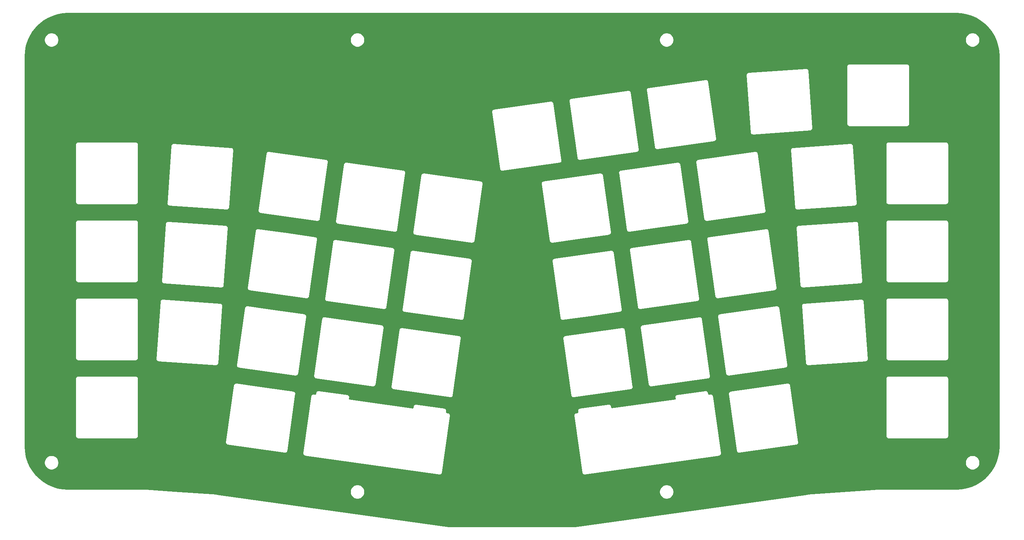
<source format=gbr>
G04 #@! TF.GenerationSoftware,KiCad,Pcbnew,(5.1.4)-1*
G04 #@! TF.CreationDate,2021-09-16T18:49:45-10:00*
G04 #@! TF.ProjectId,oya38split,6f796133-3873-4706-9c69-742e6b696361,rev?*
G04 #@! TF.SameCoordinates,Original*
G04 #@! TF.FileFunction,Copper,L2,Bot*
G04 #@! TF.FilePolarity,Positive*
%FSLAX46Y46*%
G04 Gerber Fmt 4.6, Leading zero omitted, Abs format (unit mm)*
G04 Created by KiCad (PCBNEW (5.1.4)-1) date 2021-09-16 18:49:45*
%MOMM*%
%LPD*%
G04 APERTURE LIST*
%ADD10C,0.254000*%
G04 APERTURE END LIST*
D10*
G36*
X265574337Y-18199394D02*
G01*
X266811736Y-18425383D01*
X268013022Y-18798392D01*
X269160792Y-19313017D01*
X270238426Y-19961805D01*
X271230319Y-20735363D01*
X272122093Y-21622479D01*
X272900829Y-22610300D01*
X273555252Y-23684525D01*
X274075879Y-24829585D01*
X274455176Y-26028911D01*
X274687640Y-27265102D01*
X274771154Y-28539280D01*
X274771250Y-28575959D01*
X274771251Y-123805105D01*
X274694356Y-125080587D01*
X274468367Y-126317988D01*
X274095358Y-127519272D01*
X273580731Y-128667046D01*
X272931938Y-129744686D01*
X272158384Y-130736572D01*
X271271271Y-131628343D01*
X270283447Y-132407081D01*
X269209226Y-133061502D01*
X268064165Y-133582129D01*
X266864841Y-133961426D01*
X265628648Y-134193890D01*
X264354470Y-134277404D01*
X264317792Y-134277500D01*
X245277973Y-134277500D01*
X245254828Y-134276851D01*
X245245591Y-134277500D01*
X245236331Y-134277500D01*
X245213278Y-134279771D01*
X228031321Y-135487054D01*
X228008404Y-135488005D01*
X227999017Y-135489324D01*
X227989556Y-135489989D01*
X227966933Y-135493833D01*
X171428185Y-143439835D01*
X140515573Y-143439835D01*
X83976856Y-135493839D01*
X83954194Y-135489988D01*
X83944716Y-135489322D01*
X83935345Y-135488005D01*
X83912465Y-135487056D01*
X73608167Y-134763029D01*
X116497321Y-134763029D01*
X116497321Y-135111971D01*
X116565396Y-135454207D01*
X116698930Y-135776586D01*
X116892791Y-136066720D01*
X117139530Y-136313459D01*
X117429664Y-136507320D01*
X117752043Y-136640854D01*
X118094279Y-136708929D01*
X118443221Y-136708929D01*
X118785457Y-136640854D01*
X119107836Y-136507320D01*
X119397970Y-136313459D01*
X119644709Y-136066720D01*
X119838570Y-135776586D01*
X119972104Y-135454207D01*
X120040179Y-135111971D01*
X120040179Y-134763029D01*
X191903571Y-134763029D01*
X191903571Y-135111971D01*
X191971646Y-135454207D01*
X192105180Y-135776586D01*
X192299041Y-136066720D01*
X192545780Y-136313459D01*
X192835914Y-136507320D01*
X193158293Y-136640854D01*
X193500529Y-136708929D01*
X193849471Y-136708929D01*
X194191707Y-136640854D01*
X194514086Y-136507320D01*
X194804220Y-136313459D01*
X195050959Y-136066720D01*
X195244820Y-135776586D01*
X195378354Y-135454207D01*
X195446429Y-135111971D01*
X195446429Y-134763029D01*
X195378354Y-134420793D01*
X195244820Y-134098414D01*
X195050959Y-133808280D01*
X194804220Y-133561541D01*
X194514086Y-133367680D01*
X194191707Y-133234146D01*
X193849471Y-133166071D01*
X193500529Y-133166071D01*
X193158293Y-133234146D01*
X192835914Y-133367680D01*
X192545780Y-133561541D01*
X192299041Y-133808280D01*
X192105180Y-134098414D01*
X191971646Y-134420793D01*
X191903571Y-134763029D01*
X120040179Y-134763029D01*
X119972104Y-134420793D01*
X119838570Y-134098414D01*
X119644709Y-133808280D01*
X119397970Y-133561541D01*
X119107836Y-133367680D01*
X118785457Y-133234146D01*
X118443221Y-133166071D01*
X118094279Y-133166071D01*
X117752043Y-133234146D01*
X117429664Y-133367680D01*
X117139530Y-133561541D01*
X116892791Y-133808280D01*
X116698930Y-134098414D01*
X116565396Y-134420793D01*
X116497321Y-134763029D01*
X73608167Y-134763029D01*
X66730474Y-134279771D01*
X66707419Y-134277500D01*
X66698158Y-134277500D01*
X66688921Y-134276851D01*
X66665776Y-134277500D01*
X47644878Y-134277500D01*
X46369413Y-134200606D01*
X45132012Y-133974617D01*
X43930728Y-133601608D01*
X42782954Y-133086981D01*
X41705314Y-132438188D01*
X40713428Y-131664634D01*
X39821657Y-130777521D01*
X39042919Y-129789697D01*
X38388498Y-128715476D01*
X37890089Y-127619279D01*
X41884821Y-127619279D01*
X41884821Y-127968221D01*
X41952896Y-128310457D01*
X42086430Y-128632836D01*
X42280291Y-128922970D01*
X42527030Y-129169709D01*
X42817164Y-129363570D01*
X43139543Y-129497104D01*
X43481779Y-129565179D01*
X43830721Y-129565179D01*
X44172957Y-129497104D01*
X44495336Y-129363570D01*
X44785470Y-129169709D01*
X45032209Y-128922970D01*
X45226070Y-128632836D01*
X45359604Y-128310457D01*
X45427679Y-127968221D01*
X45427679Y-127619279D01*
X45359604Y-127277043D01*
X45226070Y-126954664D01*
X45032209Y-126664530D01*
X44785470Y-126417791D01*
X44495336Y-126223930D01*
X44172957Y-126090396D01*
X43830721Y-126022321D01*
X43481779Y-126022321D01*
X43139543Y-126090396D01*
X42817164Y-126223930D01*
X42527030Y-126417791D01*
X42280291Y-126664530D01*
X42086430Y-126954664D01*
X41952896Y-127277043D01*
X41884821Y-127619279D01*
X37890089Y-127619279D01*
X37867871Y-127570415D01*
X37488574Y-126371091D01*
X37338574Y-125573423D01*
X104929915Y-125573423D01*
X104949973Y-125701875D01*
X104994705Y-125823945D01*
X105062392Y-125934944D01*
X105150434Y-126030605D01*
X105255446Y-126107250D01*
X105373393Y-126161938D01*
X105468084Y-126184890D01*
X105468090Y-126184891D01*
X105499743Y-126192563D01*
X105532285Y-126193913D01*
X138196445Y-130784561D01*
X138228102Y-130792234D01*
X138260648Y-130793584D01*
X138357998Y-130797622D01*
X138486450Y-130777564D01*
X138608520Y-130732832D01*
X138719519Y-130665145D01*
X138815180Y-130577103D01*
X138891825Y-130472091D01*
X138946513Y-130354144D01*
X138969465Y-130259453D01*
X138969466Y-130259445D01*
X138977138Y-130227794D01*
X138978488Y-130195252D01*
X140917886Y-116395710D01*
X140925562Y-116364042D01*
X140930948Y-116234145D01*
X171012799Y-116234145D01*
X171018187Y-116364041D01*
X171025861Y-116395701D01*
X172965263Y-130195263D01*
X172966612Y-130227794D01*
X172974282Y-130259437D01*
X172974284Y-130259453D01*
X172997236Y-130354144D01*
X173051924Y-130472091D01*
X173128569Y-130577103D01*
X173169895Y-130615137D01*
X173224231Y-130665145D01*
X173253236Y-130682832D01*
X173335229Y-130732832D01*
X173457299Y-130777564D01*
X173585751Y-130797622D01*
X173585752Y-130797622D01*
X173625907Y-130795956D01*
X173715648Y-130792234D01*
X173747306Y-130784560D01*
X196269468Y-127619279D01*
X266516071Y-127619279D01*
X266516071Y-127968221D01*
X266584146Y-128310457D01*
X266717680Y-128632836D01*
X266911541Y-128922970D01*
X267158280Y-129169709D01*
X267448414Y-129363570D01*
X267770793Y-129497104D01*
X268113029Y-129565179D01*
X268461971Y-129565179D01*
X268804207Y-129497104D01*
X269126586Y-129363570D01*
X269416720Y-129169709D01*
X269663459Y-128922970D01*
X269857320Y-128632836D01*
X269990854Y-128310457D01*
X270058929Y-127968221D01*
X270058929Y-127619279D01*
X269990854Y-127277043D01*
X269857320Y-126954664D01*
X269663459Y-126664530D01*
X269416720Y-126417791D01*
X269126586Y-126223930D01*
X268804207Y-126090396D01*
X268461971Y-126022321D01*
X268113029Y-126022321D01*
X267770793Y-126090396D01*
X267448414Y-126223930D01*
X267158280Y-126417791D01*
X266911541Y-126664530D01*
X266717680Y-126954664D01*
X266584146Y-127277043D01*
X266516071Y-127619279D01*
X196269468Y-127619279D01*
X206411476Y-126193914D01*
X206444007Y-126192565D01*
X206475650Y-126184895D01*
X206475666Y-126184893D01*
X206570357Y-126161941D01*
X206688304Y-126107254D01*
X206793316Y-126030608D01*
X206881358Y-125934947D01*
X206949045Y-125823948D01*
X206993777Y-125701878D01*
X207013835Y-125573426D01*
X207008447Y-125443529D01*
X207000773Y-125411870D01*
X205061374Y-111612323D01*
X205060024Y-111579774D01*
X205029398Y-111453423D01*
X204974711Y-111335477D01*
X204898065Y-111230465D01*
X204802404Y-111142423D01*
X204691406Y-111074736D01*
X204569335Y-111030004D01*
X204440884Y-111009946D01*
X204440883Y-111009946D01*
X204310987Y-111015334D01*
X204279328Y-111023008D01*
X203888587Y-111077922D01*
X203868031Y-110931650D01*
X208742014Y-110931650D01*
X208747402Y-111061546D01*
X208755076Y-111093206D01*
X210694476Y-124892767D01*
X210695825Y-124925299D01*
X210703495Y-124956942D01*
X210703497Y-124956958D01*
X210726449Y-125051649D01*
X210781137Y-125169596D01*
X210857782Y-125274608D01*
X210953443Y-125362650D01*
X211064442Y-125430337D01*
X211186512Y-125475069D01*
X211314964Y-125495127D01*
X211314965Y-125495127D01*
X211355120Y-125493461D01*
X211444861Y-125489739D01*
X211476521Y-125482065D01*
X225276083Y-123542665D01*
X225308614Y-123541316D01*
X225340257Y-123533646D01*
X225340273Y-123533644D01*
X225434964Y-123510692D01*
X225552911Y-123456004D01*
X225657923Y-123379359D01*
X225745965Y-123283698D01*
X225813652Y-123172699D01*
X225858384Y-123050629D01*
X225878442Y-122922177D01*
X225873054Y-122792280D01*
X225865380Y-122760621D01*
X223925981Y-108961069D01*
X223924631Y-108928527D01*
X223916959Y-108896874D01*
X223916958Y-108896868D01*
X223894006Y-108802177D01*
X223889666Y-108792817D01*
X223839319Y-108684230D01*
X223762673Y-108579218D01*
X223667012Y-108491176D01*
X223556013Y-108423489D01*
X223433943Y-108378757D01*
X223305491Y-108358699D01*
X223175595Y-108364087D01*
X223143936Y-108371761D01*
X209344384Y-110311160D01*
X209311842Y-110312510D01*
X209280189Y-110320182D01*
X209280183Y-110320183D01*
X209185492Y-110343135D01*
X209067545Y-110397823D01*
X208962533Y-110474468D01*
X208874491Y-110570129D01*
X208806804Y-110681128D01*
X208762072Y-110803198D01*
X208742014Y-110931650D01*
X203868031Y-110931650D01*
X203845780Y-110773329D01*
X203844430Y-110740787D01*
X203836757Y-110709129D01*
X203836757Y-110709128D01*
X203813805Y-110614437D01*
X203793262Y-110570129D01*
X203759118Y-110496490D01*
X203682472Y-110391478D01*
X203586811Y-110303436D01*
X203475812Y-110235749D01*
X203353742Y-110191017D01*
X203225290Y-110170959D01*
X203095394Y-110176347D01*
X203063735Y-110184021D01*
X196282212Y-111137101D01*
X196249669Y-111138451D01*
X196218014Y-111146124D01*
X196218011Y-111146124D01*
X196123319Y-111169076D01*
X196005372Y-111223764D01*
X195948135Y-111265540D01*
X195900361Y-111300409D01*
X195812319Y-111396070D01*
X195787397Y-111436939D01*
X195744631Y-111507069D01*
X195714738Y-111588648D01*
X195699900Y-111629139D01*
X195679842Y-111757591D01*
X195685230Y-111887487D01*
X195692904Y-111919147D01*
X195735711Y-112223735D01*
X180244946Y-114400819D01*
X180202140Y-114096241D01*
X180200790Y-114063684D01*
X180170164Y-113937333D01*
X180115477Y-113819387D01*
X180038831Y-113714375D01*
X179943170Y-113626333D01*
X179852026Y-113570753D01*
X179832171Y-113558645D01*
X179743143Y-113526022D01*
X179710101Y-113513914D01*
X179581650Y-113493856D01*
X179581649Y-113493856D01*
X179451752Y-113499244D01*
X179420092Y-113506918D01*
X172552418Y-114472106D01*
X172519878Y-114473456D01*
X172488225Y-114481128D01*
X172488218Y-114481129D01*
X172393526Y-114504081D01*
X172358898Y-114520137D01*
X172275580Y-114558768D01*
X172170571Y-114635412D01*
X172170568Y-114635414D01*
X172082526Y-114731075D01*
X172044400Y-114793597D01*
X172014839Y-114842073D01*
X171970107Y-114964143D01*
X171970107Y-114964144D01*
X171950049Y-115092596D01*
X171955437Y-115222492D01*
X171963111Y-115254152D01*
X172005917Y-115558739D01*
X171615169Y-115613655D01*
X171582627Y-115615005D01*
X171550973Y-115622677D01*
X171550968Y-115622678D01*
X171486398Y-115638329D01*
X171456276Y-115645630D01*
X171440086Y-115653137D01*
X171338330Y-115700317D01*
X171233318Y-115776963D01*
X171145276Y-115872624D01*
X171077589Y-115983623D01*
X171032857Y-116105693D01*
X171012799Y-116234145D01*
X140930948Y-116234145D01*
X140930949Y-116234144D01*
X140910891Y-116105694D01*
X140866160Y-115983623D01*
X140816271Y-115901812D01*
X140798472Y-115872624D01*
X140710430Y-115776963D01*
X140605418Y-115700317D01*
X140542159Y-115670986D01*
X140487472Y-115645630D01*
X140421645Y-115629675D01*
X140361121Y-115615005D01*
X140328572Y-115613655D01*
X139937833Y-115558740D01*
X139980640Y-115254157D01*
X139988315Y-115222491D01*
X139993702Y-115092594D01*
X139973644Y-114964142D01*
X139928913Y-114842072D01*
X139861225Y-114731073D01*
X139773183Y-114635412D01*
X139668172Y-114558767D01*
X139550225Y-114504079D01*
X139455533Y-114481127D01*
X139455517Y-114481125D01*
X139423875Y-114473455D01*
X139391342Y-114472106D01*
X132609811Y-113519026D01*
X132578152Y-113511352D01*
X132478928Y-113507236D01*
X132448255Y-113505964D01*
X132448254Y-113505964D01*
X132413750Y-113511352D01*
X132319803Y-113526022D01*
X132287068Y-113538018D01*
X132197733Y-113570753D01*
X132128782Y-113612801D01*
X132086734Y-113638441D01*
X131991073Y-113726483D01*
X131914427Y-113831495D01*
X131859740Y-113949442D01*
X131829115Y-114075792D01*
X131827765Y-114108342D01*
X131784958Y-114412926D01*
X116294193Y-112235843D01*
X116337001Y-111931251D01*
X116344674Y-111899595D01*
X116350062Y-111769698D01*
X116346350Y-111745928D01*
X116330004Y-111641248D01*
X116285273Y-111519177D01*
X116217585Y-111408179D01*
X116217584Y-111408177D01*
X116129543Y-111312516D01*
X116024531Y-111235870D01*
X115906584Y-111181183D01*
X115811893Y-111158231D01*
X115811877Y-111158229D01*
X115780235Y-111150559D01*
X115747702Y-111149210D01*
X108880017Y-110184022D01*
X108848357Y-110176348D01*
X108758617Y-110172626D01*
X108718461Y-110170960D01*
X108718460Y-110170960D01*
X108590009Y-110191018D01*
X108467939Y-110235750D01*
X108356940Y-110303437D01*
X108261279Y-110391479D01*
X108184633Y-110496491D01*
X108129946Y-110614437D01*
X108106994Y-110709129D01*
X108106993Y-110709135D01*
X108099321Y-110740788D01*
X108097971Y-110773330D01*
X108055164Y-111077923D01*
X107664421Y-111023008D01*
X107632762Y-111015334D01*
X107571216Y-111012781D01*
X107502866Y-111009946D01*
X107502865Y-111009946D01*
X107374413Y-111030004D01*
X107308942Y-111053995D01*
X107252344Y-111074735D01*
X107225439Y-111091142D01*
X107141344Y-111142423D01*
X107045683Y-111230465D01*
X106969038Y-111335477D01*
X106914350Y-111453424D01*
X106891398Y-111548115D01*
X106891396Y-111548128D01*
X106883726Y-111579773D01*
X106882377Y-111612306D01*
X104942977Y-125411867D01*
X104935303Y-125443527D01*
X104929915Y-125573423D01*
X37338574Y-125573423D01*
X37256110Y-125134898D01*
X37172596Y-123860720D01*
X37172500Y-123824042D01*
X37172500Y-122922176D01*
X86065308Y-122922176D01*
X86085366Y-123050628D01*
X86130098Y-123172698D01*
X86197785Y-123283697D01*
X86285827Y-123379358D01*
X86390839Y-123456003D01*
X86508786Y-123510691D01*
X86603477Y-123533643D01*
X86603483Y-123533644D01*
X86635136Y-123541316D01*
X86667678Y-123542666D01*
X100467230Y-125482065D01*
X100498889Y-125489739D01*
X100628785Y-125495127D01*
X100757237Y-125475069D01*
X100879307Y-125430337D01*
X100990306Y-125362650D01*
X101085967Y-125274608D01*
X101162613Y-125169596D01*
X101217300Y-125051649D01*
X101225274Y-125018751D01*
X101240252Y-124956958D01*
X101240253Y-124956952D01*
X101247925Y-124925299D01*
X101249275Y-124892757D01*
X103188674Y-111093205D01*
X103196348Y-111061546D01*
X103201736Y-110931649D01*
X103181678Y-110803197D01*
X103136946Y-110681127D01*
X103069259Y-110570128D01*
X102981217Y-110474467D01*
X102876205Y-110397822D01*
X102758258Y-110343134D01*
X102663567Y-110320182D01*
X102663551Y-110320180D01*
X102631908Y-110312510D01*
X102599377Y-110311161D01*
X95831964Y-109360064D01*
X126445769Y-109360064D01*
X126465827Y-109488516D01*
X126510559Y-109610586D01*
X126578246Y-109721585D01*
X126666288Y-109817246D01*
X126771300Y-109893891D01*
X126889247Y-109948579D01*
X126983938Y-109971531D01*
X126983944Y-109971532D01*
X127015597Y-109979204D01*
X127048139Y-109980554D01*
X140847691Y-111919953D01*
X140879350Y-111927627D01*
X141009246Y-111933015D01*
X141137698Y-111912957D01*
X141259768Y-111868225D01*
X141370767Y-111800538D01*
X141466428Y-111712496D01*
X141543074Y-111607484D01*
X141597761Y-111489537D01*
X141602327Y-111470701D01*
X141620713Y-111394846D01*
X141620714Y-111394840D01*
X141628386Y-111363187D01*
X141629736Y-111330645D01*
X143569135Y-97531093D01*
X143576809Y-97499434D01*
X143582196Y-97369538D01*
X168361553Y-97369538D01*
X168366941Y-97499434D01*
X168374615Y-97531094D01*
X170314015Y-111330655D01*
X170315364Y-111363187D01*
X170323034Y-111394830D01*
X170323036Y-111394846D01*
X170345988Y-111489537D01*
X170400676Y-111607484D01*
X170477321Y-111712496D01*
X170572982Y-111800538D01*
X170683981Y-111868225D01*
X170806051Y-111912957D01*
X170934503Y-111933015D01*
X170934504Y-111933015D01*
X170974660Y-111931349D01*
X171064400Y-111927627D01*
X171096060Y-111919953D01*
X184895622Y-109980553D01*
X184928153Y-109979204D01*
X184959796Y-109971534D01*
X184959812Y-109971532D01*
X185054503Y-109948580D01*
X185172450Y-109893892D01*
X185277462Y-109817247D01*
X185365504Y-109721586D01*
X185433191Y-109610587D01*
X185477923Y-109488517D01*
X185497981Y-109360065D01*
X185492593Y-109230168D01*
X185484919Y-109198509D01*
X183545520Y-95398957D01*
X183544170Y-95366415D01*
X183536498Y-95334762D01*
X183536497Y-95334756D01*
X183513545Y-95240065D01*
X183458858Y-95122118D01*
X183382212Y-95017106D01*
X183286551Y-94929064D01*
X183175552Y-94861377D01*
X183053482Y-94816645D01*
X182925030Y-94796587D01*
X182795134Y-94801975D01*
X182763475Y-94809649D01*
X168963923Y-96749048D01*
X168931381Y-96750398D01*
X168899728Y-96758070D01*
X168899722Y-96758071D01*
X168805031Y-96781023D01*
X168687084Y-96835711D01*
X168582072Y-96912356D01*
X168494030Y-97008017D01*
X168426343Y-97119016D01*
X168381611Y-97241086D01*
X168361553Y-97369538D01*
X143582196Y-97369538D01*
X143582197Y-97369537D01*
X143562139Y-97241085D01*
X143517407Y-97119015D01*
X143449720Y-97008016D01*
X143361678Y-96912355D01*
X143256666Y-96835710D01*
X143138719Y-96781022D01*
X143044028Y-96758070D01*
X143044012Y-96758068D01*
X143012369Y-96750398D01*
X142979838Y-96749049D01*
X129180276Y-94809649D01*
X129148616Y-94801975D01*
X129058875Y-94798253D01*
X129018720Y-94796587D01*
X129018719Y-94796587D01*
X128890267Y-94816645D01*
X128768197Y-94861377D01*
X128657198Y-94929064D01*
X128561537Y-95017106D01*
X128484892Y-95122118D01*
X128430204Y-95240065D01*
X128407252Y-95334756D01*
X128407250Y-95334772D01*
X128399580Y-95366415D01*
X128398231Y-95398947D01*
X126458831Y-109198508D01*
X126451157Y-109230168D01*
X126445769Y-109360064D01*
X95831964Y-109360064D01*
X88799815Y-108371761D01*
X88768155Y-108364087D01*
X88678414Y-108360365D01*
X88638259Y-108358699D01*
X88638258Y-108358699D01*
X88509806Y-108378757D01*
X88387736Y-108423489D01*
X88276737Y-108491176D01*
X88181076Y-108579218D01*
X88104431Y-108684230D01*
X88049743Y-108802177D01*
X88026791Y-108896868D01*
X88026789Y-108896884D01*
X88019119Y-108928527D01*
X88017770Y-108961059D01*
X86078370Y-122760620D01*
X86070696Y-122792280D01*
X86065308Y-122922176D01*
X37172500Y-122922176D01*
X37172500Y-107300000D01*
X49486807Y-107300000D01*
X49490001Y-107332429D01*
X49490000Y-121267581D01*
X49486807Y-121300000D01*
X49499550Y-121429383D01*
X49537290Y-121553793D01*
X49598575Y-121668450D01*
X49679992Y-121767656D01*
X49681052Y-121768948D01*
X49781550Y-121851425D01*
X49896207Y-121912710D01*
X50020617Y-121950450D01*
X50150000Y-121963193D01*
X50182419Y-121960000D01*
X64117581Y-121960000D01*
X64150000Y-121963193D01*
X64182419Y-121960000D01*
X64279383Y-121950450D01*
X64403793Y-121912710D01*
X64518450Y-121851425D01*
X64618948Y-121768948D01*
X64701425Y-121668450D01*
X64762710Y-121553793D01*
X64800450Y-121429383D01*
X64813193Y-121300000D01*
X64810000Y-121267581D01*
X64810000Y-107332419D01*
X64813193Y-107300000D01*
X64800450Y-107170617D01*
X64762710Y-107046207D01*
X64701425Y-106931550D01*
X64618948Y-106831052D01*
X64518450Y-106748575D01*
X64444068Y-106708817D01*
X107581163Y-106708817D01*
X107601221Y-106837269D01*
X107645953Y-106959339D01*
X107713640Y-107070338D01*
X107801682Y-107165999D01*
X107906694Y-107242644D01*
X108024641Y-107297332D01*
X108119332Y-107320284D01*
X108119338Y-107320285D01*
X108150991Y-107327957D01*
X108183533Y-107329307D01*
X121983085Y-109268706D01*
X122014744Y-109276380D01*
X122144640Y-109281768D01*
X122273092Y-109261710D01*
X122395162Y-109216978D01*
X122506161Y-109149291D01*
X122601822Y-109061249D01*
X122678468Y-108956237D01*
X122733155Y-108838290D01*
X122745904Y-108785692D01*
X122756107Y-108743599D01*
X122756108Y-108743593D01*
X122763780Y-108711940D01*
X122765130Y-108679398D01*
X124704529Y-94879846D01*
X124712203Y-94848187D01*
X124717590Y-94718291D01*
X187226159Y-94718291D01*
X187231547Y-94848187D01*
X187239221Y-94879847D01*
X189178621Y-108679408D01*
X189179970Y-108711940D01*
X189187640Y-108743583D01*
X189187642Y-108743599D01*
X189210594Y-108838290D01*
X189265282Y-108956237D01*
X189341927Y-109061249D01*
X189437588Y-109149291D01*
X189548587Y-109216978D01*
X189670657Y-109261710D01*
X189799109Y-109281768D01*
X189799110Y-109281768D01*
X189839266Y-109280102D01*
X189929006Y-109276380D01*
X189960666Y-109268706D01*
X203760228Y-107329306D01*
X203792759Y-107327957D01*
X203824402Y-107320287D01*
X203824418Y-107320285D01*
X203902948Y-107301250D01*
X247130557Y-107301250D01*
X247133751Y-107333679D01*
X247133750Y-121266331D01*
X247130557Y-121298750D01*
X247133750Y-121331169D01*
X247133750Y-121332418D01*
X247143300Y-121429382D01*
X247181040Y-121553792D01*
X247242325Y-121668449D01*
X247324802Y-121768948D01*
X247425300Y-121851425D01*
X247539957Y-121912710D01*
X247664367Y-121950450D01*
X247793750Y-121963193D01*
X247838861Y-121958750D01*
X261760060Y-121958750D01*
X261792441Y-121961942D01*
X261824881Y-121958750D01*
X261824919Y-121958750D01*
X261865654Y-121954738D01*
X261921824Y-121949211D01*
X261921849Y-121949203D01*
X261921883Y-121949200D01*
X261992089Y-121927903D01*
X262046238Y-121911482D01*
X262046261Y-121911470D01*
X262046293Y-121911460D01*
X262113175Y-121875711D01*
X262160900Y-121850207D01*
X262160918Y-121850192D01*
X262160950Y-121850175D01*
X262219233Y-121802343D01*
X262261406Y-121767739D01*
X262261422Y-121767719D01*
X262261448Y-121767698D01*
X262305666Y-121713819D01*
X262343892Y-121667249D01*
X262343905Y-121667224D01*
X262343925Y-121667200D01*
X262376827Y-121605645D01*
X262405187Y-121552597D01*
X262405195Y-121552572D01*
X262405210Y-121552543D01*
X262425646Y-121485176D01*
X262442938Y-121428191D01*
X262442941Y-121428164D01*
X262442950Y-121428133D01*
X262449643Y-121360182D01*
X262452497Y-121331227D01*
X262452497Y-121331200D01*
X262455693Y-121298750D01*
X262452503Y-121266359D01*
X262453746Y-107333708D01*
X262456943Y-107301250D01*
X262449690Y-107227612D01*
X262444211Y-107171926D01*
X262444203Y-107171901D01*
X262444200Y-107171867D01*
X262422903Y-107101661D01*
X262406482Y-107047512D01*
X262406470Y-107047489D01*
X262406460Y-107047457D01*
X262370711Y-106980575D01*
X262345207Y-106932850D01*
X262345192Y-106932832D01*
X262345175Y-106932800D01*
X262297343Y-106874517D01*
X262262739Y-106832344D01*
X262262719Y-106832328D01*
X262262698Y-106832302D01*
X262208819Y-106788084D01*
X262162249Y-106749858D01*
X262162224Y-106749845D01*
X262162200Y-106749825D01*
X262100645Y-106716923D01*
X262047597Y-106688563D01*
X262047572Y-106688555D01*
X262047543Y-106688540D01*
X261980176Y-106668104D01*
X261923191Y-106650812D01*
X261923164Y-106650809D01*
X261923133Y-106650800D01*
X261850205Y-106643617D01*
X261793809Y-106638058D01*
X261761369Y-106641250D01*
X247826169Y-106641250D01*
X247793750Y-106638057D01*
X247761331Y-106641250D01*
X247664367Y-106650800D01*
X247539957Y-106688540D01*
X247425300Y-106749825D01*
X247324802Y-106832302D01*
X247242325Y-106932800D01*
X247181040Y-107047457D01*
X247143300Y-107171867D01*
X247130557Y-107301250D01*
X203902948Y-107301250D01*
X203919109Y-107297333D01*
X204037056Y-107242645D01*
X204142068Y-107166000D01*
X204230110Y-107070339D01*
X204297797Y-106959340D01*
X204342529Y-106837270D01*
X204362587Y-106708818D01*
X204357199Y-106578921D01*
X204349525Y-106547262D01*
X202410126Y-92747710D01*
X202408776Y-92715168D01*
X202401104Y-92683515D01*
X202401103Y-92683509D01*
X202378151Y-92588818D01*
X202350990Y-92530239D01*
X202323464Y-92470871D01*
X202246818Y-92365859D01*
X202151157Y-92277817D01*
X202040158Y-92210130D01*
X201918088Y-92165398D01*
X201789636Y-92145340D01*
X201659740Y-92150728D01*
X201628081Y-92158402D01*
X187828529Y-94097801D01*
X187795987Y-94099151D01*
X187764334Y-94106823D01*
X187764328Y-94106824D01*
X187669637Y-94129776D01*
X187551690Y-94184464D01*
X187446678Y-94261109D01*
X187358636Y-94356770D01*
X187290949Y-94467769D01*
X187246217Y-94589839D01*
X187226159Y-94718291D01*
X124717590Y-94718291D01*
X124717591Y-94718290D01*
X124697533Y-94589838D01*
X124652801Y-94467768D01*
X124585114Y-94356769D01*
X124497072Y-94261108D01*
X124392060Y-94184463D01*
X124274113Y-94129775D01*
X124179422Y-94106823D01*
X124179406Y-94106821D01*
X124147763Y-94099151D01*
X124115232Y-94097802D01*
X110315670Y-92158402D01*
X110284010Y-92150728D01*
X110194269Y-92147006D01*
X110154114Y-92145340D01*
X110154113Y-92145340D01*
X110025661Y-92165398D01*
X109903591Y-92210130D01*
X109792592Y-92277817D01*
X109696931Y-92365859D01*
X109620286Y-92470871D01*
X109565598Y-92588818D01*
X109542646Y-92683509D01*
X109542644Y-92683525D01*
X109534974Y-92715168D01*
X109533625Y-92747700D01*
X107594225Y-106547261D01*
X107586551Y-106578921D01*
X107581163Y-106708817D01*
X64444068Y-106708817D01*
X64403793Y-106687290D01*
X64279383Y-106649550D01*
X64182419Y-106640000D01*
X64150000Y-106636807D01*
X64117581Y-106640000D01*
X50182419Y-106640000D01*
X50150000Y-106636807D01*
X50117581Y-106640000D01*
X50020617Y-106649550D01*
X49896207Y-106687290D01*
X49781550Y-106748575D01*
X49681052Y-106831052D01*
X49598575Y-106931550D01*
X49537290Y-107046207D01*
X49499550Y-107170617D01*
X49486807Y-107300000D01*
X37172500Y-107300000D01*
X37172500Y-88250000D01*
X49486807Y-88250000D01*
X49490001Y-88282429D01*
X49490000Y-102217581D01*
X49486807Y-102250000D01*
X49499550Y-102379383D01*
X49537290Y-102503793D01*
X49598575Y-102618450D01*
X49679992Y-102717656D01*
X49681052Y-102718948D01*
X49781550Y-102801425D01*
X49896207Y-102862710D01*
X50020617Y-102900450D01*
X50150000Y-102913193D01*
X50182419Y-102910000D01*
X64117581Y-102910000D01*
X64150000Y-102913193D01*
X64182419Y-102910000D01*
X64279383Y-102900450D01*
X64403793Y-102862710D01*
X64518450Y-102801425D01*
X64618948Y-102718948D01*
X64701425Y-102618450D01*
X64762710Y-102503793D01*
X64780321Y-102445736D01*
X69119568Y-102445736D01*
X69120492Y-102478298D01*
X69120492Y-102478299D01*
X69123255Y-102575692D01*
X69152224Y-102702432D01*
X69205362Y-102821084D01*
X69280628Y-102927091D01*
X69375128Y-103016377D01*
X69485230Y-103085511D01*
X69606705Y-103131838D01*
X69734883Y-103153575D01*
X69767449Y-103152651D01*
X83668660Y-104124719D01*
X83700780Y-104130166D01*
X83830736Y-104126479D01*
X83957476Y-104097510D01*
X84046660Y-104057569D01*
X88716555Y-104057569D01*
X88736613Y-104186021D01*
X88781345Y-104308091D01*
X88849032Y-104419090D01*
X88937074Y-104514751D01*
X89042086Y-104591396D01*
X89160033Y-104646084D01*
X89254724Y-104669036D01*
X89254730Y-104669037D01*
X89286383Y-104676709D01*
X89318925Y-104678059D01*
X103118477Y-106617458D01*
X103150136Y-106625132D01*
X103280032Y-106630520D01*
X103408484Y-106610462D01*
X103530554Y-106565730D01*
X103641553Y-106498043D01*
X103737214Y-106410001D01*
X103768225Y-106367513D01*
X103813860Y-106304989D01*
X103868547Y-106187042D01*
X103881296Y-106134444D01*
X103891499Y-106092351D01*
X103891500Y-106092345D01*
X103899172Y-106060692D01*
X103900522Y-106028150D01*
X105839921Y-92228598D01*
X105847595Y-92196939D01*
X105852983Y-92067042D01*
X105832925Y-91938590D01*
X105788193Y-91816520D01*
X105720506Y-91705521D01*
X105632464Y-91609860D01*
X105527452Y-91533215D01*
X105409505Y-91478527D01*
X105314814Y-91455575D01*
X105314798Y-91455573D01*
X105283155Y-91447903D01*
X105250624Y-91446554D01*
X98483211Y-90495457D01*
X129097017Y-90495457D01*
X129117075Y-90623909D01*
X129161807Y-90745979D01*
X129229494Y-90856978D01*
X129317536Y-90952639D01*
X129422548Y-91029284D01*
X129540495Y-91083972D01*
X129635186Y-91106924D01*
X129635192Y-91106925D01*
X129666845Y-91114597D01*
X129699387Y-91115947D01*
X143498939Y-93055346D01*
X143530598Y-93063020D01*
X143660494Y-93068408D01*
X143788946Y-93048350D01*
X143911016Y-93003618D01*
X144022015Y-92935931D01*
X144117676Y-92847889D01*
X144194322Y-92742877D01*
X144249009Y-92624930D01*
X144261758Y-92572332D01*
X144271961Y-92530239D01*
X144271962Y-92530233D01*
X144279634Y-92498580D01*
X144280984Y-92466038D01*
X146220383Y-78666486D01*
X146228057Y-78634827D01*
X146233444Y-78504931D01*
X165710305Y-78504931D01*
X165715693Y-78634827D01*
X165723367Y-78666487D01*
X167662767Y-92466048D01*
X167664116Y-92498580D01*
X167671786Y-92530223D01*
X167671788Y-92530239D01*
X167694740Y-92624930D01*
X167749428Y-92742877D01*
X167826073Y-92847889D01*
X167921734Y-92935931D01*
X168032733Y-93003618D01*
X168154803Y-93048350D01*
X168283255Y-93068408D01*
X168283256Y-93068408D01*
X168323411Y-93066742D01*
X168413152Y-93063020D01*
X168444812Y-93055346D01*
X175476960Y-92067043D01*
X206090767Y-92067043D01*
X206096155Y-92196939D01*
X206103829Y-92228599D01*
X208043229Y-106028160D01*
X208044578Y-106060692D01*
X208052248Y-106092335D01*
X208052250Y-106092351D01*
X208075202Y-106187042D01*
X208129890Y-106304989D01*
X208206535Y-106410001D01*
X208302196Y-106498043D01*
X208413195Y-106565730D01*
X208535265Y-106610462D01*
X208663717Y-106630520D01*
X208663718Y-106630520D01*
X208703874Y-106628854D01*
X208793614Y-106625132D01*
X208825274Y-106617458D01*
X222624836Y-104678058D01*
X222657367Y-104676709D01*
X222689010Y-104669039D01*
X222689026Y-104669037D01*
X222783717Y-104646085D01*
X222901664Y-104591397D01*
X223006676Y-104514752D01*
X223094718Y-104419091D01*
X223162405Y-104308092D01*
X223207137Y-104186022D01*
X223227195Y-104057570D01*
X223221807Y-103927673D01*
X223214133Y-103896014D01*
X221274734Y-90096462D01*
X221273384Y-90063920D01*
X221265712Y-90032267D01*
X221265711Y-90032261D01*
X221242759Y-89937570D01*
X221215598Y-89878991D01*
X221188072Y-89819623D01*
X221111426Y-89714611D01*
X221015765Y-89626569D01*
X220904766Y-89558882D01*
X220877674Y-89548954D01*
X226558540Y-89548954D01*
X226563987Y-89581074D01*
X227536055Y-103482295D01*
X227535131Y-103514851D01*
X227540577Y-103546963D01*
X227540577Y-103546967D01*
X227556867Y-103643029D01*
X227603194Y-103764503D01*
X227672328Y-103874606D01*
X227761614Y-103969106D01*
X227867620Y-104044372D01*
X227941023Y-104077245D01*
X227986274Y-104097510D01*
X228084044Y-104119857D01*
X228113013Y-104126479D01*
X228242969Y-104130166D01*
X228275086Y-104124719D01*
X242176310Y-103152651D01*
X242208866Y-103153575D01*
X242240975Y-103148130D01*
X242240983Y-103148129D01*
X242337045Y-103131839D01*
X242458519Y-103085512D01*
X242568622Y-103016378D01*
X242663122Y-102927092D01*
X242738388Y-102821086D01*
X242791525Y-102702433D01*
X242791526Y-102702431D01*
X242820495Y-102575692D01*
X242823258Y-102478298D01*
X242824182Y-102445737D01*
X242818735Y-102413620D01*
X241846667Y-88512405D01*
X241847591Y-88479840D01*
X241839601Y-88432724D01*
X241825854Y-88351661D01*
X241787561Y-88251250D01*
X247130557Y-88251250D01*
X247133751Y-88283679D01*
X247133750Y-102216331D01*
X247130557Y-102248750D01*
X247133750Y-102281169D01*
X247133750Y-102282418D01*
X247143300Y-102379382D01*
X247181040Y-102503792D01*
X247242325Y-102618449D01*
X247324802Y-102718948D01*
X247425300Y-102801425D01*
X247539957Y-102862710D01*
X247664367Y-102900450D01*
X247793750Y-102913193D01*
X247838861Y-102908750D01*
X261760060Y-102908750D01*
X261792441Y-102911942D01*
X261824881Y-102908750D01*
X261824919Y-102908750D01*
X261865654Y-102904738D01*
X261921824Y-102899211D01*
X261921849Y-102899203D01*
X261921883Y-102899200D01*
X261992089Y-102877903D01*
X262046238Y-102861482D01*
X262046261Y-102861470D01*
X262046293Y-102861460D01*
X262113175Y-102825711D01*
X262160900Y-102800207D01*
X262160918Y-102800192D01*
X262160950Y-102800175D01*
X262219233Y-102752343D01*
X262261406Y-102717739D01*
X262261422Y-102717719D01*
X262261448Y-102717698D01*
X262305666Y-102663819D01*
X262343892Y-102617249D01*
X262343905Y-102617224D01*
X262343925Y-102617200D01*
X262376827Y-102555645D01*
X262405187Y-102502597D01*
X262405195Y-102502572D01*
X262405210Y-102502543D01*
X262425646Y-102435176D01*
X262442938Y-102378191D01*
X262442941Y-102378164D01*
X262442950Y-102378133D01*
X262449643Y-102310182D01*
X262452497Y-102281227D01*
X262452497Y-102281200D01*
X262455693Y-102248750D01*
X262452503Y-102216359D01*
X262453746Y-88283708D01*
X262456943Y-88251250D01*
X262449690Y-88177612D01*
X262444211Y-88121926D01*
X262444203Y-88121901D01*
X262444200Y-88121867D01*
X262422903Y-88051661D01*
X262406482Y-87997512D01*
X262406470Y-87997489D01*
X262406460Y-87997457D01*
X262370707Y-87930568D01*
X262345207Y-87882850D01*
X262345192Y-87882832D01*
X262345175Y-87882800D01*
X262297343Y-87824517D01*
X262262739Y-87782344D01*
X262262719Y-87782328D01*
X262262698Y-87782302D01*
X262208819Y-87738084D01*
X262162249Y-87699858D01*
X262162224Y-87699845D01*
X262162200Y-87699825D01*
X262100645Y-87666923D01*
X262047597Y-87638563D01*
X262047572Y-87638555D01*
X262047543Y-87638540D01*
X261980176Y-87618104D01*
X261923191Y-87600812D01*
X261923164Y-87600809D01*
X261923133Y-87600800D01*
X261850205Y-87593617D01*
X261793809Y-87588058D01*
X261761369Y-87591250D01*
X247826169Y-87591250D01*
X247793750Y-87588057D01*
X247761331Y-87591250D01*
X247664367Y-87600800D01*
X247539957Y-87638540D01*
X247425300Y-87699825D01*
X247324802Y-87782302D01*
X247242325Y-87882800D01*
X247181040Y-87997457D01*
X247143300Y-88121867D01*
X247130557Y-88251250D01*
X241787561Y-88251250D01*
X241779527Y-88230186D01*
X241710393Y-88120084D01*
X241621107Y-88025584D01*
X241515100Y-87950318D01*
X241396448Y-87897180D01*
X241269708Y-87868211D01*
X241139752Y-87864524D01*
X241107632Y-87869971D01*
X227206421Y-88842039D01*
X227173855Y-88841115D01*
X227046514Y-88862710D01*
X227045677Y-88862852D01*
X226924202Y-88909179D01*
X226814100Y-88978313D01*
X226719600Y-89067599D01*
X226644334Y-89173606D01*
X226591196Y-89292258D01*
X226562227Y-89418998D01*
X226558540Y-89548954D01*
X220877674Y-89548954D01*
X220782696Y-89514150D01*
X220654244Y-89494092D01*
X220524348Y-89499480D01*
X220492689Y-89507154D01*
X206693137Y-91446553D01*
X206660595Y-91447903D01*
X206628942Y-91455575D01*
X206628936Y-91455576D01*
X206534245Y-91478528D01*
X206416298Y-91533216D01*
X206311286Y-91609861D01*
X206223244Y-91705522D01*
X206155557Y-91816521D01*
X206110825Y-91938591D01*
X206090767Y-92067043D01*
X175476960Y-92067043D01*
X182244374Y-91115946D01*
X182276905Y-91114597D01*
X182308548Y-91106927D01*
X182308564Y-91106925D01*
X182403255Y-91083973D01*
X182521202Y-91029285D01*
X182626214Y-90952640D01*
X182714256Y-90856979D01*
X182781943Y-90745980D01*
X182826675Y-90623910D01*
X182846733Y-90495458D01*
X182841345Y-90365561D01*
X182833671Y-90333902D01*
X180894272Y-76534350D01*
X180892922Y-76501808D01*
X180885250Y-76470155D01*
X180885249Y-76470149D01*
X180862297Y-76375458D01*
X180842559Y-76332888D01*
X180807610Y-76257511D01*
X180730964Y-76152499D01*
X180635303Y-76064457D01*
X180524304Y-75996770D01*
X180402234Y-75952038D01*
X180273782Y-75931980D01*
X180143886Y-75937368D01*
X180112227Y-75945042D01*
X166312675Y-77884441D01*
X166280133Y-77885791D01*
X166248480Y-77893463D01*
X166248474Y-77893464D01*
X166153783Y-77916416D01*
X166035836Y-77971104D01*
X165930824Y-78047749D01*
X165842782Y-78143410D01*
X165775095Y-78254409D01*
X165730363Y-78376479D01*
X165710305Y-78504931D01*
X146233444Y-78504931D01*
X146233445Y-78504930D01*
X146213387Y-78376478D01*
X146168655Y-78254408D01*
X146100968Y-78143409D01*
X146012926Y-78047748D01*
X145907914Y-77971103D01*
X145789967Y-77916415D01*
X145695276Y-77893463D01*
X145695260Y-77893461D01*
X145663617Y-77885791D01*
X145631086Y-77884442D01*
X131831524Y-75945042D01*
X131799864Y-75937368D01*
X131710123Y-75933646D01*
X131669968Y-75931980D01*
X131669967Y-75931980D01*
X131541515Y-75952038D01*
X131419445Y-75996770D01*
X131308446Y-76064457D01*
X131212785Y-76152499D01*
X131136140Y-76257511D01*
X131081452Y-76375458D01*
X131058500Y-76470149D01*
X131058498Y-76470165D01*
X131050828Y-76501808D01*
X131049479Y-76534340D01*
X129110079Y-90333901D01*
X129102405Y-90365561D01*
X129097017Y-90495457D01*
X98483211Y-90495457D01*
X91451062Y-89507154D01*
X91419402Y-89499480D01*
X91329661Y-89495758D01*
X91289506Y-89494092D01*
X91289505Y-89494092D01*
X91161053Y-89514150D01*
X91038983Y-89558882D01*
X90927984Y-89626569D01*
X90832323Y-89714611D01*
X90755678Y-89819623D01*
X90700990Y-89937570D01*
X90678038Y-90032261D01*
X90678036Y-90032277D01*
X90670366Y-90063920D01*
X90669017Y-90096452D01*
X88729617Y-103896013D01*
X88721943Y-103927673D01*
X88716555Y-104057569D01*
X84046660Y-104057569D01*
X84076128Y-104044372D01*
X84182135Y-103969106D01*
X84271421Y-103874606D01*
X84340555Y-103764504D01*
X84386882Y-103643029D01*
X84403172Y-103546968D01*
X84403172Y-103546967D01*
X84408619Y-103514850D01*
X84407695Y-103482285D01*
X85379763Y-89581070D01*
X85385210Y-89548953D01*
X85381523Y-89418997D01*
X85360781Y-89328252D01*
X85352554Y-89292259D01*
X85314272Y-89206778D01*
X85299416Y-89173604D01*
X85224150Y-89067598D01*
X85129650Y-88978312D01*
X85019547Y-88909178D01*
X84898073Y-88862851D01*
X84802011Y-88846561D01*
X84802003Y-88846560D01*
X84769894Y-88841115D01*
X84737338Y-88842039D01*
X70836114Y-87869971D01*
X70803997Y-87864524D01*
X70674041Y-87868211D01*
X70645072Y-87874833D01*
X70547302Y-87897180D01*
X70502051Y-87917445D01*
X70428648Y-87950318D01*
X70322642Y-88025584D01*
X70233356Y-88120084D01*
X70164222Y-88230187D01*
X70117895Y-88351661D01*
X70101605Y-88447723D01*
X70096159Y-88479839D01*
X70097083Y-88512395D01*
X69125015Y-102413616D01*
X69119568Y-102445736D01*
X64780321Y-102445736D01*
X64800450Y-102379383D01*
X64813193Y-102250000D01*
X64810000Y-102217581D01*
X64810000Y-88282419D01*
X64813193Y-88250000D01*
X64800450Y-88120617D01*
X64762710Y-87996207D01*
X64701425Y-87881550D01*
X64670780Y-87844209D01*
X110232409Y-87844209D01*
X110252467Y-87972661D01*
X110297199Y-88094731D01*
X110364886Y-88205730D01*
X110452928Y-88301391D01*
X110557940Y-88378036D01*
X110675887Y-88432724D01*
X110770578Y-88455676D01*
X110770584Y-88455677D01*
X110802237Y-88463349D01*
X110834779Y-88464699D01*
X124634331Y-90404098D01*
X124665990Y-90411772D01*
X124795886Y-90417160D01*
X124924338Y-90397102D01*
X125046408Y-90352370D01*
X125157407Y-90284683D01*
X125253068Y-90196641D01*
X125329714Y-90091629D01*
X125384401Y-89973682D01*
X125397150Y-89921084D01*
X125407353Y-89878991D01*
X125407354Y-89878985D01*
X125415026Y-89847332D01*
X125416376Y-89814790D01*
X127355775Y-76015238D01*
X127363449Y-75983579D01*
X127368836Y-75853683D01*
X184574913Y-75853683D01*
X184580301Y-75983579D01*
X184587975Y-76015239D01*
X186527375Y-89814800D01*
X186528724Y-89847332D01*
X186536394Y-89878975D01*
X186536396Y-89878991D01*
X186559348Y-89973682D01*
X186614036Y-90091629D01*
X186690681Y-90196641D01*
X186786342Y-90284683D01*
X186897341Y-90352370D01*
X187019411Y-90397102D01*
X187147863Y-90417160D01*
X187147864Y-90417160D01*
X187188019Y-90415494D01*
X187277760Y-90411772D01*
X187309420Y-90404098D01*
X201108982Y-88464698D01*
X201141513Y-88463349D01*
X201173156Y-88455679D01*
X201173172Y-88455677D01*
X201267863Y-88432725D01*
X201385810Y-88378037D01*
X201490822Y-88301392D01*
X201578864Y-88205731D01*
X201646551Y-88094732D01*
X201691283Y-87972662D01*
X201711341Y-87844210D01*
X201705953Y-87714313D01*
X201698279Y-87682654D01*
X199758880Y-73883102D01*
X199757530Y-73850560D01*
X199749858Y-73818907D01*
X199749857Y-73818901D01*
X199726905Y-73724210D01*
X199672218Y-73606263D01*
X199595572Y-73501251D01*
X199499911Y-73413209D01*
X199388912Y-73345522D01*
X199266842Y-73300790D01*
X199138390Y-73280732D01*
X199008494Y-73286120D01*
X198976835Y-73293794D01*
X185177283Y-75233193D01*
X185144741Y-75234543D01*
X185113088Y-75242215D01*
X185113082Y-75242216D01*
X185018391Y-75265168D01*
X184900444Y-75319856D01*
X184795432Y-75396501D01*
X184707390Y-75492162D01*
X184639703Y-75603161D01*
X184594971Y-75725231D01*
X184574913Y-75853683D01*
X127368836Y-75853683D01*
X127368837Y-75853682D01*
X127348779Y-75725230D01*
X127304047Y-75603160D01*
X127236360Y-75492161D01*
X127148318Y-75396500D01*
X127043306Y-75319855D01*
X126925359Y-75265167D01*
X126830668Y-75242215D01*
X126830652Y-75242213D01*
X126799009Y-75234543D01*
X126766478Y-75233194D01*
X112966916Y-73293794D01*
X112935256Y-73286120D01*
X112845515Y-73282398D01*
X112805360Y-73280732D01*
X112805359Y-73280732D01*
X112676907Y-73300790D01*
X112554837Y-73345522D01*
X112443838Y-73413209D01*
X112348177Y-73501251D01*
X112271532Y-73606263D01*
X112216844Y-73724210D01*
X112193892Y-73818901D01*
X112193890Y-73818917D01*
X112186220Y-73850560D01*
X112184871Y-73883092D01*
X110245471Y-87682653D01*
X110237797Y-87714313D01*
X110232409Y-87844209D01*
X64670780Y-87844209D01*
X64618948Y-87781052D01*
X64518450Y-87698575D01*
X64403793Y-87637290D01*
X64279383Y-87599550D01*
X64182419Y-87590000D01*
X64150000Y-87586807D01*
X64117581Y-87590000D01*
X50182419Y-87590000D01*
X50150000Y-87586807D01*
X50117581Y-87590000D01*
X50020617Y-87599550D01*
X49896207Y-87637290D01*
X49781550Y-87698575D01*
X49681052Y-87781052D01*
X49598575Y-87881550D01*
X49537290Y-87996207D01*
X49499550Y-88120617D01*
X49486807Y-88250000D01*
X37172500Y-88250000D01*
X37172500Y-85192962D01*
X91367803Y-85192962D01*
X91387861Y-85321414D01*
X91432593Y-85443484D01*
X91500280Y-85554483D01*
X91588322Y-85650144D01*
X91693334Y-85726789D01*
X91811281Y-85781477D01*
X91905972Y-85804429D01*
X91905978Y-85804430D01*
X91937631Y-85812102D01*
X91970173Y-85813452D01*
X105769725Y-87752851D01*
X105801384Y-87760525D01*
X105931280Y-87765913D01*
X106059732Y-87745855D01*
X106181802Y-87701123D01*
X106292801Y-87633436D01*
X106388462Y-87545394D01*
X106419473Y-87502906D01*
X106465108Y-87440382D01*
X106519795Y-87322435D01*
X106532544Y-87269837D01*
X106542747Y-87227744D01*
X106542748Y-87227738D01*
X106550420Y-87196085D01*
X106551770Y-87163543D01*
X108491169Y-73363991D01*
X108498843Y-73332332D01*
X108504231Y-73202435D01*
X108484173Y-73073983D01*
X108439441Y-72951913D01*
X108371754Y-72840914D01*
X108283712Y-72745253D01*
X108178700Y-72668608D01*
X108060753Y-72613920D01*
X107966062Y-72590968D01*
X107966046Y-72590966D01*
X107934403Y-72583296D01*
X107901872Y-72581947D01*
X101134459Y-71630850D01*
X131748264Y-71630850D01*
X131768322Y-71759302D01*
X131813054Y-71881372D01*
X131880741Y-71992371D01*
X131968783Y-72088032D01*
X132073795Y-72164677D01*
X132191742Y-72219365D01*
X132286433Y-72242317D01*
X132286439Y-72242318D01*
X132318092Y-72249990D01*
X132350634Y-72251340D01*
X146150186Y-74190739D01*
X146181845Y-74198413D01*
X146311741Y-74203801D01*
X146440193Y-74183743D01*
X146562263Y-74139011D01*
X146673262Y-74071324D01*
X146768923Y-73983282D01*
X146845569Y-73878270D01*
X146900256Y-73760323D01*
X146913005Y-73707725D01*
X146923208Y-73665632D01*
X146923209Y-73665626D01*
X146930881Y-73633973D01*
X146932231Y-73601431D01*
X148871630Y-59801879D01*
X148879304Y-59770220D01*
X148884691Y-59640324D01*
X163059058Y-59640324D01*
X163064446Y-59770220D01*
X163072120Y-59801880D01*
X165011520Y-73601441D01*
X165012869Y-73633973D01*
X165020539Y-73665616D01*
X165020541Y-73665632D01*
X165043493Y-73760323D01*
X165098181Y-73878270D01*
X165174826Y-73983282D01*
X165270487Y-74071324D01*
X165381486Y-74139011D01*
X165503556Y-74183743D01*
X165632008Y-74203801D01*
X165632009Y-74203801D01*
X165672164Y-74202135D01*
X165761905Y-74198413D01*
X165793565Y-74190739D01*
X172825713Y-73202436D01*
X203439519Y-73202436D01*
X203444907Y-73332332D01*
X203452581Y-73363992D01*
X205391981Y-87163553D01*
X205393330Y-87196085D01*
X205401000Y-87227728D01*
X205401002Y-87227744D01*
X205423954Y-87322435D01*
X205478642Y-87440382D01*
X205555287Y-87545394D01*
X205650948Y-87633436D01*
X205761947Y-87701123D01*
X205884017Y-87745855D01*
X206012469Y-87765913D01*
X206012470Y-87765913D01*
X206052625Y-87764247D01*
X206142366Y-87760525D01*
X206174026Y-87752851D01*
X219973588Y-85813451D01*
X220006119Y-85812102D01*
X220037762Y-85804432D01*
X220037778Y-85804430D01*
X220132469Y-85781478D01*
X220250416Y-85726790D01*
X220355428Y-85650145D01*
X220443470Y-85554484D01*
X220511157Y-85443485D01*
X220555889Y-85321415D01*
X220575947Y-85192963D01*
X220570559Y-85063066D01*
X220562885Y-85031407D01*
X218623486Y-71231855D01*
X218622136Y-71199313D01*
X218614464Y-71167660D01*
X218614463Y-71167654D01*
X218591511Y-71072963D01*
X218587171Y-71063603D01*
X218536824Y-70955016D01*
X218460178Y-70850004D01*
X218364517Y-70761962D01*
X218253518Y-70694275D01*
X218131448Y-70649543D01*
X218002996Y-70629485D01*
X217873100Y-70634873D01*
X217841441Y-70642547D01*
X204041889Y-72581946D01*
X204009347Y-72583296D01*
X203977694Y-72590968D01*
X203977688Y-72590969D01*
X203882997Y-72613921D01*
X203765050Y-72668609D01*
X203660038Y-72745254D01*
X203571996Y-72840915D01*
X203504309Y-72951914D01*
X203459577Y-73073984D01*
X203439519Y-73202436D01*
X172825713Y-73202436D01*
X179593127Y-72251339D01*
X179625658Y-72249990D01*
X179657301Y-72242320D01*
X179657317Y-72242318D01*
X179752008Y-72219366D01*
X179869955Y-72164678D01*
X179974967Y-72088033D01*
X180063009Y-71992372D01*
X180130696Y-71881373D01*
X180175428Y-71759303D01*
X180195486Y-71630851D01*
X180190098Y-71500954D01*
X180182424Y-71469295D01*
X178243025Y-57669743D01*
X178241675Y-57637201D01*
X178234003Y-57605548D01*
X178234002Y-57605542D01*
X178211050Y-57510851D01*
X178156363Y-57392904D01*
X178079717Y-57287892D01*
X177984056Y-57199850D01*
X177873057Y-57132163D01*
X177750987Y-57087431D01*
X177622535Y-57067373D01*
X177492639Y-57072761D01*
X177460980Y-57080435D01*
X163661428Y-59019834D01*
X163628886Y-59021184D01*
X163597233Y-59028856D01*
X163597227Y-59028857D01*
X163502536Y-59051809D01*
X163384589Y-59106497D01*
X163279577Y-59183142D01*
X163191535Y-59278803D01*
X163123848Y-59389802D01*
X163079116Y-59511872D01*
X163059058Y-59640324D01*
X148884691Y-59640324D01*
X148884692Y-59640323D01*
X148864634Y-59511871D01*
X148819902Y-59389801D01*
X148752215Y-59278802D01*
X148664173Y-59183141D01*
X148559161Y-59106496D01*
X148441214Y-59051808D01*
X148346523Y-59028856D01*
X148346507Y-59028854D01*
X148314864Y-59021184D01*
X148282333Y-59019835D01*
X134482771Y-57080435D01*
X134451111Y-57072761D01*
X134361370Y-57069039D01*
X134321215Y-57067373D01*
X134321214Y-57067373D01*
X134192762Y-57087431D01*
X134070692Y-57132163D01*
X133959693Y-57199850D01*
X133864032Y-57287892D01*
X133787387Y-57392904D01*
X133732699Y-57510851D01*
X133709747Y-57605542D01*
X133709745Y-57605558D01*
X133702075Y-57637201D01*
X133700726Y-57669733D01*
X131761326Y-71469294D01*
X131753652Y-71500954D01*
X131748264Y-71630850D01*
X101134459Y-71630850D01*
X94102310Y-70642547D01*
X94070650Y-70634873D01*
X93980909Y-70631151D01*
X93940754Y-70629485D01*
X93940753Y-70629485D01*
X93812301Y-70649543D01*
X93690231Y-70694275D01*
X93579232Y-70761962D01*
X93483571Y-70850004D01*
X93406926Y-70955016D01*
X93352238Y-71072963D01*
X93329286Y-71167654D01*
X93329284Y-71167670D01*
X93321614Y-71199313D01*
X93320265Y-71231845D01*
X91380865Y-85031406D01*
X91373191Y-85063066D01*
X91367803Y-85192962D01*
X37172500Y-85192962D01*
X37172500Y-69200000D01*
X49486807Y-69200000D01*
X49490001Y-69232429D01*
X49490000Y-83167581D01*
X49486807Y-83200000D01*
X49499550Y-83329383D01*
X49537290Y-83453793D01*
X49598575Y-83568450D01*
X49676042Y-83662843D01*
X49681052Y-83668948D01*
X49781550Y-83751425D01*
X49896207Y-83812710D01*
X50020617Y-83850450D01*
X50150000Y-83863193D01*
X50182419Y-83860000D01*
X64117581Y-83860000D01*
X64150000Y-83863193D01*
X64182419Y-83860000D01*
X64279383Y-83850450D01*
X64403793Y-83812710D01*
X64518450Y-83751425D01*
X64618948Y-83668948D01*
X64701425Y-83568450D01*
X64762710Y-83453793D01*
X64766244Y-83442141D01*
X70448429Y-83442141D01*
X70449353Y-83474703D01*
X70449353Y-83474704D01*
X70452116Y-83572097D01*
X70481085Y-83698837D01*
X70534223Y-83817489D01*
X70609489Y-83923496D01*
X70703989Y-84012782D01*
X70814091Y-84081916D01*
X70935566Y-84128243D01*
X71063744Y-84149980D01*
X71096310Y-84149056D01*
X84997521Y-85121124D01*
X85029641Y-85126571D01*
X85159597Y-85122884D01*
X85286337Y-85093915D01*
X85404989Y-85040777D01*
X85510996Y-84965511D01*
X85600282Y-84871011D01*
X85669416Y-84760909D01*
X85715743Y-84639434D01*
X85732033Y-84543373D01*
X85732033Y-84543372D01*
X85737480Y-84511255D01*
X85736556Y-84478690D01*
X86708624Y-70577475D01*
X86714071Y-70545358D01*
X86710384Y-70415402D01*
X86689642Y-70324657D01*
X86681415Y-70288664D01*
X86675871Y-70276285D01*
X86628277Y-70170009D01*
X86553011Y-70064003D01*
X86458511Y-69974717D01*
X86348408Y-69905583D01*
X86226934Y-69859256D01*
X86130872Y-69842966D01*
X86130864Y-69842965D01*
X86098755Y-69837520D01*
X86066199Y-69838444D01*
X73784197Y-68979603D01*
X112883657Y-68979603D01*
X112903715Y-69108055D01*
X112948447Y-69230125D01*
X113016134Y-69341124D01*
X113104176Y-69436785D01*
X113209188Y-69513430D01*
X113327135Y-69568118D01*
X113421826Y-69591070D01*
X113421832Y-69591071D01*
X113453485Y-69598743D01*
X113486027Y-69600093D01*
X127285579Y-71539492D01*
X127317238Y-71547166D01*
X127447134Y-71552554D01*
X127575586Y-71532496D01*
X127697656Y-71487764D01*
X127808655Y-71420077D01*
X127904316Y-71332035D01*
X127935327Y-71289547D01*
X127980962Y-71227023D01*
X128035649Y-71109076D01*
X128048398Y-71056478D01*
X128058601Y-71014385D01*
X128058602Y-71014379D01*
X128066274Y-70982726D01*
X128067624Y-70950184D01*
X130007023Y-57150632D01*
X130014697Y-57118973D01*
X130020084Y-56989077D01*
X181923665Y-56989077D01*
X181929053Y-57118973D01*
X181936727Y-57150633D01*
X183876127Y-70950194D01*
X183877476Y-70982726D01*
X183885146Y-71014369D01*
X183885148Y-71014385D01*
X183908100Y-71109076D01*
X183962788Y-71227023D01*
X184039433Y-71332035D01*
X184135094Y-71420077D01*
X184246093Y-71487764D01*
X184368163Y-71532496D01*
X184496615Y-71552554D01*
X184496616Y-71552554D01*
X184536771Y-71550888D01*
X184626512Y-71547166D01*
X184658172Y-71539492D01*
X191731803Y-70545359D01*
X225229679Y-70545359D01*
X225235126Y-70577479D01*
X226207194Y-84478700D01*
X226206270Y-84511256D01*
X226211716Y-84543368D01*
X226211716Y-84543372D01*
X226228006Y-84639434D01*
X226274333Y-84760908D01*
X226343467Y-84871011D01*
X226432753Y-84965511D01*
X226538759Y-85040777D01*
X226588530Y-85063066D01*
X226657413Y-85093915D01*
X226755183Y-85116262D01*
X226784152Y-85122884D01*
X226914108Y-85126571D01*
X226946225Y-85121124D01*
X240847449Y-84149056D01*
X240880005Y-84149980D01*
X240912114Y-84144535D01*
X240912122Y-84144534D01*
X241008184Y-84128244D01*
X241129658Y-84081917D01*
X241239761Y-84012783D01*
X241334261Y-83923497D01*
X241409527Y-83817491D01*
X241462664Y-83698838D01*
X241462665Y-83698836D01*
X241491634Y-83572097D01*
X241491737Y-83568450D01*
X241495321Y-83442142D01*
X241489874Y-83410025D01*
X240517806Y-69508810D01*
X240518730Y-69476245D01*
X240512038Y-69436785D01*
X240496993Y-69348066D01*
X240450666Y-69226591D01*
X240434755Y-69201250D01*
X247130557Y-69201250D01*
X247133751Y-69233679D01*
X247133750Y-83166331D01*
X247130557Y-83198750D01*
X247133750Y-83231169D01*
X247133750Y-83232418D01*
X247143300Y-83329382D01*
X247181040Y-83453792D01*
X247242325Y-83568449D01*
X247324802Y-83668948D01*
X247425300Y-83751425D01*
X247539957Y-83812710D01*
X247664367Y-83850450D01*
X247793750Y-83863193D01*
X247838861Y-83858750D01*
X261760060Y-83858750D01*
X261792441Y-83861942D01*
X261824881Y-83858750D01*
X261824919Y-83858750D01*
X261865654Y-83854738D01*
X261921824Y-83849211D01*
X261921849Y-83849203D01*
X261921883Y-83849200D01*
X261992089Y-83827903D01*
X262046238Y-83811482D01*
X262046261Y-83811470D01*
X262046293Y-83811460D01*
X262113175Y-83775711D01*
X262160900Y-83750207D01*
X262160918Y-83750192D01*
X262160950Y-83750175D01*
X262219233Y-83702343D01*
X262261406Y-83667739D01*
X262261422Y-83667719D01*
X262261448Y-83667698D01*
X262305666Y-83613819D01*
X262343892Y-83567249D01*
X262343905Y-83567224D01*
X262343925Y-83567200D01*
X262376827Y-83505645D01*
X262405187Y-83452597D01*
X262405195Y-83452572D01*
X262405210Y-83452543D01*
X262425646Y-83385176D01*
X262442938Y-83328191D01*
X262442941Y-83328164D01*
X262442950Y-83328133D01*
X262449643Y-83260182D01*
X262452497Y-83231227D01*
X262452497Y-83231200D01*
X262455693Y-83198750D01*
X262452503Y-83166359D01*
X262453746Y-69233708D01*
X262456943Y-69201250D01*
X262449690Y-69127612D01*
X262444211Y-69071926D01*
X262444203Y-69071901D01*
X262444200Y-69071867D01*
X262421831Y-68998127D01*
X262406482Y-68947512D01*
X262406470Y-68947489D01*
X262406460Y-68947457D01*
X262370711Y-68880575D01*
X262345207Y-68832850D01*
X262345192Y-68832832D01*
X262345175Y-68832800D01*
X262297343Y-68774517D01*
X262262739Y-68732344D01*
X262262719Y-68732328D01*
X262262698Y-68732302D01*
X262208819Y-68688084D01*
X262162249Y-68649858D01*
X262162224Y-68649845D01*
X262162200Y-68649825D01*
X262100645Y-68616923D01*
X262047597Y-68588563D01*
X262047572Y-68588555D01*
X262047543Y-68588540D01*
X261980176Y-68568104D01*
X261923191Y-68550812D01*
X261923164Y-68550809D01*
X261923133Y-68550800D01*
X261850205Y-68543617D01*
X261793809Y-68538058D01*
X261761369Y-68541250D01*
X247826169Y-68541250D01*
X247793750Y-68538057D01*
X247761331Y-68541250D01*
X247664367Y-68550800D01*
X247539957Y-68588540D01*
X247425300Y-68649825D01*
X247324802Y-68732302D01*
X247242325Y-68832800D01*
X247181040Y-68947457D01*
X247143300Y-69071867D01*
X247130557Y-69201250D01*
X240434755Y-69201250D01*
X240381532Y-69116489D01*
X240292246Y-69021989D01*
X240186239Y-68946723D01*
X240067587Y-68893585D01*
X239940847Y-68864616D01*
X239810891Y-68860929D01*
X239778771Y-68866376D01*
X225877560Y-69838444D01*
X225844994Y-69837520D01*
X225716822Y-69859256D01*
X225716816Y-69859257D01*
X225595341Y-69905584D01*
X225485239Y-69974718D01*
X225390739Y-70064004D01*
X225315473Y-70170011D01*
X225262335Y-70288663D01*
X225233366Y-70415403D01*
X225229679Y-70545359D01*
X191731803Y-70545359D01*
X198457734Y-69600092D01*
X198490265Y-69598743D01*
X198521908Y-69591073D01*
X198521924Y-69591071D01*
X198616615Y-69568119D01*
X198734562Y-69513431D01*
X198839574Y-69436786D01*
X198927616Y-69341125D01*
X198995303Y-69230126D01*
X199040035Y-69108056D01*
X199060093Y-68979604D01*
X199054705Y-68849707D01*
X199047031Y-68818048D01*
X197107632Y-55018496D01*
X197106282Y-54985954D01*
X197098610Y-54954301D01*
X197098609Y-54954295D01*
X197075657Y-54859604D01*
X197055919Y-54817034D01*
X197020970Y-54741657D01*
X196944324Y-54636645D01*
X196848663Y-54548603D01*
X196737664Y-54480916D01*
X196615594Y-54436184D01*
X196487142Y-54416126D01*
X196357246Y-54421514D01*
X196325587Y-54429188D01*
X182526035Y-56368587D01*
X182493493Y-56369937D01*
X182461840Y-56377609D01*
X182461834Y-56377610D01*
X182367143Y-56400562D01*
X182249196Y-56455250D01*
X182144184Y-56531895D01*
X182056142Y-56627556D01*
X181988455Y-56738555D01*
X181943723Y-56860625D01*
X181923665Y-56989077D01*
X130020084Y-56989077D01*
X130020085Y-56989076D01*
X130000027Y-56860624D01*
X129955295Y-56738554D01*
X129887608Y-56627555D01*
X129799566Y-56531894D01*
X129694554Y-56455249D01*
X129576607Y-56400561D01*
X129481916Y-56377609D01*
X129481900Y-56377607D01*
X129450257Y-56369937D01*
X129417726Y-56368588D01*
X115618164Y-54429188D01*
X115586504Y-54421514D01*
X115496763Y-54417792D01*
X115456608Y-54416126D01*
X115456607Y-54416126D01*
X115328155Y-54436184D01*
X115206085Y-54480916D01*
X115095086Y-54548603D01*
X114999425Y-54636645D01*
X114922780Y-54741657D01*
X114868092Y-54859604D01*
X114845140Y-54954295D01*
X114845138Y-54954311D01*
X114837468Y-54985954D01*
X114836119Y-55018486D01*
X112896719Y-68818047D01*
X112889045Y-68849707D01*
X112883657Y-68979603D01*
X73784197Y-68979603D01*
X72164975Y-68866376D01*
X72132858Y-68860929D01*
X72002902Y-68864616D01*
X71973933Y-68871238D01*
X71876163Y-68893585D01*
X71830912Y-68913850D01*
X71757509Y-68946723D01*
X71651503Y-69021989D01*
X71562217Y-69116489D01*
X71493083Y-69226592D01*
X71446756Y-69348066D01*
X71430466Y-69444128D01*
X71425020Y-69476244D01*
X71425944Y-69508800D01*
X70453876Y-83410021D01*
X70448429Y-83442141D01*
X64766244Y-83442141D01*
X64800450Y-83329383D01*
X64813193Y-83200000D01*
X64810000Y-83167581D01*
X64810000Y-69232419D01*
X64813193Y-69200000D01*
X64800450Y-69070617D01*
X64762710Y-68946207D01*
X64701425Y-68831550D01*
X64618948Y-68731052D01*
X64518450Y-68648575D01*
X64403793Y-68587290D01*
X64279383Y-68549550D01*
X64182419Y-68540000D01*
X64150000Y-68536807D01*
X64117581Y-68540000D01*
X50182419Y-68540000D01*
X50150000Y-68536807D01*
X50117581Y-68540000D01*
X50020617Y-68549550D01*
X49896207Y-68587290D01*
X49781550Y-68648575D01*
X49681052Y-68731052D01*
X49598575Y-68831550D01*
X49537290Y-68946207D01*
X49499550Y-69070617D01*
X49486807Y-69200000D01*
X37172500Y-69200000D01*
X37172500Y-66328355D01*
X94019051Y-66328355D01*
X94039109Y-66456807D01*
X94083841Y-66578877D01*
X94151528Y-66689876D01*
X94239570Y-66785537D01*
X94344582Y-66862182D01*
X94462529Y-66916870D01*
X94557220Y-66939822D01*
X94557226Y-66939823D01*
X94588879Y-66947495D01*
X94621421Y-66948845D01*
X108420973Y-68888244D01*
X108452632Y-68895918D01*
X108582528Y-68901306D01*
X108710980Y-68881248D01*
X108833050Y-68836516D01*
X108944049Y-68768829D01*
X109039710Y-68680787D01*
X109070721Y-68638299D01*
X109116356Y-68575775D01*
X109171043Y-68457828D01*
X109183792Y-68405230D01*
X109193995Y-68363137D01*
X109193996Y-68363131D01*
X109201668Y-68331478D01*
X109203018Y-68298936D01*
X111142417Y-54499384D01*
X111150091Y-54467725D01*
X111155479Y-54337828D01*
X111135421Y-54209376D01*
X111090689Y-54087306D01*
X111023002Y-53976307D01*
X110934960Y-53880646D01*
X110829948Y-53804001D01*
X110712001Y-53749313D01*
X110617310Y-53726361D01*
X110617294Y-53726359D01*
X110585651Y-53718689D01*
X110553120Y-53717340D01*
X96753558Y-51777940D01*
X96721898Y-51770266D01*
X96632157Y-51766544D01*
X96592002Y-51764878D01*
X96592001Y-51764878D01*
X96463549Y-51784936D01*
X96341479Y-51829668D01*
X96230480Y-51897355D01*
X96134819Y-51985397D01*
X96058174Y-52090409D01*
X96003486Y-52208356D01*
X95980534Y-52303047D01*
X95980532Y-52303063D01*
X95972862Y-52334706D01*
X95971513Y-52367238D01*
X94032113Y-66166799D01*
X94024439Y-66198459D01*
X94019051Y-66328355D01*
X37172500Y-66328355D01*
X37172500Y-50151250D01*
X49486807Y-50151250D01*
X49490001Y-50183679D01*
X49490000Y-64117619D01*
X49486808Y-64150059D01*
X49492480Y-64207598D01*
X49499550Y-64279382D01*
X49499559Y-64279412D01*
X49499562Y-64279441D01*
X49517792Y-64339516D01*
X49537290Y-64403792D01*
X49537305Y-64403819D01*
X49537313Y-64403847D01*
X49568259Y-64461731D01*
X49598575Y-64518449D01*
X49598593Y-64518471D01*
X49598608Y-64518499D01*
X49635290Y-64563187D01*
X49681052Y-64618948D01*
X49681078Y-64618969D01*
X49681094Y-64618989D01*
X49723267Y-64653593D01*
X49781550Y-64701425D01*
X49781582Y-64701442D01*
X49781600Y-64701457D01*
X49829325Y-64726961D01*
X49896207Y-64762710D01*
X49896239Y-64762720D01*
X49896262Y-64762732D01*
X49950411Y-64779153D01*
X50020617Y-64800450D01*
X50020651Y-64800453D01*
X50020676Y-64800461D01*
X50076362Y-64805940D01*
X50150000Y-64813193D01*
X50182458Y-64809996D01*
X64116338Y-64808753D01*
X64148691Y-64811942D01*
X64181161Y-64808747D01*
X64181227Y-64808747D01*
X64216163Y-64805303D01*
X64278074Y-64799211D01*
X64278130Y-64799194D01*
X64278191Y-64799188D01*
X64341757Y-64779899D01*
X64402488Y-64761482D01*
X64402540Y-64761454D01*
X64402597Y-64761437D01*
X64462534Y-64729393D01*
X64517150Y-64700207D01*
X64517192Y-64700172D01*
X64517249Y-64700142D01*
X64569651Y-64657129D01*
X64617656Y-64617739D01*
X64617693Y-64617693D01*
X64617739Y-64617656D01*
X64657129Y-64569651D01*
X64700142Y-64517249D01*
X64700172Y-64517192D01*
X64700207Y-64517150D01*
X64729393Y-64462534D01*
X64742217Y-64438546D01*
X71777290Y-64438546D01*
X71778214Y-64471108D01*
X71778214Y-64471109D01*
X71780977Y-64568502D01*
X71809946Y-64695242D01*
X71863084Y-64813894D01*
X71938350Y-64919901D01*
X72032850Y-65009187D01*
X72142952Y-65078321D01*
X72264427Y-65124648D01*
X72392605Y-65146385D01*
X72425171Y-65145461D01*
X86326382Y-66117529D01*
X86358502Y-66122976D01*
X86488458Y-66119289D01*
X86615198Y-66090320D01*
X86733850Y-66037182D01*
X86839857Y-65961916D01*
X86929143Y-65867416D01*
X86998277Y-65757314D01*
X87044604Y-65635839D01*
X87060894Y-65539778D01*
X87060894Y-65539777D01*
X87066341Y-65507660D01*
X87065417Y-65475095D01*
X88037485Y-51573880D01*
X88042932Y-51541763D01*
X88039245Y-51411807D01*
X88027011Y-51358285D01*
X88010276Y-51285069D01*
X87971994Y-51199588D01*
X87957138Y-51166414D01*
X87881872Y-51060408D01*
X87787372Y-50971122D01*
X87677269Y-50901988D01*
X87555795Y-50855661D01*
X87459733Y-50839371D01*
X87459725Y-50839370D01*
X87427616Y-50833925D01*
X87395060Y-50834849D01*
X73493836Y-49862781D01*
X73461719Y-49857334D01*
X73331763Y-49861021D01*
X73302794Y-49867643D01*
X73205024Y-49889990D01*
X73159773Y-49910255D01*
X73086370Y-49943128D01*
X72980364Y-50018394D01*
X72891078Y-50112894D01*
X72821944Y-50222997D01*
X72775617Y-50344471D01*
X72759327Y-50440533D01*
X72753881Y-50472649D01*
X72754805Y-50505205D01*
X71782737Y-64406426D01*
X71777290Y-64438546D01*
X64742217Y-64438546D01*
X64761437Y-64402597D01*
X64761454Y-64402540D01*
X64761482Y-64402488D01*
X64779899Y-64341757D01*
X64799188Y-64278191D01*
X64799194Y-64278130D01*
X64799211Y-64278074D01*
X64805303Y-64216163D01*
X64808747Y-64181227D01*
X64808747Y-64181161D01*
X64811942Y-64148691D01*
X64808753Y-64116338D01*
X64809996Y-50183708D01*
X64813193Y-50151250D01*
X64805593Y-50074084D01*
X64800461Y-50021926D01*
X64800453Y-50021901D01*
X64800450Y-50021867D01*
X64779153Y-49951661D01*
X64762732Y-49897512D01*
X64762720Y-49897489D01*
X64762710Y-49897457D01*
X64726961Y-49830575D01*
X64701457Y-49782850D01*
X64701442Y-49782832D01*
X64701425Y-49782800D01*
X64653593Y-49724517D01*
X64618989Y-49682344D01*
X64618969Y-49682328D01*
X64618948Y-49682302D01*
X64565069Y-49638084D01*
X64518499Y-49599858D01*
X64518474Y-49599845D01*
X64518450Y-49599825D01*
X64456895Y-49566923D01*
X64403847Y-49538563D01*
X64403822Y-49538555D01*
X64403793Y-49538540D01*
X64336426Y-49518104D01*
X64279441Y-49500812D01*
X64279414Y-49500809D01*
X64279383Y-49500800D01*
X64206455Y-49493617D01*
X64150059Y-49488058D01*
X64117619Y-49491250D01*
X50182419Y-49491250D01*
X50150000Y-49488057D01*
X50117581Y-49491250D01*
X50020617Y-49500800D01*
X49896207Y-49538540D01*
X49781550Y-49599825D01*
X49681052Y-49682302D01*
X49598575Y-49782800D01*
X49537290Y-49897457D01*
X49499550Y-50021867D01*
X49486807Y-50151250D01*
X37172500Y-50151250D01*
X37172500Y-42101342D01*
X150975507Y-42101342D01*
X150980895Y-42231238D01*
X150988569Y-42262898D01*
X152927969Y-56062459D01*
X152929318Y-56094991D01*
X152936988Y-56126634D01*
X152936990Y-56126650D01*
X152959942Y-56221341D01*
X153014630Y-56339288D01*
X153091275Y-56444300D01*
X153186936Y-56532342D01*
X153297935Y-56600029D01*
X153420005Y-56644761D01*
X153548457Y-56664819D01*
X153548458Y-56664819D01*
X153588613Y-56663153D01*
X153678354Y-56659431D01*
X153710014Y-56651757D01*
X167509576Y-54712357D01*
X167542107Y-54711008D01*
X167573750Y-54703338D01*
X167573766Y-54703336D01*
X167668457Y-54680384D01*
X167786404Y-54625696D01*
X167891416Y-54549051D01*
X167979458Y-54453390D01*
X168047145Y-54342391D01*
X168048816Y-54337829D01*
X200788271Y-54337829D01*
X200793659Y-54467725D01*
X200801333Y-54499385D01*
X202740733Y-68298946D01*
X202742082Y-68331478D01*
X202749752Y-68363121D01*
X202749754Y-68363137D01*
X202772706Y-68457828D01*
X202827394Y-68575775D01*
X202904039Y-68680787D01*
X202999700Y-68768829D01*
X203110699Y-68836516D01*
X203232769Y-68881248D01*
X203361221Y-68901306D01*
X203361222Y-68901306D01*
X203401377Y-68899640D01*
X203491118Y-68895918D01*
X203522778Y-68888244D01*
X217322340Y-66948844D01*
X217354871Y-66947495D01*
X217386514Y-66939825D01*
X217386530Y-66939823D01*
X217481221Y-66916871D01*
X217599168Y-66862183D01*
X217704180Y-66785538D01*
X217792222Y-66689877D01*
X217859909Y-66578878D01*
X217904641Y-66456808D01*
X217924699Y-66328356D01*
X217919311Y-66198459D01*
X217911637Y-66166800D01*
X215972238Y-52367248D01*
X215970888Y-52334706D01*
X215963216Y-52303053D01*
X215963215Y-52303047D01*
X215940263Y-52208356D01*
X215885576Y-52090409D01*
X215808930Y-51985397D01*
X215713269Y-51897355D01*
X215602270Y-51829668D01*
X215480200Y-51784936D01*
X215351748Y-51764878D01*
X215221852Y-51770266D01*
X215190193Y-51777940D01*
X201390641Y-53717339D01*
X201358099Y-53718689D01*
X201326446Y-53726361D01*
X201326440Y-53726362D01*
X201231749Y-53749314D01*
X201113802Y-53804002D01*
X201008790Y-53880647D01*
X200920748Y-53976308D01*
X200853061Y-54087307D01*
X200808329Y-54209377D01*
X200788271Y-54337829D01*
X168048816Y-54337829D01*
X168091877Y-54220321D01*
X168111935Y-54091869D01*
X168106547Y-53961972D01*
X168098873Y-53930313D01*
X166159474Y-40130761D01*
X166158124Y-40098219D01*
X166150452Y-40066566D01*
X166150451Y-40066560D01*
X166127499Y-39971869D01*
X166107761Y-39929299D01*
X166072812Y-39853922D01*
X165996166Y-39748910D01*
X165900505Y-39660868D01*
X165789506Y-39593181D01*
X165667436Y-39548449D01*
X165538984Y-39528391D01*
X165409088Y-39533779D01*
X165377429Y-39541453D01*
X151577877Y-41480852D01*
X151545335Y-41482202D01*
X151513682Y-41489874D01*
X151513676Y-41489875D01*
X151418985Y-41512827D01*
X151301038Y-41567515D01*
X151196026Y-41644160D01*
X151107984Y-41739821D01*
X151040297Y-41850820D01*
X150995565Y-41972890D01*
X150975507Y-42101342D01*
X37172500Y-42101342D01*
X37172500Y-39450094D01*
X169840114Y-39450094D01*
X169845502Y-39579990D01*
X169853176Y-39611650D01*
X171792576Y-53411211D01*
X171793925Y-53443743D01*
X171801595Y-53475386D01*
X171801597Y-53475402D01*
X171824549Y-53570093D01*
X171879237Y-53688040D01*
X171955882Y-53793052D01*
X172051543Y-53881094D01*
X172162542Y-53948781D01*
X172284612Y-53993513D01*
X172413064Y-54013571D01*
X172413065Y-54013571D01*
X172453220Y-54011905D01*
X172542961Y-54008183D01*
X172574621Y-54000509D01*
X186374183Y-52061109D01*
X186406714Y-52059760D01*
X186438357Y-52052090D01*
X186438373Y-52052088D01*
X186533064Y-52029136D01*
X186651011Y-51974448D01*
X186756023Y-51897803D01*
X186844065Y-51802142D01*
X186911752Y-51691143D01*
X186956484Y-51569073D01*
X186960748Y-51541764D01*
X223900818Y-51541764D01*
X223906265Y-51573884D01*
X224878333Y-65475105D01*
X224877409Y-65507661D01*
X224882855Y-65539773D01*
X224882855Y-65539777D01*
X224899145Y-65635839D01*
X224945472Y-65757313D01*
X225014606Y-65867416D01*
X225103892Y-65961916D01*
X225209898Y-66037182D01*
X225283301Y-66070055D01*
X225328552Y-66090320D01*
X225426322Y-66112667D01*
X225455291Y-66119289D01*
X225585247Y-66122976D01*
X225617364Y-66117529D01*
X239518588Y-65145461D01*
X239551144Y-65146385D01*
X239583253Y-65140940D01*
X239583261Y-65140939D01*
X239679323Y-65124649D01*
X239800797Y-65078322D01*
X239910900Y-65009188D01*
X240005400Y-64919902D01*
X240080666Y-64813896D01*
X240131020Y-64701457D01*
X240133804Y-64695241D01*
X240162773Y-64568502D01*
X240165536Y-64471108D01*
X240166460Y-64438547D01*
X240161013Y-64406430D01*
X239188945Y-50505215D01*
X239189869Y-50472650D01*
X239183251Y-50433626D01*
X239168132Y-50344471D01*
X239121805Y-50222996D01*
X239076756Y-50151250D01*
X247130557Y-50151250D01*
X247133751Y-50183679D01*
X247133750Y-64117619D01*
X247130558Y-64150059D01*
X247136230Y-64207598D01*
X247143300Y-64279382D01*
X247143309Y-64279412D01*
X247143312Y-64279441D01*
X247161542Y-64339516D01*
X247181040Y-64403792D01*
X247181055Y-64403819D01*
X247181063Y-64403847D01*
X247212009Y-64461731D01*
X247242325Y-64518449D01*
X247242343Y-64518471D01*
X247242358Y-64518499D01*
X247279040Y-64563187D01*
X247324802Y-64618948D01*
X247324828Y-64618969D01*
X247324844Y-64618989D01*
X247367017Y-64653593D01*
X247425300Y-64701425D01*
X247425332Y-64701442D01*
X247425350Y-64701457D01*
X247473075Y-64726961D01*
X247539957Y-64762710D01*
X247539989Y-64762720D01*
X247540012Y-64762732D01*
X247594161Y-64779153D01*
X247664367Y-64800450D01*
X247664401Y-64800453D01*
X247664426Y-64800461D01*
X247720112Y-64805940D01*
X247793750Y-64813193D01*
X247826208Y-64809996D01*
X261760088Y-64808753D01*
X261792441Y-64811942D01*
X261824911Y-64808747D01*
X261824977Y-64808747D01*
X261859913Y-64805303D01*
X261921824Y-64799211D01*
X261921880Y-64799194D01*
X261921941Y-64799188D01*
X261985507Y-64779899D01*
X262046238Y-64761482D01*
X262046290Y-64761454D01*
X262046347Y-64761437D01*
X262106284Y-64729393D01*
X262160900Y-64700207D01*
X262160942Y-64700172D01*
X262160999Y-64700142D01*
X262213401Y-64657129D01*
X262261406Y-64617739D01*
X262261443Y-64617693D01*
X262261489Y-64617656D01*
X262300879Y-64569651D01*
X262343892Y-64517249D01*
X262343922Y-64517192D01*
X262343957Y-64517150D01*
X262373143Y-64462534D01*
X262405187Y-64402597D01*
X262405204Y-64402540D01*
X262405232Y-64402488D01*
X262423649Y-64341757D01*
X262442938Y-64278191D01*
X262442944Y-64278130D01*
X262442961Y-64278074D01*
X262449053Y-64216163D01*
X262452497Y-64181227D01*
X262452497Y-64181161D01*
X262455692Y-64148691D01*
X262452503Y-64116338D01*
X262453746Y-50183708D01*
X262456943Y-50151250D01*
X262449343Y-50074084D01*
X262444211Y-50021926D01*
X262444203Y-50021901D01*
X262444200Y-50021867D01*
X262422903Y-49951661D01*
X262406482Y-49897512D01*
X262406470Y-49897489D01*
X262406460Y-49897457D01*
X262370711Y-49830575D01*
X262345207Y-49782850D01*
X262345192Y-49782832D01*
X262345175Y-49782800D01*
X262297343Y-49724517D01*
X262262739Y-49682344D01*
X262262719Y-49682328D01*
X262262698Y-49682302D01*
X262208819Y-49638084D01*
X262162249Y-49599858D01*
X262162224Y-49599845D01*
X262162200Y-49599825D01*
X262100645Y-49566923D01*
X262047597Y-49538563D01*
X262047572Y-49538555D01*
X262047543Y-49538540D01*
X261980176Y-49518104D01*
X261923191Y-49500812D01*
X261923164Y-49500809D01*
X261923133Y-49500800D01*
X261850205Y-49493617D01*
X261793809Y-49488058D01*
X261761369Y-49491250D01*
X247826169Y-49491250D01*
X247793750Y-49488057D01*
X247761331Y-49491250D01*
X247664367Y-49500800D01*
X247539957Y-49538540D01*
X247425300Y-49599825D01*
X247324802Y-49682302D01*
X247242325Y-49782800D01*
X247181040Y-49897457D01*
X247143300Y-50021867D01*
X247130557Y-50151250D01*
X239076756Y-50151250D01*
X239052671Y-50112894D01*
X238963385Y-50018394D01*
X238857378Y-49943128D01*
X238738726Y-49889990D01*
X238611986Y-49861021D01*
X238482030Y-49857334D01*
X238449910Y-49862781D01*
X224548699Y-50834849D01*
X224516133Y-50833925D01*
X224387961Y-50855661D01*
X224387955Y-50855662D01*
X224266480Y-50901989D01*
X224156378Y-50971123D01*
X224061878Y-51060409D01*
X223986612Y-51166416D01*
X223933474Y-51285068D01*
X223904505Y-51411808D01*
X223900818Y-51541764D01*
X186960748Y-51541764D01*
X186976542Y-51440621D01*
X186971154Y-51310724D01*
X186963480Y-51279065D01*
X185024081Y-37479513D01*
X185022731Y-37446971D01*
X185015059Y-37415318D01*
X185015058Y-37415312D01*
X184992106Y-37320621D01*
X184972368Y-37278051D01*
X184937419Y-37202674D01*
X184860773Y-37097662D01*
X184765112Y-37009620D01*
X184654113Y-36941933D01*
X184532043Y-36897201D01*
X184403591Y-36877143D01*
X184273695Y-36882531D01*
X184242036Y-36890205D01*
X170442484Y-38829604D01*
X170409942Y-38830954D01*
X170378289Y-38838626D01*
X170378283Y-38838627D01*
X170283592Y-38861579D01*
X170165645Y-38916267D01*
X170060633Y-38992912D01*
X169972591Y-39088573D01*
X169904904Y-39199572D01*
X169860172Y-39321642D01*
X169840114Y-39450094D01*
X37172500Y-39450094D01*
X37172500Y-36798846D01*
X188704721Y-36798846D01*
X188710109Y-36928742D01*
X188717783Y-36960402D01*
X190657183Y-50759963D01*
X190658532Y-50792495D01*
X190666202Y-50824138D01*
X190666204Y-50824154D01*
X190689156Y-50918845D01*
X190743844Y-51036792D01*
X190820489Y-51141804D01*
X190916150Y-51229846D01*
X191027149Y-51297533D01*
X191149219Y-51342265D01*
X191277671Y-51362323D01*
X191277672Y-51362323D01*
X191317827Y-51360657D01*
X191407568Y-51356935D01*
X191439228Y-51349261D01*
X205238790Y-49409861D01*
X205271321Y-49408512D01*
X205302964Y-49400842D01*
X205302980Y-49400840D01*
X205397671Y-49377888D01*
X205515618Y-49323200D01*
X205620630Y-49246555D01*
X205708672Y-49150894D01*
X205776359Y-49039895D01*
X205821091Y-48917825D01*
X205841149Y-48789373D01*
X205835761Y-48659476D01*
X205828087Y-48627817D01*
X203888688Y-34828265D01*
X203887338Y-34795723D01*
X203879666Y-34764070D01*
X203879665Y-34764064D01*
X203856713Y-34669373D01*
X203802026Y-34551426D01*
X203725380Y-34446414D01*
X203629719Y-34358372D01*
X203518720Y-34290685D01*
X203396650Y-34245953D01*
X203268198Y-34225895D01*
X203138302Y-34231283D01*
X203106643Y-34238957D01*
X189307091Y-36178356D01*
X189274549Y-36179706D01*
X189242896Y-36187378D01*
X189242890Y-36187379D01*
X189148199Y-36210331D01*
X189030252Y-36265019D01*
X188925240Y-36341664D01*
X188837198Y-36437325D01*
X188769511Y-36548324D01*
X188724779Y-36670394D01*
X188704721Y-36798846D01*
X37172500Y-36798846D01*
X37172500Y-33202599D01*
X213070160Y-33202599D01*
X213075607Y-33234719D01*
X214047675Y-47135940D01*
X214046751Y-47168496D01*
X214052197Y-47200608D01*
X214052197Y-47200612D01*
X214068487Y-47296674D01*
X214114814Y-47418148D01*
X214183948Y-47528251D01*
X214273234Y-47622751D01*
X214379240Y-47698017D01*
X214452643Y-47730890D01*
X214497894Y-47751155D01*
X214595664Y-47773502D01*
X214624633Y-47780124D01*
X214754589Y-47783811D01*
X214786706Y-47778364D01*
X228687930Y-46806296D01*
X228720486Y-46807220D01*
X228752595Y-46801775D01*
X228752603Y-46801774D01*
X228848665Y-46785484D01*
X228970139Y-46739157D01*
X229080242Y-46670023D01*
X229174742Y-46580737D01*
X229250008Y-46474731D01*
X229303145Y-46356078D01*
X229303146Y-46356076D01*
X229332115Y-46229337D01*
X229334878Y-46131943D01*
X229335802Y-46099382D01*
X229330355Y-46067265D01*
X228358287Y-32166050D01*
X228359211Y-32133485D01*
X228352593Y-32094461D01*
X228337474Y-32005306D01*
X228291147Y-31883831D01*
X228222013Y-31773729D01*
X228132727Y-31679229D01*
X228026720Y-31603963D01*
X227908068Y-31550825D01*
X227781328Y-31521856D01*
X227651372Y-31518169D01*
X227619252Y-31523616D01*
X213718041Y-32495684D01*
X213685475Y-32494760D01*
X213557297Y-32516497D01*
X213435822Y-32562824D01*
X213325720Y-32631958D01*
X213231220Y-32721244D01*
X213155954Y-32827251D01*
X213102816Y-32945903D01*
X213073847Y-33072643D01*
X213070160Y-33202599D01*
X37172500Y-33202599D01*
X37172500Y-31101250D01*
X237605557Y-31101250D01*
X237608751Y-31133679D01*
X237608750Y-45066331D01*
X237605557Y-45098750D01*
X237608750Y-45131169D01*
X237608750Y-45132418D01*
X237618300Y-45229382D01*
X237656040Y-45353792D01*
X237717325Y-45468449D01*
X237799802Y-45568948D01*
X237900300Y-45651425D01*
X238014957Y-45712710D01*
X238139367Y-45750450D01*
X238268750Y-45763193D01*
X238313861Y-45758750D01*
X252235060Y-45758750D01*
X252267441Y-45761942D01*
X252299881Y-45758750D01*
X252299919Y-45758750D01*
X252340654Y-45754738D01*
X252396824Y-45749211D01*
X252396849Y-45749203D01*
X252396883Y-45749200D01*
X252467089Y-45727903D01*
X252521238Y-45711482D01*
X252521261Y-45711470D01*
X252521293Y-45711460D01*
X252588175Y-45675711D01*
X252635900Y-45650207D01*
X252635918Y-45650192D01*
X252635950Y-45650175D01*
X252694233Y-45602343D01*
X252736406Y-45567739D01*
X252736422Y-45567719D01*
X252736448Y-45567698D01*
X252780666Y-45513819D01*
X252818892Y-45467249D01*
X252818905Y-45467224D01*
X252818925Y-45467200D01*
X252851827Y-45405645D01*
X252880187Y-45352597D01*
X252880195Y-45352572D01*
X252880210Y-45352543D01*
X252900646Y-45285176D01*
X252917938Y-45228191D01*
X252917941Y-45228164D01*
X252917950Y-45228133D01*
X252924643Y-45160182D01*
X252927497Y-45131227D01*
X252927497Y-45131200D01*
X252930693Y-45098750D01*
X252927503Y-45066359D01*
X252928746Y-31133708D01*
X252931943Y-31101250D01*
X252924690Y-31027612D01*
X252919211Y-30971926D01*
X252919203Y-30971901D01*
X252919200Y-30971867D01*
X252897903Y-30901661D01*
X252881482Y-30847512D01*
X252881470Y-30847489D01*
X252881460Y-30847457D01*
X252845711Y-30780575D01*
X252820207Y-30732850D01*
X252820192Y-30732832D01*
X252820175Y-30732800D01*
X252772343Y-30674517D01*
X252737739Y-30632344D01*
X252737719Y-30632328D01*
X252737698Y-30632302D01*
X252683819Y-30588084D01*
X252637249Y-30549858D01*
X252637224Y-30549845D01*
X252637200Y-30549825D01*
X252575645Y-30516923D01*
X252522597Y-30488563D01*
X252522572Y-30488555D01*
X252522543Y-30488540D01*
X252455176Y-30468104D01*
X252398191Y-30450812D01*
X252398164Y-30450809D01*
X252398133Y-30450800D01*
X252325205Y-30443617D01*
X252268809Y-30438058D01*
X252236369Y-30441250D01*
X238301169Y-30441250D01*
X238268750Y-30438057D01*
X238236331Y-30441250D01*
X238139367Y-30450800D01*
X238014957Y-30488540D01*
X237900300Y-30549825D01*
X237799802Y-30632302D01*
X237717325Y-30732800D01*
X237656040Y-30847457D01*
X237618300Y-30971867D01*
X237605557Y-31101250D01*
X37172500Y-31101250D01*
X37172500Y-28594878D01*
X37249394Y-27319413D01*
X37475383Y-26082014D01*
X37848392Y-24880728D01*
X38049687Y-24431779D01*
X41884821Y-24431779D01*
X41884821Y-24780721D01*
X41952896Y-25122957D01*
X42086430Y-25445336D01*
X42280291Y-25735470D01*
X42527030Y-25982209D01*
X42817164Y-26176070D01*
X43139543Y-26309604D01*
X43481779Y-26377679D01*
X43830721Y-26377679D01*
X44172957Y-26309604D01*
X44495336Y-26176070D01*
X44785470Y-25982209D01*
X45032209Y-25735470D01*
X45226070Y-25445336D01*
X45359604Y-25122957D01*
X45427679Y-24780721D01*
X45427679Y-24431779D01*
X116497321Y-24431779D01*
X116497321Y-24780721D01*
X116565396Y-25122957D01*
X116698930Y-25445336D01*
X116892791Y-25735470D01*
X117139530Y-25982209D01*
X117429664Y-26176070D01*
X117752043Y-26309604D01*
X118094279Y-26377679D01*
X118443221Y-26377679D01*
X118785457Y-26309604D01*
X119107836Y-26176070D01*
X119397970Y-25982209D01*
X119644709Y-25735470D01*
X119838570Y-25445336D01*
X119972104Y-25122957D01*
X120040179Y-24780721D01*
X120040179Y-24431779D01*
X191903571Y-24431779D01*
X191903571Y-24780721D01*
X191971646Y-25122957D01*
X192105180Y-25445336D01*
X192299041Y-25735470D01*
X192545780Y-25982209D01*
X192835914Y-26176070D01*
X193158293Y-26309604D01*
X193500529Y-26377679D01*
X193849471Y-26377679D01*
X194191707Y-26309604D01*
X194514086Y-26176070D01*
X194804220Y-25982209D01*
X195050959Y-25735470D01*
X195244820Y-25445336D01*
X195378354Y-25122957D01*
X195446429Y-24780721D01*
X195446429Y-24431779D01*
X266516071Y-24431779D01*
X266516071Y-24780721D01*
X266584146Y-25122957D01*
X266717680Y-25445336D01*
X266911541Y-25735470D01*
X267158280Y-25982209D01*
X267448414Y-26176070D01*
X267770793Y-26309604D01*
X268113029Y-26377679D01*
X268461971Y-26377679D01*
X268804207Y-26309604D01*
X269126586Y-26176070D01*
X269416720Y-25982209D01*
X269663459Y-25735470D01*
X269857320Y-25445336D01*
X269990854Y-25122957D01*
X270058929Y-24780721D01*
X270058929Y-24431779D01*
X269990854Y-24089543D01*
X269857320Y-23767164D01*
X269663459Y-23477030D01*
X269416720Y-23230291D01*
X269126586Y-23036430D01*
X268804207Y-22902896D01*
X268461971Y-22834821D01*
X268113029Y-22834821D01*
X267770793Y-22902896D01*
X267448414Y-23036430D01*
X267158280Y-23230291D01*
X266911541Y-23477030D01*
X266717680Y-23767164D01*
X266584146Y-24089543D01*
X266516071Y-24431779D01*
X195446429Y-24431779D01*
X195378354Y-24089543D01*
X195244820Y-23767164D01*
X195050959Y-23477030D01*
X194804220Y-23230291D01*
X194514086Y-23036430D01*
X194191707Y-22902896D01*
X193849471Y-22834821D01*
X193500529Y-22834821D01*
X193158293Y-22902896D01*
X192835914Y-23036430D01*
X192545780Y-23230291D01*
X192299041Y-23477030D01*
X192105180Y-23767164D01*
X191971646Y-24089543D01*
X191903571Y-24431779D01*
X120040179Y-24431779D01*
X119972104Y-24089543D01*
X119838570Y-23767164D01*
X119644709Y-23477030D01*
X119397970Y-23230291D01*
X119107836Y-23036430D01*
X118785457Y-22902896D01*
X118443221Y-22834821D01*
X118094279Y-22834821D01*
X117752043Y-22902896D01*
X117429664Y-23036430D01*
X117139530Y-23230291D01*
X116892791Y-23477030D01*
X116698930Y-23767164D01*
X116565396Y-24089543D01*
X116497321Y-24431779D01*
X45427679Y-24431779D01*
X45359604Y-24089543D01*
X45226070Y-23767164D01*
X45032209Y-23477030D01*
X44785470Y-23230291D01*
X44495336Y-23036430D01*
X44172957Y-22902896D01*
X43830721Y-22834821D01*
X43481779Y-22834821D01*
X43139543Y-22902896D01*
X42817164Y-23036430D01*
X42527030Y-23230291D01*
X42280291Y-23477030D01*
X42086430Y-23767164D01*
X41952896Y-24089543D01*
X41884821Y-24431779D01*
X38049687Y-24431779D01*
X38363017Y-23732958D01*
X39011805Y-22655324D01*
X39785363Y-21663431D01*
X40672479Y-20771657D01*
X41660300Y-19992921D01*
X42734525Y-19338498D01*
X43879585Y-18817871D01*
X45078911Y-18438574D01*
X46315102Y-18206110D01*
X47589280Y-18122596D01*
X47625958Y-18122500D01*
X264298872Y-18122500D01*
X265574337Y-18199394D01*
X265574337Y-18199394D01*
G37*
X265574337Y-18199394D02*
X266811736Y-18425383D01*
X268013022Y-18798392D01*
X269160792Y-19313017D01*
X270238426Y-19961805D01*
X271230319Y-20735363D01*
X272122093Y-21622479D01*
X272900829Y-22610300D01*
X273555252Y-23684525D01*
X274075879Y-24829585D01*
X274455176Y-26028911D01*
X274687640Y-27265102D01*
X274771154Y-28539280D01*
X274771250Y-28575959D01*
X274771251Y-123805105D01*
X274694356Y-125080587D01*
X274468367Y-126317988D01*
X274095358Y-127519272D01*
X273580731Y-128667046D01*
X272931938Y-129744686D01*
X272158384Y-130736572D01*
X271271271Y-131628343D01*
X270283447Y-132407081D01*
X269209226Y-133061502D01*
X268064165Y-133582129D01*
X266864841Y-133961426D01*
X265628648Y-134193890D01*
X264354470Y-134277404D01*
X264317792Y-134277500D01*
X245277973Y-134277500D01*
X245254828Y-134276851D01*
X245245591Y-134277500D01*
X245236331Y-134277500D01*
X245213278Y-134279771D01*
X228031321Y-135487054D01*
X228008404Y-135488005D01*
X227999017Y-135489324D01*
X227989556Y-135489989D01*
X227966933Y-135493833D01*
X171428185Y-143439835D01*
X140515573Y-143439835D01*
X83976856Y-135493839D01*
X83954194Y-135489988D01*
X83944716Y-135489322D01*
X83935345Y-135488005D01*
X83912465Y-135487056D01*
X73608167Y-134763029D01*
X116497321Y-134763029D01*
X116497321Y-135111971D01*
X116565396Y-135454207D01*
X116698930Y-135776586D01*
X116892791Y-136066720D01*
X117139530Y-136313459D01*
X117429664Y-136507320D01*
X117752043Y-136640854D01*
X118094279Y-136708929D01*
X118443221Y-136708929D01*
X118785457Y-136640854D01*
X119107836Y-136507320D01*
X119397970Y-136313459D01*
X119644709Y-136066720D01*
X119838570Y-135776586D01*
X119972104Y-135454207D01*
X120040179Y-135111971D01*
X120040179Y-134763029D01*
X191903571Y-134763029D01*
X191903571Y-135111971D01*
X191971646Y-135454207D01*
X192105180Y-135776586D01*
X192299041Y-136066720D01*
X192545780Y-136313459D01*
X192835914Y-136507320D01*
X193158293Y-136640854D01*
X193500529Y-136708929D01*
X193849471Y-136708929D01*
X194191707Y-136640854D01*
X194514086Y-136507320D01*
X194804220Y-136313459D01*
X195050959Y-136066720D01*
X195244820Y-135776586D01*
X195378354Y-135454207D01*
X195446429Y-135111971D01*
X195446429Y-134763029D01*
X195378354Y-134420793D01*
X195244820Y-134098414D01*
X195050959Y-133808280D01*
X194804220Y-133561541D01*
X194514086Y-133367680D01*
X194191707Y-133234146D01*
X193849471Y-133166071D01*
X193500529Y-133166071D01*
X193158293Y-133234146D01*
X192835914Y-133367680D01*
X192545780Y-133561541D01*
X192299041Y-133808280D01*
X192105180Y-134098414D01*
X191971646Y-134420793D01*
X191903571Y-134763029D01*
X120040179Y-134763029D01*
X119972104Y-134420793D01*
X119838570Y-134098414D01*
X119644709Y-133808280D01*
X119397970Y-133561541D01*
X119107836Y-133367680D01*
X118785457Y-133234146D01*
X118443221Y-133166071D01*
X118094279Y-133166071D01*
X117752043Y-133234146D01*
X117429664Y-133367680D01*
X117139530Y-133561541D01*
X116892791Y-133808280D01*
X116698930Y-134098414D01*
X116565396Y-134420793D01*
X116497321Y-134763029D01*
X73608167Y-134763029D01*
X66730474Y-134279771D01*
X66707419Y-134277500D01*
X66698158Y-134277500D01*
X66688921Y-134276851D01*
X66665776Y-134277500D01*
X47644878Y-134277500D01*
X46369413Y-134200606D01*
X45132012Y-133974617D01*
X43930728Y-133601608D01*
X42782954Y-133086981D01*
X41705314Y-132438188D01*
X40713428Y-131664634D01*
X39821657Y-130777521D01*
X39042919Y-129789697D01*
X38388498Y-128715476D01*
X37890089Y-127619279D01*
X41884821Y-127619279D01*
X41884821Y-127968221D01*
X41952896Y-128310457D01*
X42086430Y-128632836D01*
X42280291Y-128922970D01*
X42527030Y-129169709D01*
X42817164Y-129363570D01*
X43139543Y-129497104D01*
X43481779Y-129565179D01*
X43830721Y-129565179D01*
X44172957Y-129497104D01*
X44495336Y-129363570D01*
X44785470Y-129169709D01*
X45032209Y-128922970D01*
X45226070Y-128632836D01*
X45359604Y-128310457D01*
X45427679Y-127968221D01*
X45427679Y-127619279D01*
X45359604Y-127277043D01*
X45226070Y-126954664D01*
X45032209Y-126664530D01*
X44785470Y-126417791D01*
X44495336Y-126223930D01*
X44172957Y-126090396D01*
X43830721Y-126022321D01*
X43481779Y-126022321D01*
X43139543Y-126090396D01*
X42817164Y-126223930D01*
X42527030Y-126417791D01*
X42280291Y-126664530D01*
X42086430Y-126954664D01*
X41952896Y-127277043D01*
X41884821Y-127619279D01*
X37890089Y-127619279D01*
X37867871Y-127570415D01*
X37488574Y-126371091D01*
X37338574Y-125573423D01*
X104929915Y-125573423D01*
X104949973Y-125701875D01*
X104994705Y-125823945D01*
X105062392Y-125934944D01*
X105150434Y-126030605D01*
X105255446Y-126107250D01*
X105373393Y-126161938D01*
X105468084Y-126184890D01*
X105468090Y-126184891D01*
X105499743Y-126192563D01*
X105532285Y-126193913D01*
X138196445Y-130784561D01*
X138228102Y-130792234D01*
X138260648Y-130793584D01*
X138357998Y-130797622D01*
X138486450Y-130777564D01*
X138608520Y-130732832D01*
X138719519Y-130665145D01*
X138815180Y-130577103D01*
X138891825Y-130472091D01*
X138946513Y-130354144D01*
X138969465Y-130259453D01*
X138969466Y-130259445D01*
X138977138Y-130227794D01*
X138978488Y-130195252D01*
X140917886Y-116395710D01*
X140925562Y-116364042D01*
X140930948Y-116234145D01*
X171012799Y-116234145D01*
X171018187Y-116364041D01*
X171025861Y-116395701D01*
X172965263Y-130195263D01*
X172966612Y-130227794D01*
X172974282Y-130259437D01*
X172974284Y-130259453D01*
X172997236Y-130354144D01*
X173051924Y-130472091D01*
X173128569Y-130577103D01*
X173169895Y-130615137D01*
X173224231Y-130665145D01*
X173253236Y-130682832D01*
X173335229Y-130732832D01*
X173457299Y-130777564D01*
X173585751Y-130797622D01*
X173585752Y-130797622D01*
X173625907Y-130795956D01*
X173715648Y-130792234D01*
X173747306Y-130784560D01*
X196269468Y-127619279D01*
X266516071Y-127619279D01*
X266516071Y-127968221D01*
X266584146Y-128310457D01*
X266717680Y-128632836D01*
X266911541Y-128922970D01*
X267158280Y-129169709D01*
X267448414Y-129363570D01*
X267770793Y-129497104D01*
X268113029Y-129565179D01*
X268461971Y-129565179D01*
X268804207Y-129497104D01*
X269126586Y-129363570D01*
X269416720Y-129169709D01*
X269663459Y-128922970D01*
X269857320Y-128632836D01*
X269990854Y-128310457D01*
X270058929Y-127968221D01*
X270058929Y-127619279D01*
X269990854Y-127277043D01*
X269857320Y-126954664D01*
X269663459Y-126664530D01*
X269416720Y-126417791D01*
X269126586Y-126223930D01*
X268804207Y-126090396D01*
X268461971Y-126022321D01*
X268113029Y-126022321D01*
X267770793Y-126090396D01*
X267448414Y-126223930D01*
X267158280Y-126417791D01*
X266911541Y-126664530D01*
X266717680Y-126954664D01*
X266584146Y-127277043D01*
X266516071Y-127619279D01*
X196269468Y-127619279D01*
X206411476Y-126193914D01*
X206444007Y-126192565D01*
X206475650Y-126184895D01*
X206475666Y-126184893D01*
X206570357Y-126161941D01*
X206688304Y-126107254D01*
X206793316Y-126030608D01*
X206881358Y-125934947D01*
X206949045Y-125823948D01*
X206993777Y-125701878D01*
X207013835Y-125573426D01*
X207008447Y-125443529D01*
X207000773Y-125411870D01*
X205061374Y-111612323D01*
X205060024Y-111579774D01*
X205029398Y-111453423D01*
X204974711Y-111335477D01*
X204898065Y-111230465D01*
X204802404Y-111142423D01*
X204691406Y-111074736D01*
X204569335Y-111030004D01*
X204440884Y-111009946D01*
X204440883Y-111009946D01*
X204310987Y-111015334D01*
X204279328Y-111023008D01*
X203888587Y-111077922D01*
X203868031Y-110931650D01*
X208742014Y-110931650D01*
X208747402Y-111061546D01*
X208755076Y-111093206D01*
X210694476Y-124892767D01*
X210695825Y-124925299D01*
X210703495Y-124956942D01*
X210703497Y-124956958D01*
X210726449Y-125051649D01*
X210781137Y-125169596D01*
X210857782Y-125274608D01*
X210953443Y-125362650D01*
X211064442Y-125430337D01*
X211186512Y-125475069D01*
X211314964Y-125495127D01*
X211314965Y-125495127D01*
X211355120Y-125493461D01*
X211444861Y-125489739D01*
X211476521Y-125482065D01*
X225276083Y-123542665D01*
X225308614Y-123541316D01*
X225340257Y-123533646D01*
X225340273Y-123533644D01*
X225434964Y-123510692D01*
X225552911Y-123456004D01*
X225657923Y-123379359D01*
X225745965Y-123283698D01*
X225813652Y-123172699D01*
X225858384Y-123050629D01*
X225878442Y-122922177D01*
X225873054Y-122792280D01*
X225865380Y-122760621D01*
X223925981Y-108961069D01*
X223924631Y-108928527D01*
X223916959Y-108896874D01*
X223916958Y-108896868D01*
X223894006Y-108802177D01*
X223889666Y-108792817D01*
X223839319Y-108684230D01*
X223762673Y-108579218D01*
X223667012Y-108491176D01*
X223556013Y-108423489D01*
X223433943Y-108378757D01*
X223305491Y-108358699D01*
X223175595Y-108364087D01*
X223143936Y-108371761D01*
X209344384Y-110311160D01*
X209311842Y-110312510D01*
X209280189Y-110320182D01*
X209280183Y-110320183D01*
X209185492Y-110343135D01*
X209067545Y-110397823D01*
X208962533Y-110474468D01*
X208874491Y-110570129D01*
X208806804Y-110681128D01*
X208762072Y-110803198D01*
X208742014Y-110931650D01*
X203868031Y-110931650D01*
X203845780Y-110773329D01*
X203844430Y-110740787D01*
X203836757Y-110709129D01*
X203836757Y-110709128D01*
X203813805Y-110614437D01*
X203793262Y-110570129D01*
X203759118Y-110496490D01*
X203682472Y-110391478D01*
X203586811Y-110303436D01*
X203475812Y-110235749D01*
X203353742Y-110191017D01*
X203225290Y-110170959D01*
X203095394Y-110176347D01*
X203063735Y-110184021D01*
X196282212Y-111137101D01*
X196249669Y-111138451D01*
X196218014Y-111146124D01*
X196218011Y-111146124D01*
X196123319Y-111169076D01*
X196005372Y-111223764D01*
X195948135Y-111265540D01*
X195900361Y-111300409D01*
X195812319Y-111396070D01*
X195787397Y-111436939D01*
X195744631Y-111507069D01*
X195714738Y-111588648D01*
X195699900Y-111629139D01*
X195679842Y-111757591D01*
X195685230Y-111887487D01*
X195692904Y-111919147D01*
X195735711Y-112223735D01*
X180244946Y-114400819D01*
X180202140Y-114096241D01*
X180200790Y-114063684D01*
X180170164Y-113937333D01*
X180115477Y-113819387D01*
X180038831Y-113714375D01*
X179943170Y-113626333D01*
X179852026Y-113570753D01*
X179832171Y-113558645D01*
X179743143Y-113526022D01*
X179710101Y-113513914D01*
X179581650Y-113493856D01*
X179581649Y-113493856D01*
X179451752Y-113499244D01*
X179420092Y-113506918D01*
X172552418Y-114472106D01*
X172519878Y-114473456D01*
X172488225Y-114481128D01*
X172488218Y-114481129D01*
X172393526Y-114504081D01*
X172358898Y-114520137D01*
X172275580Y-114558768D01*
X172170571Y-114635412D01*
X172170568Y-114635414D01*
X172082526Y-114731075D01*
X172044400Y-114793597D01*
X172014839Y-114842073D01*
X171970107Y-114964143D01*
X171970107Y-114964144D01*
X171950049Y-115092596D01*
X171955437Y-115222492D01*
X171963111Y-115254152D01*
X172005917Y-115558739D01*
X171615169Y-115613655D01*
X171582627Y-115615005D01*
X171550973Y-115622677D01*
X171550968Y-115622678D01*
X171486398Y-115638329D01*
X171456276Y-115645630D01*
X171440086Y-115653137D01*
X171338330Y-115700317D01*
X171233318Y-115776963D01*
X171145276Y-115872624D01*
X171077589Y-115983623D01*
X171032857Y-116105693D01*
X171012799Y-116234145D01*
X140930948Y-116234145D01*
X140930949Y-116234144D01*
X140910891Y-116105694D01*
X140866160Y-115983623D01*
X140816271Y-115901812D01*
X140798472Y-115872624D01*
X140710430Y-115776963D01*
X140605418Y-115700317D01*
X140542159Y-115670986D01*
X140487472Y-115645630D01*
X140421645Y-115629675D01*
X140361121Y-115615005D01*
X140328572Y-115613655D01*
X139937833Y-115558740D01*
X139980640Y-115254157D01*
X139988315Y-115222491D01*
X139993702Y-115092594D01*
X139973644Y-114964142D01*
X139928913Y-114842072D01*
X139861225Y-114731073D01*
X139773183Y-114635412D01*
X139668172Y-114558767D01*
X139550225Y-114504079D01*
X139455533Y-114481127D01*
X139455517Y-114481125D01*
X139423875Y-114473455D01*
X139391342Y-114472106D01*
X132609811Y-113519026D01*
X132578152Y-113511352D01*
X132478928Y-113507236D01*
X132448255Y-113505964D01*
X132448254Y-113505964D01*
X132413750Y-113511352D01*
X132319803Y-113526022D01*
X132287068Y-113538018D01*
X132197733Y-113570753D01*
X132128782Y-113612801D01*
X132086734Y-113638441D01*
X131991073Y-113726483D01*
X131914427Y-113831495D01*
X131859740Y-113949442D01*
X131829115Y-114075792D01*
X131827765Y-114108342D01*
X131784958Y-114412926D01*
X116294193Y-112235843D01*
X116337001Y-111931251D01*
X116344674Y-111899595D01*
X116350062Y-111769698D01*
X116346350Y-111745928D01*
X116330004Y-111641248D01*
X116285273Y-111519177D01*
X116217585Y-111408179D01*
X116217584Y-111408177D01*
X116129543Y-111312516D01*
X116024531Y-111235870D01*
X115906584Y-111181183D01*
X115811893Y-111158231D01*
X115811877Y-111158229D01*
X115780235Y-111150559D01*
X115747702Y-111149210D01*
X108880017Y-110184022D01*
X108848357Y-110176348D01*
X108758617Y-110172626D01*
X108718461Y-110170960D01*
X108718460Y-110170960D01*
X108590009Y-110191018D01*
X108467939Y-110235750D01*
X108356940Y-110303437D01*
X108261279Y-110391479D01*
X108184633Y-110496491D01*
X108129946Y-110614437D01*
X108106994Y-110709129D01*
X108106993Y-110709135D01*
X108099321Y-110740788D01*
X108097971Y-110773330D01*
X108055164Y-111077923D01*
X107664421Y-111023008D01*
X107632762Y-111015334D01*
X107571216Y-111012781D01*
X107502866Y-111009946D01*
X107502865Y-111009946D01*
X107374413Y-111030004D01*
X107308942Y-111053995D01*
X107252344Y-111074735D01*
X107225439Y-111091142D01*
X107141344Y-111142423D01*
X107045683Y-111230465D01*
X106969038Y-111335477D01*
X106914350Y-111453424D01*
X106891398Y-111548115D01*
X106891396Y-111548128D01*
X106883726Y-111579773D01*
X106882377Y-111612306D01*
X104942977Y-125411867D01*
X104935303Y-125443527D01*
X104929915Y-125573423D01*
X37338574Y-125573423D01*
X37256110Y-125134898D01*
X37172596Y-123860720D01*
X37172500Y-123824042D01*
X37172500Y-122922176D01*
X86065308Y-122922176D01*
X86085366Y-123050628D01*
X86130098Y-123172698D01*
X86197785Y-123283697D01*
X86285827Y-123379358D01*
X86390839Y-123456003D01*
X86508786Y-123510691D01*
X86603477Y-123533643D01*
X86603483Y-123533644D01*
X86635136Y-123541316D01*
X86667678Y-123542666D01*
X100467230Y-125482065D01*
X100498889Y-125489739D01*
X100628785Y-125495127D01*
X100757237Y-125475069D01*
X100879307Y-125430337D01*
X100990306Y-125362650D01*
X101085967Y-125274608D01*
X101162613Y-125169596D01*
X101217300Y-125051649D01*
X101225274Y-125018751D01*
X101240252Y-124956958D01*
X101240253Y-124956952D01*
X101247925Y-124925299D01*
X101249275Y-124892757D01*
X103188674Y-111093205D01*
X103196348Y-111061546D01*
X103201736Y-110931649D01*
X103181678Y-110803197D01*
X103136946Y-110681127D01*
X103069259Y-110570128D01*
X102981217Y-110474467D01*
X102876205Y-110397822D01*
X102758258Y-110343134D01*
X102663567Y-110320182D01*
X102663551Y-110320180D01*
X102631908Y-110312510D01*
X102599377Y-110311161D01*
X95831964Y-109360064D01*
X126445769Y-109360064D01*
X126465827Y-109488516D01*
X126510559Y-109610586D01*
X126578246Y-109721585D01*
X126666288Y-109817246D01*
X126771300Y-109893891D01*
X126889247Y-109948579D01*
X126983938Y-109971531D01*
X126983944Y-109971532D01*
X127015597Y-109979204D01*
X127048139Y-109980554D01*
X140847691Y-111919953D01*
X140879350Y-111927627D01*
X141009246Y-111933015D01*
X141137698Y-111912957D01*
X141259768Y-111868225D01*
X141370767Y-111800538D01*
X141466428Y-111712496D01*
X141543074Y-111607484D01*
X141597761Y-111489537D01*
X141602327Y-111470701D01*
X141620713Y-111394846D01*
X141620714Y-111394840D01*
X141628386Y-111363187D01*
X141629736Y-111330645D01*
X143569135Y-97531093D01*
X143576809Y-97499434D01*
X143582196Y-97369538D01*
X168361553Y-97369538D01*
X168366941Y-97499434D01*
X168374615Y-97531094D01*
X170314015Y-111330655D01*
X170315364Y-111363187D01*
X170323034Y-111394830D01*
X170323036Y-111394846D01*
X170345988Y-111489537D01*
X170400676Y-111607484D01*
X170477321Y-111712496D01*
X170572982Y-111800538D01*
X170683981Y-111868225D01*
X170806051Y-111912957D01*
X170934503Y-111933015D01*
X170934504Y-111933015D01*
X170974660Y-111931349D01*
X171064400Y-111927627D01*
X171096060Y-111919953D01*
X184895622Y-109980553D01*
X184928153Y-109979204D01*
X184959796Y-109971534D01*
X184959812Y-109971532D01*
X185054503Y-109948580D01*
X185172450Y-109893892D01*
X185277462Y-109817247D01*
X185365504Y-109721586D01*
X185433191Y-109610587D01*
X185477923Y-109488517D01*
X185497981Y-109360065D01*
X185492593Y-109230168D01*
X185484919Y-109198509D01*
X183545520Y-95398957D01*
X183544170Y-95366415D01*
X183536498Y-95334762D01*
X183536497Y-95334756D01*
X183513545Y-95240065D01*
X183458858Y-95122118D01*
X183382212Y-95017106D01*
X183286551Y-94929064D01*
X183175552Y-94861377D01*
X183053482Y-94816645D01*
X182925030Y-94796587D01*
X182795134Y-94801975D01*
X182763475Y-94809649D01*
X168963923Y-96749048D01*
X168931381Y-96750398D01*
X168899728Y-96758070D01*
X168899722Y-96758071D01*
X168805031Y-96781023D01*
X168687084Y-96835711D01*
X168582072Y-96912356D01*
X168494030Y-97008017D01*
X168426343Y-97119016D01*
X168381611Y-97241086D01*
X168361553Y-97369538D01*
X143582196Y-97369538D01*
X143582197Y-97369537D01*
X143562139Y-97241085D01*
X143517407Y-97119015D01*
X143449720Y-97008016D01*
X143361678Y-96912355D01*
X143256666Y-96835710D01*
X143138719Y-96781022D01*
X143044028Y-96758070D01*
X143044012Y-96758068D01*
X143012369Y-96750398D01*
X142979838Y-96749049D01*
X129180276Y-94809649D01*
X129148616Y-94801975D01*
X129058875Y-94798253D01*
X129018720Y-94796587D01*
X129018719Y-94796587D01*
X128890267Y-94816645D01*
X128768197Y-94861377D01*
X128657198Y-94929064D01*
X128561537Y-95017106D01*
X128484892Y-95122118D01*
X128430204Y-95240065D01*
X128407252Y-95334756D01*
X128407250Y-95334772D01*
X128399580Y-95366415D01*
X128398231Y-95398947D01*
X126458831Y-109198508D01*
X126451157Y-109230168D01*
X126445769Y-109360064D01*
X95831964Y-109360064D01*
X88799815Y-108371761D01*
X88768155Y-108364087D01*
X88678414Y-108360365D01*
X88638259Y-108358699D01*
X88638258Y-108358699D01*
X88509806Y-108378757D01*
X88387736Y-108423489D01*
X88276737Y-108491176D01*
X88181076Y-108579218D01*
X88104431Y-108684230D01*
X88049743Y-108802177D01*
X88026791Y-108896868D01*
X88026789Y-108896884D01*
X88019119Y-108928527D01*
X88017770Y-108961059D01*
X86078370Y-122760620D01*
X86070696Y-122792280D01*
X86065308Y-122922176D01*
X37172500Y-122922176D01*
X37172500Y-107300000D01*
X49486807Y-107300000D01*
X49490001Y-107332429D01*
X49490000Y-121267581D01*
X49486807Y-121300000D01*
X49499550Y-121429383D01*
X49537290Y-121553793D01*
X49598575Y-121668450D01*
X49679992Y-121767656D01*
X49681052Y-121768948D01*
X49781550Y-121851425D01*
X49896207Y-121912710D01*
X50020617Y-121950450D01*
X50150000Y-121963193D01*
X50182419Y-121960000D01*
X64117581Y-121960000D01*
X64150000Y-121963193D01*
X64182419Y-121960000D01*
X64279383Y-121950450D01*
X64403793Y-121912710D01*
X64518450Y-121851425D01*
X64618948Y-121768948D01*
X64701425Y-121668450D01*
X64762710Y-121553793D01*
X64800450Y-121429383D01*
X64813193Y-121300000D01*
X64810000Y-121267581D01*
X64810000Y-107332419D01*
X64813193Y-107300000D01*
X64800450Y-107170617D01*
X64762710Y-107046207D01*
X64701425Y-106931550D01*
X64618948Y-106831052D01*
X64518450Y-106748575D01*
X64444068Y-106708817D01*
X107581163Y-106708817D01*
X107601221Y-106837269D01*
X107645953Y-106959339D01*
X107713640Y-107070338D01*
X107801682Y-107165999D01*
X107906694Y-107242644D01*
X108024641Y-107297332D01*
X108119332Y-107320284D01*
X108119338Y-107320285D01*
X108150991Y-107327957D01*
X108183533Y-107329307D01*
X121983085Y-109268706D01*
X122014744Y-109276380D01*
X122144640Y-109281768D01*
X122273092Y-109261710D01*
X122395162Y-109216978D01*
X122506161Y-109149291D01*
X122601822Y-109061249D01*
X122678468Y-108956237D01*
X122733155Y-108838290D01*
X122745904Y-108785692D01*
X122756107Y-108743599D01*
X122756108Y-108743593D01*
X122763780Y-108711940D01*
X122765130Y-108679398D01*
X124704529Y-94879846D01*
X124712203Y-94848187D01*
X124717590Y-94718291D01*
X187226159Y-94718291D01*
X187231547Y-94848187D01*
X187239221Y-94879847D01*
X189178621Y-108679408D01*
X189179970Y-108711940D01*
X189187640Y-108743583D01*
X189187642Y-108743599D01*
X189210594Y-108838290D01*
X189265282Y-108956237D01*
X189341927Y-109061249D01*
X189437588Y-109149291D01*
X189548587Y-109216978D01*
X189670657Y-109261710D01*
X189799109Y-109281768D01*
X189799110Y-109281768D01*
X189839266Y-109280102D01*
X189929006Y-109276380D01*
X189960666Y-109268706D01*
X203760228Y-107329306D01*
X203792759Y-107327957D01*
X203824402Y-107320287D01*
X203824418Y-107320285D01*
X203902948Y-107301250D01*
X247130557Y-107301250D01*
X247133751Y-107333679D01*
X247133750Y-121266331D01*
X247130557Y-121298750D01*
X247133750Y-121331169D01*
X247133750Y-121332418D01*
X247143300Y-121429382D01*
X247181040Y-121553792D01*
X247242325Y-121668449D01*
X247324802Y-121768948D01*
X247425300Y-121851425D01*
X247539957Y-121912710D01*
X247664367Y-121950450D01*
X247793750Y-121963193D01*
X247838861Y-121958750D01*
X261760060Y-121958750D01*
X261792441Y-121961942D01*
X261824881Y-121958750D01*
X261824919Y-121958750D01*
X261865654Y-121954738D01*
X261921824Y-121949211D01*
X261921849Y-121949203D01*
X261921883Y-121949200D01*
X261992089Y-121927903D01*
X262046238Y-121911482D01*
X262046261Y-121911470D01*
X262046293Y-121911460D01*
X262113175Y-121875711D01*
X262160900Y-121850207D01*
X262160918Y-121850192D01*
X262160950Y-121850175D01*
X262219233Y-121802343D01*
X262261406Y-121767739D01*
X262261422Y-121767719D01*
X262261448Y-121767698D01*
X262305666Y-121713819D01*
X262343892Y-121667249D01*
X262343905Y-121667224D01*
X262343925Y-121667200D01*
X262376827Y-121605645D01*
X262405187Y-121552597D01*
X262405195Y-121552572D01*
X262405210Y-121552543D01*
X262425646Y-121485176D01*
X262442938Y-121428191D01*
X262442941Y-121428164D01*
X262442950Y-121428133D01*
X262449643Y-121360182D01*
X262452497Y-121331227D01*
X262452497Y-121331200D01*
X262455693Y-121298750D01*
X262452503Y-121266359D01*
X262453746Y-107333708D01*
X262456943Y-107301250D01*
X262449690Y-107227612D01*
X262444211Y-107171926D01*
X262444203Y-107171901D01*
X262444200Y-107171867D01*
X262422903Y-107101661D01*
X262406482Y-107047512D01*
X262406470Y-107047489D01*
X262406460Y-107047457D01*
X262370711Y-106980575D01*
X262345207Y-106932850D01*
X262345192Y-106932832D01*
X262345175Y-106932800D01*
X262297343Y-106874517D01*
X262262739Y-106832344D01*
X262262719Y-106832328D01*
X262262698Y-106832302D01*
X262208819Y-106788084D01*
X262162249Y-106749858D01*
X262162224Y-106749845D01*
X262162200Y-106749825D01*
X262100645Y-106716923D01*
X262047597Y-106688563D01*
X262047572Y-106688555D01*
X262047543Y-106688540D01*
X261980176Y-106668104D01*
X261923191Y-106650812D01*
X261923164Y-106650809D01*
X261923133Y-106650800D01*
X261850205Y-106643617D01*
X261793809Y-106638058D01*
X261761369Y-106641250D01*
X247826169Y-106641250D01*
X247793750Y-106638057D01*
X247761331Y-106641250D01*
X247664367Y-106650800D01*
X247539957Y-106688540D01*
X247425300Y-106749825D01*
X247324802Y-106832302D01*
X247242325Y-106932800D01*
X247181040Y-107047457D01*
X247143300Y-107171867D01*
X247130557Y-107301250D01*
X203902948Y-107301250D01*
X203919109Y-107297333D01*
X204037056Y-107242645D01*
X204142068Y-107166000D01*
X204230110Y-107070339D01*
X204297797Y-106959340D01*
X204342529Y-106837270D01*
X204362587Y-106708818D01*
X204357199Y-106578921D01*
X204349525Y-106547262D01*
X202410126Y-92747710D01*
X202408776Y-92715168D01*
X202401104Y-92683515D01*
X202401103Y-92683509D01*
X202378151Y-92588818D01*
X202350990Y-92530239D01*
X202323464Y-92470871D01*
X202246818Y-92365859D01*
X202151157Y-92277817D01*
X202040158Y-92210130D01*
X201918088Y-92165398D01*
X201789636Y-92145340D01*
X201659740Y-92150728D01*
X201628081Y-92158402D01*
X187828529Y-94097801D01*
X187795987Y-94099151D01*
X187764334Y-94106823D01*
X187764328Y-94106824D01*
X187669637Y-94129776D01*
X187551690Y-94184464D01*
X187446678Y-94261109D01*
X187358636Y-94356770D01*
X187290949Y-94467769D01*
X187246217Y-94589839D01*
X187226159Y-94718291D01*
X124717590Y-94718291D01*
X124717591Y-94718290D01*
X124697533Y-94589838D01*
X124652801Y-94467768D01*
X124585114Y-94356769D01*
X124497072Y-94261108D01*
X124392060Y-94184463D01*
X124274113Y-94129775D01*
X124179422Y-94106823D01*
X124179406Y-94106821D01*
X124147763Y-94099151D01*
X124115232Y-94097802D01*
X110315670Y-92158402D01*
X110284010Y-92150728D01*
X110194269Y-92147006D01*
X110154114Y-92145340D01*
X110154113Y-92145340D01*
X110025661Y-92165398D01*
X109903591Y-92210130D01*
X109792592Y-92277817D01*
X109696931Y-92365859D01*
X109620286Y-92470871D01*
X109565598Y-92588818D01*
X109542646Y-92683509D01*
X109542644Y-92683525D01*
X109534974Y-92715168D01*
X109533625Y-92747700D01*
X107594225Y-106547261D01*
X107586551Y-106578921D01*
X107581163Y-106708817D01*
X64444068Y-106708817D01*
X64403793Y-106687290D01*
X64279383Y-106649550D01*
X64182419Y-106640000D01*
X64150000Y-106636807D01*
X64117581Y-106640000D01*
X50182419Y-106640000D01*
X50150000Y-106636807D01*
X50117581Y-106640000D01*
X50020617Y-106649550D01*
X49896207Y-106687290D01*
X49781550Y-106748575D01*
X49681052Y-106831052D01*
X49598575Y-106931550D01*
X49537290Y-107046207D01*
X49499550Y-107170617D01*
X49486807Y-107300000D01*
X37172500Y-107300000D01*
X37172500Y-88250000D01*
X49486807Y-88250000D01*
X49490001Y-88282429D01*
X49490000Y-102217581D01*
X49486807Y-102250000D01*
X49499550Y-102379383D01*
X49537290Y-102503793D01*
X49598575Y-102618450D01*
X49679992Y-102717656D01*
X49681052Y-102718948D01*
X49781550Y-102801425D01*
X49896207Y-102862710D01*
X50020617Y-102900450D01*
X50150000Y-102913193D01*
X50182419Y-102910000D01*
X64117581Y-102910000D01*
X64150000Y-102913193D01*
X64182419Y-102910000D01*
X64279383Y-102900450D01*
X64403793Y-102862710D01*
X64518450Y-102801425D01*
X64618948Y-102718948D01*
X64701425Y-102618450D01*
X64762710Y-102503793D01*
X64780321Y-102445736D01*
X69119568Y-102445736D01*
X69120492Y-102478298D01*
X69120492Y-102478299D01*
X69123255Y-102575692D01*
X69152224Y-102702432D01*
X69205362Y-102821084D01*
X69280628Y-102927091D01*
X69375128Y-103016377D01*
X69485230Y-103085511D01*
X69606705Y-103131838D01*
X69734883Y-103153575D01*
X69767449Y-103152651D01*
X83668660Y-104124719D01*
X83700780Y-104130166D01*
X83830736Y-104126479D01*
X83957476Y-104097510D01*
X84046660Y-104057569D01*
X88716555Y-104057569D01*
X88736613Y-104186021D01*
X88781345Y-104308091D01*
X88849032Y-104419090D01*
X88937074Y-104514751D01*
X89042086Y-104591396D01*
X89160033Y-104646084D01*
X89254724Y-104669036D01*
X89254730Y-104669037D01*
X89286383Y-104676709D01*
X89318925Y-104678059D01*
X103118477Y-106617458D01*
X103150136Y-106625132D01*
X103280032Y-106630520D01*
X103408484Y-106610462D01*
X103530554Y-106565730D01*
X103641553Y-106498043D01*
X103737214Y-106410001D01*
X103768225Y-106367513D01*
X103813860Y-106304989D01*
X103868547Y-106187042D01*
X103881296Y-106134444D01*
X103891499Y-106092351D01*
X103891500Y-106092345D01*
X103899172Y-106060692D01*
X103900522Y-106028150D01*
X105839921Y-92228598D01*
X105847595Y-92196939D01*
X105852983Y-92067042D01*
X105832925Y-91938590D01*
X105788193Y-91816520D01*
X105720506Y-91705521D01*
X105632464Y-91609860D01*
X105527452Y-91533215D01*
X105409505Y-91478527D01*
X105314814Y-91455575D01*
X105314798Y-91455573D01*
X105283155Y-91447903D01*
X105250624Y-91446554D01*
X98483211Y-90495457D01*
X129097017Y-90495457D01*
X129117075Y-90623909D01*
X129161807Y-90745979D01*
X129229494Y-90856978D01*
X129317536Y-90952639D01*
X129422548Y-91029284D01*
X129540495Y-91083972D01*
X129635186Y-91106924D01*
X129635192Y-91106925D01*
X129666845Y-91114597D01*
X129699387Y-91115947D01*
X143498939Y-93055346D01*
X143530598Y-93063020D01*
X143660494Y-93068408D01*
X143788946Y-93048350D01*
X143911016Y-93003618D01*
X144022015Y-92935931D01*
X144117676Y-92847889D01*
X144194322Y-92742877D01*
X144249009Y-92624930D01*
X144261758Y-92572332D01*
X144271961Y-92530239D01*
X144271962Y-92530233D01*
X144279634Y-92498580D01*
X144280984Y-92466038D01*
X146220383Y-78666486D01*
X146228057Y-78634827D01*
X146233444Y-78504931D01*
X165710305Y-78504931D01*
X165715693Y-78634827D01*
X165723367Y-78666487D01*
X167662767Y-92466048D01*
X167664116Y-92498580D01*
X167671786Y-92530223D01*
X167671788Y-92530239D01*
X167694740Y-92624930D01*
X167749428Y-92742877D01*
X167826073Y-92847889D01*
X167921734Y-92935931D01*
X168032733Y-93003618D01*
X168154803Y-93048350D01*
X168283255Y-93068408D01*
X168283256Y-93068408D01*
X168323411Y-93066742D01*
X168413152Y-93063020D01*
X168444812Y-93055346D01*
X175476960Y-92067043D01*
X206090767Y-92067043D01*
X206096155Y-92196939D01*
X206103829Y-92228599D01*
X208043229Y-106028160D01*
X208044578Y-106060692D01*
X208052248Y-106092335D01*
X208052250Y-106092351D01*
X208075202Y-106187042D01*
X208129890Y-106304989D01*
X208206535Y-106410001D01*
X208302196Y-106498043D01*
X208413195Y-106565730D01*
X208535265Y-106610462D01*
X208663717Y-106630520D01*
X208663718Y-106630520D01*
X208703874Y-106628854D01*
X208793614Y-106625132D01*
X208825274Y-106617458D01*
X222624836Y-104678058D01*
X222657367Y-104676709D01*
X222689010Y-104669039D01*
X222689026Y-104669037D01*
X222783717Y-104646085D01*
X222901664Y-104591397D01*
X223006676Y-104514752D01*
X223094718Y-104419091D01*
X223162405Y-104308092D01*
X223207137Y-104186022D01*
X223227195Y-104057570D01*
X223221807Y-103927673D01*
X223214133Y-103896014D01*
X221274734Y-90096462D01*
X221273384Y-90063920D01*
X221265712Y-90032267D01*
X221265711Y-90032261D01*
X221242759Y-89937570D01*
X221215598Y-89878991D01*
X221188072Y-89819623D01*
X221111426Y-89714611D01*
X221015765Y-89626569D01*
X220904766Y-89558882D01*
X220877674Y-89548954D01*
X226558540Y-89548954D01*
X226563987Y-89581074D01*
X227536055Y-103482295D01*
X227535131Y-103514851D01*
X227540577Y-103546963D01*
X227540577Y-103546967D01*
X227556867Y-103643029D01*
X227603194Y-103764503D01*
X227672328Y-103874606D01*
X227761614Y-103969106D01*
X227867620Y-104044372D01*
X227941023Y-104077245D01*
X227986274Y-104097510D01*
X228084044Y-104119857D01*
X228113013Y-104126479D01*
X228242969Y-104130166D01*
X228275086Y-104124719D01*
X242176310Y-103152651D01*
X242208866Y-103153575D01*
X242240975Y-103148130D01*
X242240983Y-103148129D01*
X242337045Y-103131839D01*
X242458519Y-103085512D01*
X242568622Y-103016378D01*
X242663122Y-102927092D01*
X242738388Y-102821086D01*
X242791525Y-102702433D01*
X242791526Y-102702431D01*
X242820495Y-102575692D01*
X242823258Y-102478298D01*
X242824182Y-102445737D01*
X242818735Y-102413620D01*
X241846667Y-88512405D01*
X241847591Y-88479840D01*
X241839601Y-88432724D01*
X241825854Y-88351661D01*
X241787561Y-88251250D01*
X247130557Y-88251250D01*
X247133751Y-88283679D01*
X247133750Y-102216331D01*
X247130557Y-102248750D01*
X247133750Y-102281169D01*
X247133750Y-102282418D01*
X247143300Y-102379382D01*
X247181040Y-102503792D01*
X247242325Y-102618449D01*
X247324802Y-102718948D01*
X247425300Y-102801425D01*
X247539957Y-102862710D01*
X247664367Y-102900450D01*
X247793750Y-102913193D01*
X247838861Y-102908750D01*
X261760060Y-102908750D01*
X261792441Y-102911942D01*
X261824881Y-102908750D01*
X261824919Y-102908750D01*
X261865654Y-102904738D01*
X261921824Y-102899211D01*
X261921849Y-102899203D01*
X261921883Y-102899200D01*
X261992089Y-102877903D01*
X262046238Y-102861482D01*
X262046261Y-102861470D01*
X262046293Y-102861460D01*
X262113175Y-102825711D01*
X262160900Y-102800207D01*
X262160918Y-102800192D01*
X262160950Y-102800175D01*
X262219233Y-102752343D01*
X262261406Y-102717739D01*
X262261422Y-102717719D01*
X262261448Y-102717698D01*
X262305666Y-102663819D01*
X262343892Y-102617249D01*
X262343905Y-102617224D01*
X262343925Y-102617200D01*
X262376827Y-102555645D01*
X262405187Y-102502597D01*
X262405195Y-102502572D01*
X262405210Y-102502543D01*
X262425646Y-102435176D01*
X262442938Y-102378191D01*
X262442941Y-102378164D01*
X262442950Y-102378133D01*
X262449643Y-102310182D01*
X262452497Y-102281227D01*
X262452497Y-102281200D01*
X262455693Y-102248750D01*
X262452503Y-102216359D01*
X262453746Y-88283708D01*
X262456943Y-88251250D01*
X262449690Y-88177612D01*
X262444211Y-88121926D01*
X262444203Y-88121901D01*
X262444200Y-88121867D01*
X262422903Y-88051661D01*
X262406482Y-87997512D01*
X262406470Y-87997489D01*
X262406460Y-87997457D01*
X262370707Y-87930568D01*
X262345207Y-87882850D01*
X262345192Y-87882832D01*
X262345175Y-87882800D01*
X262297343Y-87824517D01*
X262262739Y-87782344D01*
X262262719Y-87782328D01*
X262262698Y-87782302D01*
X262208819Y-87738084D01*
X262162249Y-87699858D01*
X262162224Y-87699845D01*
X262162200Y-87699825D01*
X262100645Y-87666923D01*
X262047597Y-87638563D01*
X262047572Y-87638555D01*
X262047543Y-87638540D01*
X261980176Y-87618104D01*
X261923191Y-87600812D01*
X261923164Y-87600809D01*
X261923133Y-87600800D01*
X261850205Y-87593617D01*
X261793809Y-87588058D01*
X261761369Y-87591250D01*
X247826169Y-87591250D01*
X247793750Y-87588057D01*
X247761331Y-87591250D01*
X247664367Y-87600800D01*
X247539957Y-87638540D01*
X247425300Y-87699825D01*
X247324802Y-87782302D01*
X247242325Y-87882800D01*
X247181040Y-87997457D01*
X247143300Y-88121867D01*
X247130557Y-88251250D01*
X241787561Y-88251250D01*
X241779527Y-88230186D01*
X241710393Y-88120084D01*
X241621107Y-88025584D01*
X241515100Y-87950318D01*
X241396448Y-87897180D01*
X241269708Y-87868211D01*
X241139752Y-87864524D01*
X241107632Y-87869971D01*
X227206421Y-88842039D01*
X227173855Y-88841115D01*
X227046514Y-88862710D01*
X227045677Y-88862852D01*
X226924202Y-88909179D01*
X226814100Y-88978313D01*
X226719600Y-89067599D01*
X226644334Y-89173606D01*
X226591196Y-89292258D01*
X226562227Y-89418998D01*
X226558540Y-89548954D01*
X220877674Y-89548954D01*
X220782696Y-89514150D01*
X220654244Y-89494092D01*
X220524348Y-89499480D01*
X220492689Y-89507154D01*
X206693137Y-91446553D01*
X206660595Y-91447903D01*
X206628942Y-91455575D01*
X206628936Y-91455576D01*
X206534245Y-91478528D01*
X206416298Y-91533216D01*
X206311286Y-91609861D01*
X206223244Y-91705522D01*
X206155557Y-91816521D01*
X206110825Y-91938591D01*
X206090767Y-92067043D01*
X175476960Y-92067043D01*
X182244374Y-91115946D01*
X182276905Y-91114597D01*
X182308548Y-91106927D01*
X182308564Y-91106925D01*
X182403255Y-91083973D01*
X182521202Y-91029285D01*
X182626214Y-90952640D01*
X182714256Y-90856979D01*
X182781943Y-90745980D01*
X182826675Y-90623910D01*
X182846733Y-90495458D01*
X182841345Y-90365561D01*
X182833671Y-90333902D01*
X180894272Y-76534350D01*
X180892922Y-76501808D01*
X180885250Y-76470155D01*
X180885249Y-76470149D01*
X180862297Y-76375458D01*
X180842559Y-76332888D01*
X180807610Y-76257511D01*
X180730964Y-76152499D01*
X180635303Y-76064457D01*
X180524304Y-75996770D01*
X180402234Y-75952038D01*
X180273782Y-75931980D01*
X180143886Y-75937368D01*
X180112227Y-75945042D01*
X166312675Y-77884441D01*
X166280133Y-77885791D01*
X166248480Y-77893463D01*
X166248474Y-77893464D01*
X166153783Y-77916416D01*
X166035836Y-77971104D01*
X165930824Y-78047749D01*
X165842782Y-78143410D01*
X165775095Y-78254409D01*
X165730363Y-78376479D01*
X165710305Y-78504931D01*
X146233444Y-78504931D01*
X146233445Y-78504930D01*
X146213387Y-78376478D01*
X146168655Y-78254408D01*
X146100968Y-78143409D01*
X146012926Y-78047748D01*
X145907914Y-77971103D01*
X145789967Y-77916415D01*
X145695276Y-77893463D01*
X145695260Y-77893461D01*
X145663617Y-77885791D01*
X145631086Y-77884442D01*
X131831524Y-75945042D01*
X131799864Y-75937368D01*
X131710123Y-75933646D01*
X131669968Y-75931980D01*
X131669967Y-75931980D01*
X131541515Y-75952038D01*
X131419445Y-75996770D01*
X131308446Y-76064457D01*
X131212785Y-76152499D01*
X131136140Y-76257511D01*
X131081452Y-76375458D01*
X131058500Y-76470149D01*
X131058498Y-76470165D01*
X131050828Y-76501808D01*
X131049479Y-76534340D01*
X129110079Y-90333901D01*
X129102405Y-90365561D01*
X129097017Y-90495457D01*
X98483211Y-90495457D01*
X91451062Y-89507154D01*
X91419402Y-89499480D01*
X91329661Y-89495758D01*
X91289506Y-89494092D01*
X91289505Y-89494092D01*
X91161053Y-89514150D01*
X91038983Y-89558882D01*
X90927984Y-89626569D01*
X90832323Y-89714611D01*
X90755678Y-89819623D01*
X90700990Y-89937570D01*
X90678038Y-90032261D01*
X90678036Y-90032277D01*
X90670366Y-90063920D01*
X90669017Y-90096452D01*
X88729617Y-103896013D01*
X88721943Y-103927673D01*
X88716555Y-104057569D01*
X84046660Y-104057569D01*
X84076128Y-104044372D01*
X84182135Y-103969106D01*
X84271421Y-103874606D01*
X84340555Y-103764504D01*
X84386882Y-103643029D01*
X84403172Y-103546968D01*
X84403172Y-103546967D01*
X84408619Y-103514850D01*
X84407695Y-103482285D01*
X85379763Y-89581070D01*
X85385210Y-89548953D01*
X85381523Y-89418997D01*
X85360781Y-89328252D01*
X85352554Y-89292259D01*
X85314272Y-89206778D01*
X85299416Y-89173604D01*
X85224150Y-89067598D01*
X85129650Y-88978312D01*
X85019547Y-88909178D01*
X84898073Y-88862851D01*
X84802011Y-88846561D01*
X84802003Y-88846560D01*
X84769894Y-88841115D01*
X84737338Y-88842039D01*
X70836114Y-87869971D01*
X70803997Y-87864524D01*
X70674041Y-87868211D01*
X70645072Y-87874833D01*
X70547302Y-87897180D01*
X70502051Y-87917445D01*
X70428648Y-87950318D01*
X70322642Y-88025584D01*
X70233356Y-88120084D01*
X70164222Y-88230187D01*
X70117895Y-88351661D01*
X70101605Y-88447723D01*
X70096159Y-88479839D01*
X70097083Y-88512395D01*
X69125015Y-102413616D01*
X69119568Y-102445736D01*
X64780321Y-102445736D01*
X64800450Y-102379383D01*
X64813193Y-102250000D01*
X64810000Y-102217581D01*
X64810000Y-88282419D01*
X64813193Y-88250000D01*
X64800450Y-88120617D01*
X64762710Y-87996207D01*
X64701425Y-87881550D01*
X64670780Y-87844209D01*
X110232409Y-87844209D01*
X110252467Y-87972661D01*
X110297199Y-88094731D01*
X110364886Y-88205730D01*
X110452928Y-88301391D01*
X110557940Y-88378036D01*
X110675887Y-88432724D01*
X110770578Y-88455676D01*
X110770584Y-88455677D01*
X110802237Y-88463349D01*
X110834779Y-88464699D01*
X124634331Y-90404098D01*
X124665990Y-90411772D01*
X124795886Y-90417160D01*
X124924338Y-90397102D01*
X125046408Y-90352370D01*
X125157407Y-90284683D01*
X125253068Y-90196641D01*
X125329714Y-90091629D01*
X125384401Y-89973682D01*
X125397150Y-89921084D01*
X125407353Y-89878991D01*
X125407354Y-89878985D01*
X125415026Y-89847332D01*
X125416376Y-89814790D01*
X127355775Y-76015238D01*
X127363449Y-75983579D01*
X127368836Y-75853683D01*
X184574913Y-75853683D01*
X184580301Y-75983579D01*
X184587975Y-76015239D01*
X186527375Y-89814800D01*
X186528724Y-89847332D01*
X186536394Y-89878975D01*
X186536396Y-89878991D01*
X186559348Y-89973682D01*
X186614036Y-90091629D01*
X186690681Y-90196641D01*
X186786342Y-90284683D01*
X186897341Y-90352370D01*
X187019411Y-90397102D01*
X187147863Y-90417160D01*
X187147864Y-90417160D01*
X187188019Y-90415494D01*
X187277760Y-90411772D01*
X187309420Y-90404098D01*
X201108982Y-88464698D01*
X201141513Y-88463349D01*
X201173156Y-88455679D01*
X201173172Y-88455677D01*
X201267863Y-88432725D01*
X201385810Y-88378037D01*
X201490822Y-88301392D01*
X201578864Y-88205731D01*
X201646551Y-88094732D01*
X201691283Y-87972662D01*
X201711341Y-87844210D01*
X201705953Y-87714313D01*
X201698279Y-87682654D01*
X199758880Y-73883102D01*
X199757530Y-73850560D01*
X199749858Y-73818907D01*
X199749857Y-73818901D01*
X199726905Y-73724210D01*
X199672218Y-73606263D01*
X199595572Y-73501251D01*
X199499911Y-73413209D01*
X199388912Y-73345522D01*
X199266842Y-73300790D01*
X199138390Y-73280732D01*
X199008494Y-73286120D01*
X198976835Y-73293794D01*
X185177283Y-75233193D01*
X185144741Y-75234543D01*
X185113088Y-75242215D01*
X185113082Y-75242216D01*
X185018391Y-75265168D01*
X184900444Y-75319856D01*
X184795432Y-75396501D01*
X184707390Y-75492162D01*
X184639703Y-75603161D01*
X184594971Y-75725231D01*
X184574913Y-75853683D01*
X127368836Y-75853683D01*
X127368837Y-75853682D01*
X127348779Y-75725230D01*
X127304047Y-75603160D01*
X127236360Y-75492161D01*
X127148318Y-75396500D01*
X127043306Y-75319855D01*
X126925359Y-75265167D01*
X126830668Y-75242215D01*
X126830652Y-75242213D01*
X126799009Y-75234543D01*
X126766478Y-75233194D01*
X112966916Y-73293794D01*
X112935256Y-73286120D01*
X112845515Y-73282398D01*
X112805360Y-73280732D01*
X112805359Y-73280732D01*
X112676907Y-73300790D01*
X112554837Y-73345522D01*
X112443838Y-73413209D01*
X112348177Y-73501251D01*
X112271532Y-73606263D01*
X112216844Y-73724210D01*
X112193892Y-73818901D01*
X112193890Y-73818917D01*
X112186220Y-73850560D01*
X112184871Y-73883092D01*
X110245471Y-87682653D01*
X110237797Y-87714313D01*
X110232409Y-87844209D01*
X64670780Y-87844209D01*
X64618948Y-87781052D01*
X64518450Y-87698575D01*
X64403793Y-87637290D01*
X64279383Y-87599550D01*
X64182419Y-87590000D01*
X64150000Y-87586807D01*
X64117581Y-87590000D01*
X50182419Y-87590000D01*
X50150000Y-87586807D01*
X50117581Y-87590000D01*
X50020617Y-87599550D01*
X49896207Y-87637290D01*
X49781550Y-87698575D01*
X49681052Y-87781052D01*
X49598575Y-87881550D01*
X49537290Y-87996207D01*
X49499550Y-88120617D01*
X49486807Y-88250000D01*
X37172500Y-88250000D01*
X37172500Y-85192962D01*
X91367803Y-85192962D01*
X91387861Y-85321414D01*
X91432593Y-85443484D01*
X91500280Y-85554483D01*
X91588322Y-85650144D01*
X91693334Y-85726789D01*
X91811281Y-85781477D01*
X91905972Y-85804429D01*
X91905978Y-85804430D01*
X91937631Y-85812102D01*
X91970173Y-85813452D01*
X105769725Y-87752851D01*
X105801384Y-87760525D01*
X105931280Y-87765913D01*
X106059732Y-87745855D01*
X106181802Y-87701123D01*
X106292801Y-87633436D01*
X106388462Y-87545394D01*
X106419473Y-87502906D01*
X106465108Y-87440382D01*
X106519795Y-87322435D01*
X106532544Y-87269837D01*
X106542747Y-87227744D01*
X106542748Y-87227738D01*
X106550420Y-87196085D01*
X106551770Y-87163543D01*
X108491169Y-73363991D01*
X108498843Y-73332332D01*
X108504231Y-73202435D01*
X108484173Y-73073983D01*
X108439441Y-72951913D01*
X108371754Y-72840914D01*
X108283712Y-72745253D01*
X108178700Y-72668608D01*
X108060753Y-72613920D01*
X107966062Y-72590968D01*
X107966046Y-72590966D01*
X107934403Y-72583296D01*
X107901872Y-72581947D01*
X101134459Y-71630850D01*
X131748264Y-71630850D01*
X131768322Y-71759302D01*
X131813054Y-71881372D01*
X131880741Y-71992371D01*
X131968783Y-72088032D01*
X132073795Y-72164677D01*
X132191742Y-72219365D01*
X132286433Y-72242317D01*
X132286439Y-72242318D01*
X132318092Y-72249990D01*
X132350634Y-72251340D01*
X146150186Y-74190739D01*
X146181845Y-74198413D01*
X146311741Y-74203801D01*
X146440193Y-74183743D01*
X146562263Y-74139011D01*
X146673262Y-74071324D01*
X146768923Y-73983282D01*
X146845569Y-73878270D01*
X146900256Y-73760323D01*
X146913005Y-73707725D01*
X146923208Y-73665632D01*
X146923209Y-73665626D01*
X146930881Y-73633973D01*
X146932231Y-73601431D01*
X148871630Y-59801879D01*
X148879304Y-59770220D01*
X148884691Y-59640324D01*
X163059058Y-59640324D01*
X163064446Y-59770220D01*
X163072120Y-59801880D01*
X165011520Y-73601441D01*
X165012869Y-73633973D01*
X165020539Y-73665616D01*
X165020541Y-73665632D01*
X165043493Y-73760323D01*
X165098181Y-73878270D01*
X165174826Y-73983282D01*
X165270487Y-74071324D01*
X165381486Y-74139011D01*
X165503556Y-74183743D01*
X165632008Y-74203801D01*
X165632009Y-74203801D01*
X165672164Y-74202135D01*
X165761905Y-74198413D01*
X165793565Y-74190739D01*
X172825713Y-73202436D01*
X203439519Y-73202436D01*
X203444907Y-73332332D01*
X203452581Y-73363992D01*
X205391981Y-87163553D01*
X205393330Y-87196085D01*
X205401000Y-87227728D01*
X205401002Y-87227744D01*
X205423954Y-87322435D01*
X205478642Y-87440382D01*
X205555287Y-87545394D01*
X205650948Y-87633436D01*
X205761947Y-87701123D01*
X205884017Y-87745855D01*
X206012469Y-87765913D01*
X206012470Y-87765913D01*
X206052625Y-87764247D01*
X206142366Y-87760525D01*
X206174026Y-87752851D01*
X219973588Y-85813451D01*
X220006119Y-85812102D01*
X220037762Y-85804432D01*
X220037778Y-85804430D01*
X220132469Y-85781478D01*
X220250416Y-85726790D01*
X220355428Y-85650145D01*
X220443470Y-85554484D01*
X220511157Y-85443485D01*
X220555889Y-85321415D01*
X220575947Y-85192963D01*
X220570559Y-85063066D01*
X220562885Y-85031407D01*
X218623486Y-71231855D01*
X218622136Y-71199313D01*
X218614464Y-71167660D01*
X218614463Y-71167654D01*
X218591511Y-71072963D01*
X218587171Y-71063603D01*
X218536824Y-70955016D01*
X218460178Y-70850004D01*
X218364517Y-70761962D01*
X218253518Y-70694275D01*
X218131448Y-70649543D01*
X218002996Y-70629485D01*
X217873100Y-70634873D01*
X217841441Y-70642547D01*
X204041889Y-72581946D01*
X204009347Y-72583296D01*
X203977694Y-72590968D01*
X203977688Y-72590969D01*
X203882997Y-72613921D01*
X203765050Y-72668609D01*
X203660038Y-72745254D01*
X203571996Y-72840915D01*
X203504309Y-72951914D01*
X203459577Y-73073984D01*
X203439519Y-73202436D01*
X172825713Y-73202436D01*
X179593127Y-72251339D01*
X179625658Y-72249990D01*
X179657301Y-72242320D01*
X179657317Y-72242318D01*
X179752008Y-72219366D01*
X179869955Y-72164678D01*
X179974967Y-72088033D01*
X180063009Y-71992372D01*
X180130696Y-71881373D01*
X180175428Y-71759303D01*
X180195486Y-71630851D01*
X180190098Y-71500954D01*
X180182424Y-71469295D01*
X178243025Y-57669743D01*
X178241675Y-57637201D01*
X178234003Y-57605548D01*
X178234002Y-57605542D01*
X178211050Y-57510851D01*
X178156363Y-57392904D01*
X178079717Y-57287892D01*
X177984056Y-57199850D01*
X177873057Y-57132163D01*
X177750987Y-57087431D01*
X177622535Y-57067373D01*
X177492639Y-57072761D01*
X177460980Y-57080435D01*
X163661428Y-59019834D01*
X163628886Y-59021184D01*
X163597233Y-59028856D01*
X163597227Y-59028857D01*
X163502536Y-59051809D01*
X163384589Y-59106497D01*
X163279577Y-59183142D01*
X163191535Y-59278803D01*
X163123848Y-59389802D01*
X163079116Y-59511872D01*
X163059058Y-59640324D01*
X148884691Y-59640324D01*
X148884692Y-59640323D01*
X148864634Y-59511871D01*
X148819902Y-59389801D01*
X148752215Y-59278802D01*
X148664173Y-59183141D01*
X148559161Y-59106496D01*
X148441214Y-59051808D01*
X148346523Y-59028856D01*
X148346507Y-59028854D01*
X148314864Y-59021184D01*
X148282333Y-59019835D01*
X134482771Y-57080435D01*
X134451111Y-57072761D01*
X134361370Y-57069039D01*
X134321215Y-57067373D01*
X134321214Y-57067373D01*
X134192762Y-57087431D01*
X134070692Y-57132163D01*
X133959693Y-57199850D01*
X133864032Y-57287892D01*
X133787387Y-57392904D01*
X133732699Y-57510851D01*
X133709747Y-57605542D01*
X133709745Y-57605558D01*
X133702075Y-57637201D01*
X133700726Y-57669733D01*
X131761326Y-71469294D01*
X131753652Y-71500954D01*
X131748264Y-71630850D01*
X101134459Y-71630850D01*
X94102310Y-70642547D01*
X94070650Y-70634873D01*
X93980909Y-70631151D01*
X93940754Y-70629485D01*
X93940753Y-70629485D01*
X93812301Y-70649543D01*
X93690231Y-70694275D01*
X93579232Y-70761962D01*
X93483571Y-70850004D01*
X93406926Y-70955016D01*
X93352238Y-71072963D01*
X93329286Y-71167654D01*
X93329284Y-71167670D01*
X93321614Y-71199313D01*
X93320265Y-71231845D01*
X91380865Y-85031406D01*
X91373191Y-85063066D01*
X91367803Y-85192962D01*
X37172500Y-85192962D01*
X37172500Y-69200000D01*
X49486807Y-69200000D01*
X49490001Y-69232429D01*
X49490000Y-83167581D01*
X49486807Y-83200000D01*
X49499550Y-83329383D01*
X49537290Y-83453793D01*
X49598575Y-83568450D01*
X49676042Y-83662843D01*
X49681052Y-83668948D01*
X49781550Y-83751425D01*
X49896207Y-83812710D01*
X50020617Y-83850450D01*
X50150000Y-83863193D01*
X50182419Y-83860000D01*
X64117581Y-83860000D01*
X64150000Y-83863193D01*
X64182419Y-83860000D01*
X64279383Y-83850450D01*
X64403793Y-83812710D01*
X64518450Y-83751425D01*
X64618948Y-83668948D01*
X64701425Y-83568450D01*
X64762710Y-83453793D01*
X64766244Y-83442141D01*
X70448429Y-83442141D01*
X70449353Y-83474703D01*
X70449353Y-83474704D01*
X70452116Y-83572097D01*
X70481085Y-83698837D01*
X70534223Y-83817489D01*
X70609489Y-83923496D01*
X70703989Y-84012782D01*
X70814091Y-84081916D01*
X70935566Y-84128243D01*
X71063744Y-84149980D01*
X71096310Y-84149056D01*
X84997521Y-85121124D01*
X85029641Y-85126571D01*
X85159597Y-85122884D01*
X85286337Y-85093915D01*
X85404989Y-85040777D01*
X85510996Y-84965511D01*
X85600282Y-84871011D01*
X85669416Y-84760909D01*
X85715743Y-84639434D01*
X85732033Y-84543373D01*
X85732033Y-84543372D01*
X85737480Y-84511255D01*
X85736556Y-84478690D01*
X86708624Y-70577475D01*
X86714071Y-70545358D01*
X86710384Y-70415402D01*
X86689642Y-70324657D01*
X86681415Y-70288664D01*
X86675871Y-70276285D01*
X86628277Y-70170009D01*
X86553011Y-70064003D01*
X86458511Y-69974717D01*
X86348408Y-69905583D01*
X86226934Y-69859256D01*
X86130872Y-69842966D01*
X86130864Y-69842965D01*
X86098755Y-69837520D01*
X86066199Y-69838444D01*
X73784197Y-68979603D01*
X112883657Y-68979603D01*
X112903715Y-69108055D01*
X112948447Y-69230125D01*
X113016134Y-69341124D01*
X113104176Y-69436785D01*
X113209188Y-69513430D01*
X113327135Y-69568118D01*
X113421826Y-69591070D01*
X113421832Y-69591071D01*
X113453485Y-69598743D01*
X113486027Y-69600093D01*
X127285579Y-71539492D01*
X127317238Y-71547166D01*
X127447134Y-71552554D01*
X127575586Y-71532496D01*
X127697656Y-71487764D01*
X127808655Y-71420077D01*
X127904316Y-71332035D01*
X127935327Y-71289547D01*
X127980962Y-71227023D01*
X128035649Y-71109076D01*
X128048398Y-71056478D01*
X128058601Y-71014385D01*
X128058602Y-71014379D01*
X128066274Y-70982726D01*
X128067624Y-70950184D01*
X130007023Y-57150632D01*
X130014697Y-57118973D01*
X130020084Y-56989077D01*
X181923665Y-56989077D01*
X181929053Y-57118973D01*
X181936727Y-57150633D01*
X183876127Y-70950194D01*
X183877476Y-70982726D01*
X183885146Y-71014369D01*
X183885148Y-71014385D01*
X183908100Y-71109076D01*
X183962788Y-71227023D01*
X184039433Y-71332035D01*
X184135094Y-71420077D01*
X184246093Y-71487764D01*
X184368163Y-71532496D01*
X184496615Y-71552554D01*
X184496616Y-71552554D01*
X184536771Y-71550888D01*
X184626512Y-71547166D01*
X184658172Y-71539492D01*
X191731803Y-70545359D01*
X225229679Y-70545359D01*
X225235126Y-70577479D01*
X226207194Y-84478700D01*
X226206270Y-84511256D01*
X226211716Y-84543368D01*
X226211716Y-84543372D01*
X226228006Y-84639434D01*
X226274333Y-84760908D01*
X226343467Y-84871011D01*
X226432753Y-84965511D01*
X226538759Y-85040777D01*
X226588530Y-85063066D01*
X226657413Y-85093915D01*
X226755183Y-85116262D01*
X226784152Y-85122884D01*
X226914108Y-85126571D01*
X226946225Y-85121124D01*
X240847449Y-84149056D01*
X240880005Y-84149980D01*
X240912114Y-84144535D01*
X240912122Y-84144534D01*
X241008184Y-84128244D01*
X241129658Y-84081917D01*
X241239761Y-84012783D01*
X241334261Y-83923497D01*
X241409527Y-83817491D01*
X241462664Y-83698838D01*
X241462665Y-83698836D01*
X241491634Y-83572097D01*
X241491737Y-83568450D01*
X241495321Y-83442142D01*
X241489874Y-83410025D01*
X240517806Y-69508810D01*
X240518730Y-69476245D01*
X240512038Y-69436785D01*
X240496993Y-69348066D01*
X240450666Y-69226591D01*
X240434755Y-69201250D01*
X247130557Y-69201250D01*
X247133751Y-69233679D01*
X247133750Y-83166331D01*
X247130557Y-83198750D01*
X247133750Y-83231169D01*
X247133750Y-83232418D01*
X247143300Y-83329382D01*
X247181040Y-83453792D01*
X247242325Y-83568449D01*
X247324802Y-83668948D01*
X247425300Y-83751425D01*
X247539957Y-83812710D01*
X247664367Y-83850450D01*
X247793750Y-83863193D01*
X247838861Y-83858750D01*
X261760060Y-83858750D01*
X261792441Y-83861942D01*
X261824881Y-83858750D01*
X261824919Y-83858750D01*
X261865654Y-83854738D01*
X261921824Y-83849211D01*
X261921849Y-83849203D01*
X261921883Y-83849200D01*
X261992089Y-83827903D01*
X262046238Y-83811482D01*
X262046261Y-83811470D01*
X262046293Y-83811460D01*
X262113175Y-83775711D01*
X262160900Y-83750207D01*
X262160918Y-83750192D01*
X262160950Y-83750175D01*
X262219233Y-83702343D01*
X262261406Y-83667739D01*
X262261422Y-83667719D01*
X262261448Y-83667698D01*
X262305666Y-83613819D01*
X262343892Y-83567249D01*
X262343905Y-83567224D01*
X262343925Y-83567200D01*
X262376827Y-83505645D01*
X262405187Y-83452597D01*
X262405195Y-83452572D01*
X262405210Y-83452543D01*
X262425646Y-83385176D01*
X262442938Y-83328191D01*
X262442941Y-83328164D01*
X262442950Y-83328133D01*
X262449643Y-83260182D01*
X262452497Y-83231227D01*
X262452497Y-83231200D01*
X262455693Y-83198750D01*
X262452503Y-83166359D01*
X262453746Y-69233708D01*
X262456943Y-69201250D01*
X262449690Y-69127612D01*
X262444211Y-69071926D01*
X262444203Y-69071901D01*
X262444200Y-69071867D01*
X262421831Y-68998127D01*
X262406482Y-68947512D01*
X262406470Y-68947489D01*
X262406460Y-68947457D01*
X262370711Y-68880575D01*
X262345207Y-68832850D01*
X262345192Y-68832832D01*
X262345175Y-68832800D01*
X262297343Y-68774517D01*
X262262739Y-68732344D01*
X262262719Y-68732328D01*
X262262698Y-68732302D01*
X262208819Y-68688084D01*
X262162249Y-68649858D01*
X262162224Y-68649845D01*
X262162200Y-68649825D01*
X262100645Y-68616923D01*
X262047597Y-68588563D01*
X262047572Y-68588555D01*
X262047543Y-68588540D01*
X261980176Y-68568104D01*
X261923191Y-68550812D01*
X261923164Y-68550809D01*
X261923133Y-68550800D01*
X261850205Y-68543617D01*
X261793809Y-68538058D01*
X261761369Y-68541250D01*
X247826169Y-68541250D01*
X247793750Y-68538057D01*
X247761331Y-68541250D01*
X247664367Y-68550800D01*
X247539957Y-68588540D01*
X247425300Y-68649825D01*
X247324802Y-68732302D01*
X247242325Y-68832800D01*
X247181040Y-68947457D01*
X247143300Y-69071867D01*
X247130557Y-69201250D01*
X240434755Y-69201250D01*
X240381532Y-69116489D01*
X240292246Y-69021989D01*
X240186239Y-68946723D01*
X240067587Y-68893585D01*
X239940847Y-68864616D01*
X239810891Y-68860929D01*
X239778771Y-68866376D01*
X225877560Y-69838444D01*
X225844994Y-69837520D01*
X225716822Y-69859256D01*
X225716816Y-69859257D01*
X225595341Y-69905584D01*
X225485239Y-69974718D01*
X225390739Y-70064004D01*
X225315473Y-70170011D01*
X225262335Y-70288663D01*
X225233366Y-70415403D01*
X225229679Y-70545359D01*
X191731803Y-70545359D01*
X198457734Y-69600092D01*
X198490265Y-69598743D01*
X198521908Y-69591073D01*
X198521924Y-69591071D01*
X198616615Y-69568119D01*
X198734562Y-69513431D01*
X198839574Y-69436786D01*
X198927616Y-69341125D01*
X198995303Y-69230126D01*
X199040035Y-69108056D01*
X199060093Y-68979604D01*
X199054705Y-68849707D01*
X199047031Y-68818048D01*
X197107632Y-55018496D01*
X197106282Y-54985954D01*
X197098610Y-54954301D01*
X197098609Y-54954295D01*
X197075657Y-54859604D01*
X197055919Y-54817034D01*
X197020970Y-54741657D01*
X196944324Y-54636645D01*
X196848663Y-54548603D01*
X196737664Y-54480916D01*
X196615594Y-54436184D01*
X196487142Y-54416126D01*
X196357246Y-54421514D01*
X196325587Y-54429188D01*
X182526035Y-56368587D01*
X182493493Y-56369937D01*
X182461840Y-56377609D01*
X182461834Y-56377610D01*
X182367143Y-56400562D01*
X182249196Y-56455250D01*
X182144184Y-56531895D01*
X182056142Y-56627556D01*
X181988455Y-56738555D01*
X181943723Y-56860625D01*
X181923665Y-56989077D01*
X130020084Y-56989077D01*
X130020085Y-56989076D01*
X130000027Y-56860624D01*
X129955295Y-56738554D01*
X129887608Y-56627555D01*
X129799566Y-56531894D01*
X129694554Y-56455249D01*
X129576607Y-56400561D01*
X129481916Y-56377609D01*
X129481900Y-56377607D01*
X129450257Y-56369937D01*
X129417726Y-56368588D01*
X115618164Y-54429188D01*
X115586504Y-54421514D01*
X115496763Y-54417792D01*
X115456608Y-54416126D01*
X115456607Y-54416126D01*
X115328155Y-54436184D01*
X115206085Y-54480916D01*
X115095086Y-54548603D01*
X114999425Y-54636645D01*
X114922780Y-54741657D01*
X114868092Y-54859604D01*
X114845140Y-54954295D01*
X114845138Y-54954311D01*
X114837468Y-54985954D01*
X114836119Y-55018486D01*
X112896719Y-68818047D01*
X112889045Y-68849707D01*
X112883657Y-68979603D01*
X73784197Y-68979603D01*
X72164975Y-68866376D01*
X72132858Y-68860929D01*
X72002902Y-68864616D01*
X71973933Y-68871238D01*
X71876163Y-68893585D01*
X71830912Y-68913850D01*
X71757509Y-68946723D01*
X71651503Y-69021989D01*
X71562217Y-69116489D01*
X71493083Y-69226592D01*
X71446756Y-69348066D01*
X71430466Y-69444128D01*
X71425020Y-69476244D01*
X71425944Y-69508800D01*
X70453876Y-83410021D01*
X70448429Y-83442141D01*
X64766244Y-83442141D01*
X64800450Y-83329383D01*
X64813193Y-83200000D01*
X64810000Y-83167581D01*
X64810000Y-69232419D01*
X64813193Y-69200000D01*
X64800450Y-69070617D01*
X64762710Y-68946207D01*
X64701425Y-68831550D01*
X64618948Y-68731052D01*
X64518450Y-68648575D01*
X64403793Y-68587290D01*
X64279383Y-68549550D01*
X64182419Y-68540000D01*
X64150000Y-68536807D01*
X64117581Y-68540000D01*
X50182419Y-68540000D01*
X50150000Y-68536807D01*
X50117581Y-68540000D01*
X50020617Y-68549550D01*
X49896207Y-68587290D01*
X49781550Y-68648575D01*
X49681052Y-68731052D01*
X49598575Y-68831550D01*
X49537290Y-68946207D01*
X49499550Y-69070617D01*
X49486807Y-69200000D01*
X37172500Y-69200000D01*
X37172500Y-66328355D01*
X94019051Y-66328355D01*
X94039109Y-66456807D01*
X94083841Y-66578877D01*
X94151528Y-66689876D01*
X94239570Y-66785537D01*
X94344582Y-66862182D01*
X94462529Y-66916870D01*
X94557220Y-66939822D01*
X94557226Y-66939823D01*
X94588879Y-66947495D01*
X94621421Y-66948845D01*
X108420973Y-68888244D01*
X108452632Y-68895918D01*
X108582528Y-68901306D01*
X108710980Y-68881248D01*
X108833050Y-68836516D01*
X108944049Y-68768829D01*
X109039710Y-68680787D01*
X109070721Y-68638299D01*
X109116356Y-68575775D01*
X109171043Y-68457828D01*
X109183792Y-68405230D01*
X109193995Y-68363137D01*
X109193996Y-68363131D01*
X109201668Y-68331478D01*
X109203018Y-68298936D01*
X111142417Y-54499384D01*
X111150091Y-54467725D01*
X111155479Y-54337828D01*
X111135421Y-54209376D01*
X111090689Y-54087306D01*
X111023002Y-53976307D01*
X110934960Y-53880646D01*
X110829948Y-53804001D01*
X110712001Y-53749313D01*
X110617310Y-53726361D01*
X110617294Y-53726359D01*
X110585651Y-53718689D01*
X110553120Y-53717340D01*
X96753558Y-51777940D01*
X96721898Y-51770266D01*
X96632157Y-51766544D01*
X96592002Y-51764878D01*
X96592001Y-51764878D01*
X96463549Y-51784936D01*
X96341479Y-51829668D01*
X96230480Y-51897355D01*
X96134819Y-51985397D01*
X96058174Y-52090409D01*
X96003486Y-52208356D01*
X95980534Y-52303047D01*
X95980532Y-52303063D01*
X95972862Y-52334706D01*
X95971513Y-52367238D01*
X94032113Y-66166799D01*
X94024439Y-66198459D01*
X94019051Y-66328355D01*
X37172500Y-66328355D01*
X37172500Y-50151250D01*
X49486807Y-50151250D01*
X49490001Y-50183679D01*
X49490000Y-64117619D01*
X49486808Y-64150059D01*
X49492480Y-64207598D01*
X49499550Y-64279382D01*
X49499559Y-64279412D01*
X49499562Y-64279441D01*
X49517792Y-64339516D01*
X49537290Y-64403792D01*
X49537305Y-64403819D01*
X49537313Y-64403847D01*
X49568259Y-64461731D01*
X49598575Y-64518449D01*
X49598593Y-64518471D01*
X49598608Y-64518499D01*
X49635290Y-64563187D01*
X49681052Y-64618948D01*
X49681078Y-64618969D01*
X49681094Y-64618989D01*
X49723267Y-64653593D01*
X49781550Y-64701425D01*
X49781582Y-64701442D01*
X49781600Y-64701457D01*
X49829325Y-64726961D01*
X49896207Y-64762710D01*
X49896239Y-64762720D01*
X49896262Y-64762732D01*
X49950411Y-64779153D01*
X50020617Y-64800450D01*
X50020651Y-64800453D01*
X50020676Y-64800461D01*
X50076362Y-64805940D01*
X50150000Y-64813193D01*
X50182458Y-64809996D01*
X64116338Y-64808753D01*
X64148691Y-64811942D01*
X64181161Y-64808747D01*
X64181227Y-64808747D01*
X64216163Y-64805303D01*
X64278074Y-64799211D01*
X64278130Y-64799194D01*
X64278191Y-64799188D01*
X64341757Y-64779899D01*
X64402488Y-64761482D01*
X64402540Y-64761454D01*
X64402597Y-64761437D01*
X64462534Y-64729393D01*
X64517150Y-64700207D01*
X64517192Y-64700172D01*
X64517249Y-64700142D01*
X64569651Y-64657129D01*
X64617656Y-64617739D01*
X64617693Y-64617693D01*
X64617739Y-64617656D01*
X64657129Y-64569651D01*
X64700142Y-64517249D01*
X64700172Y-64517192D01*
X64700207Y-64517150D01*
X64729393Y-64462534D01*
X64742217Y-64438546D01*
X71777290Y-64438546D01*
X71778214Y-64471108D01*
X71778214Y-64471109D01*
X71780977Y-64568502D01*
X71809946Y-64695242D01*
X71863084Y-64813894D01*
X71938350Y-64919901D01*
X72032850Y-65009187D01*
X72142952Y-65078321D01*
X72264427Y-65124648D01*
X72392605Y-65146385D01*
X72425171Y-65145461D01*
X86326382Y-66117529D01*
X86358502Y-66122976D01*
X86488458Y-66119289D01*
X86615198Y-66090320D01*
X86733850Y-66037182D01*
X86839857Y-65961916D01*
X86929143Y-65867416D01*
X86998277Y-65757314D01*
X87044604Y-65635839D01*
X87060894Y-65539778D01*
X87060894Y-65539777D01*
X87066341Y-65507660D01*
X87065417Y-65475095D01*
X88037485Y-51573880D01*
X88042932Y-51541763D01*
X88039245Y-51411807D01*
X88027011Y-51358285D01*
X88010276Y-51285069D01*
X87971994Y-51199588D01*
X87957138Y-51166414D01*
X87881872Y-51060408D01*
X87787372Y-50971122D01*
X87677269Y-50901988D01*
X87555795Y-50855661D01*
X87459733Y-50839371D01*
X87459725Y-50839370D01*
X87427616Y-50833925D01*
X87395060Y-50834849D01*
X73493836Y-49862781D01*
X73461719Y-49857334D01*
X73331763Y-49861021D01*
X73302794Y-49867643D01*
X73205024Y-49889990D01*
X73159773Y-49910255D01*
X73086370Y-49943128D01*
X72980364Y-50018394D01*
X72891078Y-50112894D01*
X72821944Y-50222997D01*
X72775617Y-50344471D01*
X72759327Y-50440533D01*
X72753881Y-50472649D01*
X72754805Y-50505205D01*
X71782737Y-64406426D01*
X71777290Y-64438546D01*
X64742217Y-64438546D01*
X64761437Y-64402597D01*
X64761454Y-64402540D01*
X64761482Y-64402488D01*
X64779899Y-64341757D01*
X64799188Y-64278191D01*
X64799194Y-64278130D01*
X64799211Y-64278074D01*
X64805303Y-64216163D01*
X64808747Y-64181227D01*
X64808747Y-64181161D01*
X64811942Y-64148691D01*
X64808753Y-64116338D01*
X64809996Y-50183708D01*
X64813193Y-50151250D01*
X64805593Y-50074084D01*
X64800461Y-50021926D01*
X64800453Y-50021901D01*
X64800450Y-50021867D01*
X64779153Y-49951661D01*
X64762732Y-49897512D01*
X64762720Y-49897489D01*
X64762710Y-49897457D01*
X64726961Y-49830575D01*
X64701457Y-49782850D01*
X64701442Y-49782832D01*
X64701425Y-49782800D01*
X64653593Y-49724517D01*
X64618989Y-49682344D01*
X64618969Y-49682328D01*
X64618948Y-49682302D01*
X64565069Y-49638084D01*
X64518499Y-49599858D01*
X64518474Y-49599845D01*
X64518450Y-49599825D01*
X64456895Y-49566923D01*
X64403847Y-49538563D01*
X64403822Y-49538555D01*
X64403793Y-49538540D01*
X64336426Y-49518104D01*
X64279441Y-49500812D01*
X64279414Y-49500809D01*
X64279383Y-49500800D01*
X64206455Y-49493617D01*
X64150059Y-49488058D01*
X64117619Y-49491250D01*
X50182419Y-49491250D01*
X50150000Y-49488057D01*
X50117581Y-49491250D01*
X50020617Y-49500800D01*
X49896207Y-49538540D01*
X49781550Y-49599825D01*
X49681052Y-49682302D01*
X49598575Y-49782800D01*
X49537290Y-49897457D01*
X49499550Y-50021867D01*
X49486807Y-50151250D01*
X37172500Y-50151250D01*
X37172500Y-42101342D01*
X150975507Y-42101342D01*
X150980895Y-42231238D01*
X150988569Y-42262898D01*
X152927969Y-56062459D01*
X152929318Y-56094991D01*
X152936988Y-56126634D01*
X152936990Y-56126650D01*
X152959942Y-56221341D01*
X153014630Y-56339288D01*
X153091275Y-56444300D01*
X153186936Y-56532342D01*
X153297935Y-56600029D01*
X153420005Y-56644761D01*
X153548457Y-56664819D01*
X153548458Y-56664819D01*
X153588613Y-56663153D01*
X153678354Y-56659431D01*
X153710014Y-56651757D01*
X167509576Y-54712357D01*
X167542107Y-54711008D01*
X167573750Y-54703338D01*
X167573766Y-54703336D01*
X167668457Y-54680384D01*
X167786404Y-54625696D01*
X167891416Y-54549051D01*
X167979458Y-54453390D01*
X168047145Y-54342391D01*
X168048816Y-54337829D01*
X200788271Y-54337829D01*
X200793659Y-54467725D01*
X200801333Y-54499385D01*
X202740733Y-68298946D01*
X202742082Y-68331478D01*
X202749752Y-68363121D01*
X202749754Y-68363137D01*
X202772706Y-68457828D01*
X202827394Y-68575775D01*
X202904039Y-68680787D01*
X202999700Y-68768829D01*
X203110699Y-68836516D01*
X203232769Y-68881248D01*
X203361221Y-68901306D01*
X203361222Y-68901306D01*
X203401377Y-68899640D01*
X203491118Y-68895918D01*
X203522778Y-68888244D01*
X217322340Y-66948844D01*
X217354871Y-66947495D01*
X217386514Y-66939825D01*
X217386530Y-66939823D01*
X217481221Y-66916871D01*
X217599168Y-66862183D01*
X217704180Y-66785538D01*
X217792222Y-66689877D01*
X217859909Y-66578878D01*
X217904641Y-66456808D01*
X217924699Y-66328356D01*
X217919311Y-66198459D01*
X217911637Y-66166800D01*
X215972238Y-52367248D01*
X215970888Y-52334706D01*
X215963216Y-52303053D01*
X215963215Y-52303047D01*
X215940263Y-52208356D01*
X215885576Y-52090409D01*
X215808930Y-51985397D01*
X215713269Y-51897355D01*
X215602270Y-51829668D01*
X215480200Y-51784936D01*
X215351748Y-51764878D01*
X215221852Y-51770266D01*
X215190193Y-51777940D01*
X201390641Y-53717339D01*
X201358099Y-53718689D01*
X201326446Y-53726361D01*
X201326440Y-53726362D01*
X201231749Y-53749314D01*
X201113802Y-53804002D01*
X201008790Y-53880647D01*
X200920748Y-53976308D01*
X200853061Y-54087307D01*
X200808329Y-54209377D01*
X200788271Y-54337829D01*
X168048816Y-54337829D01*
X168091877Y-54220321D01*
X168111935Y-54091869D01*
X168106547Y-53961972D01*
X168098873Y-53930313D01*
X166159474Y-40130761D01*
X166158124Y-40098219D01*
X166150452Y-40066566D01*
X166150451Y-40066560D01*
X166127499Y-39971869D01*
X166107761Y-39929299D01*
X166072812Y-39853922D01*
X165996166Y-39748910D01*
X165900505Y-39660868D01*
X165789506Y-39593181D01*
X165667436Y-39548449D01*
X165538984Y-39528391D01*
X165409088Y-39533779D01*
X165377429Y-39541453D01*
X151577877Y-41480852D01*
X151545335Y-41482202D01*
X151513682Y-41489874D01*
X151513676Y-41489875D01*
X151418985Y-41512827D01*
X151301038Y-41567515D01*
X151196026Y-41644160D01*
X151107984Y-41739821D01*
X151040297Y-41850820D01*
X150995565Y-41972890D01*
X150975507Y-42101342D01*
X37172500Y-42101342D01*
X37172500Y-39450094D01*
X169840114Y-39450094D01*
X169845502Y-39579990D01*
X169853176Y-39611650D01*
X171792576Y-53411211D01*
X171793925Y-53443743D01*
X171801595Y-53475386D01*
X171801597Y-53475402D01*
X171824549Y-53570093D01*
X171879237Y-53688040D01*
X171955882Y-53793052D01*
X172051543Y-53881094D01*
X172162542Y-53948781D01*
X172284612Y-53993513D01*
X172413064Y-54013571D01*
X172413065Y-54013571D01*
X172453220Y-54011905D01*
X172542961Y-54008183D01*
X172574621Y-54000509D01*
X186374183Y-52061109D01*
X186406714Y-52059760D01*
X186438357Y-52052090D01*
X186438373Y-52052088D01*
X186533064Y-52029136D01*
X186651011Y-51974448D01*
X186756023Y-51897803D01*
X186844065Y-51802142D01*
X186911752Y-51691143D01*
X186956484Y-51569073D01*
X186960748Y-51541764D01*
X223900818Y-51541764D01*
X223906265Y-51573884D01*
X224878333Y-65475105D01*
X224877409Y-65507661D01*
X224882855Y-65539773D01*
X224882855Y-65539777D01*
X224899145Y-65635839D01*
X224945472Y-65757313D01*
X225014606Y-65867416D01*
X225103892Y-65961916D01*
X225209898Y-66037182D01*
X225283301Y-66070055D01*
X225328552Y-66090320D01*
X225426322Y-66112667D01*
X225455291Y-66119289D01*
X225585247Y-66122976D01*
X225617364Y-66117529D01*
X239518588Y-65145461D01*
X239551144Y-65146385D01*
X239583253Y-65140940D01*
X239583261Y-65140939D01*
X239679323Y-65124649D01*
X239800797Y-65078322D01*
X239910900Y-65009188D01*
X240005400Y-64919902D01*
X240080666Y-64813896D01*
X240131020Y-64701457D01*
X240133804Y-64695241D01*
X240162773Y-64568502D01*
X240165536Y-64471108D01*
X240166460Y-64438547D01*
X240161013Y-64406430D01*
X239188945Y-50505215D01*
X239189869Y-50472650D01*
X239183251Y-50433626D01*
X239168132Y-50344471D01*
X239121805Y-50222996D01*
X239076756Y-50151250D01*
X247130557Y-50151250D01*
X247133751Y-50183679D01*
X247133750Y-64117619D01*
X247130558Y-64150059D01*
X247136230Y-64207598D01*
X247143300Y-64279382D01*
X247143309Y-64279412D01*
X247143312Y-64279441D01*
X247161542Y-64339516D01*
X247181040Y-64403792D01*
X247181055Y-64403819D01*
X247181063Y-64403847D01*
X247212009Y-64461731D01*
X247242325Y-64518449D01*
X247242343Y-64518471D01*
X247242358Y-64518499D01*
X247279040Y-64563187D01*
X247324802Y-64618948D01*
X247324828Y-64618969D01*
X247324844Y-64618989D01*
X247367017Y-64653593D01*
X247425300Y-64701425D01*
X247425332Y-64701442D01*
X247425350Y-64701457D01*
X247473075Y-64726961D01*
X247539957Y-64762710D01*
X247539989Y-64762720D01*
X247540012Y-64762732D01*
X247594161Y-64779153D01*
X247664367Y-64800450D01*
X247664401Y-64800453D01*
X247664426Y-64800461D01*
X247720112Y-64805940D01*
X247793750Y-64813193D01*
X247826208Y-64809996D01*
X261760088Y-64808753D01*
X261792441Y-64811942D01*
X261824911Y-64808747D01*
X261824977Y-64808747D01*
X261859913Y-64805303D01*
X261921824Y-64799211D01*
X261921880Y-64799194D01*
X261921941Y-64799188D01*
X261985507Y-64779899D01*
X262046238Y-64761482D01*
X262046290Y-64761454D01*
X262046347Y-64761437D01*
X262106284Y-64729393D01*
X262160900Y-64700207D01*
X262160942Y-64700172D01*
X262160999Y-64700142D01*
X262213401Y-64657129D01*
X262261406Y-64617739D01*
X262261443Y-64617693D01*
X262261489Y-64617656D01*
X262300879Y-64569651D01*
X262343892Y-64517249D01*
X262343922Y-64517192D01*
X262343957Y-64517150D01*
X262373143Y-64462534D01*
X262405187Y-64402597D01*
X262405204Y-64402540D01*
X262405232Y-64402488D01*
X262423649Y-64341757D01*
X262442938Y-64278191D01*
X262442944Y-64278130D01*
X262442961Y-64278074D01*
X262449053Y-64216163D01*
X262452497Y-64181227D01*
X262452497Y-64181161D01*
X262455692Y-64148691D01*
X262452503Y-64116338D01*
X262453746Y-50183708D01*
X262456943Y-50151250D01*
X262449343Y-50074084D01*
X262444211Y-50021926D01*
X262444203Y-50021901D01*
X262444200Y-50021867D01*
X262422903Y-49951661D01*
X262406482Y-49897512D01*
X262406470Y-49897489D01*
X262406460Y-49897457D01*
X262370711Y-49830575D01*
X262345207Y-49782850D01*
X262345192Y-49782832D01*
X262345175Y-49782800D01*
X262297343Y-49724517D01*
X262262739Y-49682344D01*
X262262719Y-49682328D01*
X262262698Y-49682302D01*
X262208819Y-49638084D01*
X262162249Y-49599858D01*
X262162224Y-49599845D01*
X262162200Y-49599825D01*
X262100645Y-49566923D01*
X262047597Y-49538563D01*
X262047572Y-49538555D01*
X262047543Y-49538540D01*
X261980176Y-49518104D01*
X261923191Y-49500812D01*
X261923164Y-49500809D01*
X261923133Y-49500800D01*
X261850205Y-49493617D01*
X261793809Y-49488058D01*
X261761369Y-49491250D01*
X247826169Y-49491250D01*
X247793750Y-49488057D01*
X247761331Y-49491250D01*
X247664367Y-49500800D01*
X247539957Y-49538540D01*
X247425300Y-49599825D01*
X247324802Y-49682302D01*
X247242325Y-49782800D01*
X247181040Y-49897457D01*
X247143300Y-50021867D01*
X247130557Y-50151250D01*
X239076756Y-50151250D01*
X239052671Y-50112894D01*
X238963385Y-50018394D01*
X238857378Y-49943128D01*
X238738726Y-49889990D01*
X238611986Y-49861021D01*
X238482030Y-49857334D01*
X238449910Y-49862781D01*
X224548699Y-50834849D01*
X224516133Y-50833925D01*
X224387961Y-50855661D01*
X224387955Y-50855662D01*
X224266480Y-50901989D01*
X224156378Y-50971123D01*
X224061878Y-51060409D01*
X223986612Y-51166416D01*
X223933474Y-51285068D01*
X223904505Y-51411808D01*
X223900818Y-51541764D01*
X186960748Y-51541764D01*
X186976542Y-51440621D01*
X186971154Y-51310724D01*
X186963480Y-51279065D01*
X185024081Y-37479513D01*
X185022731Y-37446971D01*
X185015059Y-37415318D01*
X185015058Y-37415312D01*
X184992106Y-37320621D01*
X184972368Y-37278051D01*
X184937419Y-37202674D01*
X184860773Y-37097662D01*
X184765112Y-37009620D01*
X184654113Y-36941933D01*
X184532043Y-36897201D01*
X184403591Y-36877143D01*
X184273695Y-36882531D01*
X184242036Y-36890205D01*
X170442484Y-38829604D01*
X170409942Y-38830954D01*
X170378289Y-38838626D01*
X170378283Y-38838627D01*
X170283592Y-38861579D01*
X170165645Y-38916267D01*
X170060633Y-38992912D01*
X169972591Y-39088573D01*
X169904904Y-39199572D01*
X169860172Y-39321642D01*
X169840114Y-39450094D01*
X37172500Y-39450094D01*
X37172500Y-36798846D01*
X188704721Y-36798846D01*
X188710109Y-36928742D01*
X188717783Y-36960402D01*
X190657183Y-50759963D01*
X190658532Y-50792495D01*
X190666202Y-50824138D01*
X190666204Y-50824154D01*
X190689156Y-50918845D01*
X190743844Y-51036792D01*
X190820489Y-51141804D01*
X190916150Y-51229846D01*
X191027149Y-51297533D01*
X191149219Y-51342265D01*
X191277671Y-51362323D01*
X191277672Y-51362323D01*
X191317827Y-51360657D01*
X191407568Y-51356935D01*
X191439228Y-51349261D01*
X205238790Y-49409861D01*
X205271321Y-49408512D01*
X205302964Y-49400842D01*
X205302980Y-49400840D01*
X205397671Y-49377888D01*
X205515618Y-49323200D01*
X205620630Y-49246555D01*
X205708672Y-49150894D01*
X205776359Y-49039895D01*
X205821091Y-48917825D01*
X205841149Y-48789373D01*
X205835761Y-48659476D01*
X205828087Y-48627817D01*
X203888688Y-34828265D01*
X203887338Y-34795723D01*
X203879666Y-34764070D01*
X203879665Y-34764064D01*
X203856713Y-34669373D01*
X203802026Y-34551426D01*
X203725380Y-34446414D01*
X203629719Y-34358372D01*
X203518720Y-34290685D01*
X203396650Y-34245953D01*
X203268198Y-34225895D01*
X203138302Y-34231283D01*
X203106643Y-34238957D01*
X189307091Y-36178356D01*
X189274549Y-36179706D01*
X189242896Y-36187378D01*
X189242890Y-36187379D01*
X189148199Y-36210331D01*
X189030252Y-36265019D01*
X188925240Y-36341664D01*
X188837198Y-36437325D01*
X188769511Y-36548324D01*
X188724779Y-36670394D01*
X188704721Y-36798846D01*
X37172500Y-36798846D01*
X37172500Y-33202599D01*
X213070160Y-33202599D01*
X213075607Y-33234719D01*
X214047675Y-47135940D01*
X214046751Y-47168496D01*
X214052197Y-47200608D01*
X214052197Y-47200612D01*
X214068487Y-47296674D01*
X214114814Y-47418148D01*
X214183948Y-47528251D01*
X214273234Y-47622751D01*
X214379240Y-47698017D01*
X214452643Y-47730890D01*
X214497894Y-47751155D01*
X214595664Y-47773502D01*
X214624633Y-47780124D01*
X214754589Y-47783811D01*
X214786706Y-47778364D01*
X228687930Y-46806296D01*
X228720486Y-46807220D01*
X228752595Y-46801775D01*
X228752603Y-46801774D01*
X228848665Y-46785484D01*
X228970139Y-46739157D01*
X229080242Y-46670023D01*
X229174742Y-46580737D01*
X229250008Y-46474731D01*
X229303145Y-46356078D01*
X229303146Y-46356076D01*
X229332115Y-46229337D01*
X229334878Y-46131943D01*
X229335802Y-46099382D01*
X229330355Y-46067265D01*
X228358287Y-32166050D01*
X228359211Y-32133485D01*
X228352593Y-32094461D01*
X228337474Y-32005306D01*
X228291147Y-31883831D01*
X228222013Y-31773729D01*
X228132727Y-31679229D01*
X228026720Y-31603963D01*
X227908068Y-31550825D01*
X227781328Y-31521856D01*
X227651372Y-31518169D01*
X227619252Y-31523616D01*
X213718041Y-32495684D01*
X213685475Y-32494760D01*
X213557297Y-32516497D01*
X213435822Y-32562824D01*
X213325720Y-32631958D01*
X213231220Y-32721244D01*
X213155954Y-32827251D01*
X213102816Y-32945903D01*
X213073847Y-33072643D01*
X213070160Y-33202599D01*
X37172500Y-33202599D01*
X37172500Y-31101250D01*
X237605557Y-31101250D01*
X237608751Y-31133679D01*
X237608750Y-45066331D01*
X237605557Y-45098750D01*
X237608750Y-45131169D01*
X237608750Y-45132418D01*
X237618300Y-45229382D01*
X237656040Y-45353792D01*
X237717325Y-45468449D01*
X237799802Y-45568948D01*
X237900300Y-45651425D01*
X238014957Y-45712710D01*
X238139367Y-45750450D01*
X238268750Y-45763193D01*
X238313861Y-45758750D01*
X252235060Y-45758750D01*
X252267441Y-45761942D01*
X252299881Y-45758750D01*
X252299919Y-45758750D01*
X252340654Y-45754738D01*
X252396824Y-45749211D01*
X252396849Y-45749203D01*
X252396883Y-45749200D01*
X252467089Y-45727903D01*
X252521238Y-45711482D01*
X252521261Y-45711470D01*
X252521293Y-45711460D01*
X252588175Y-45675711D01*
X252635900Y-45650207D01*
X252635918Y-45650192D01*
X252635950Y-45650175D01*
X252694233Y-45602343D01*
X252736406Y-45567739D01*
X252736422Y-45567719D01*
X252736448Y-45567698D01*
X252780666Y-45513819D01*
X252818892Y-45467249D01*
X252818905Y-45467224D01*
X252818925Y-45467200D01*
X252851827Y-45405645D01*
X252880187Y-45352597D01*
X252880195Y-45352572D01*
X252880210Y-45352543D01*
X252900646Y-45285176D01*
X252917938Y-45228191D01*
X252917941Y-45228164D01*
X252917950Y-45228133D01*
X252924643Y-45160182D01*
X252927497Y-45131227D01*
X252927497Y-45131200D01*
X252930693Y-45098750D01*
X252927503Y-45066359D01*
X252928746Y-31133708D01*
X252931943Y-31101250D01*
X252924690Y-31027612D01*
X252919211Y-30971926D01*
X252919203Y-30971901D01*
X252919200Y-30971867D01*
X252897903Y-30901661D01*
X252881482Y-30847512D01*
X252881470Y-30847489D01*
X252881460Y-30847457D01*
X252845711Y-30780575D01*
X252820207Y-30732850D01*
X252820192Y-30732832D01*
X252820175Y-30732800D01*
X252772343Y-30674517D01*
X252737739Y-30632344D01*
X252737719Y-30632328D01*
X252737698Y-30632302D01*
X252683819Y-30588084D01*
X252637249Y-30549858D01*
X252637224Y-30549845D01*
X252637200Y-30549825D01*
X252575645Y-30516923D01*
X252522597Y-30488563D01*
X252522572Y-30488555D01*
X252522543Y-30488540D01*
X252455176Y-30468104D01*
X252398191Y-30450812D01*
X252398164Y-30450809D01*
X252398133Y-30450800D01*
X252325205Y-30443617D01*
X252268809Y-30438058D01*
X252236369Y-30441250D01*
X238301169Y-30441250D01*
X238268750Y-30438057D01*
X238236331Y-30441250D01*
X238139367Y-30450800D01*
X238014957Y-30488540D01*
X237900300Y-30549825D01*
X237799802Y-30632302D01*
X237717325Y-30732800D01*
X237656040Y-30847457D01*
X237618300Y-30971867D01*
X237605557Y-31101250D01*
X37172500Y-31101250D01*
X37172500Y-28594878D01*
X37249394Y-27319413D01*
X37475383Y-26082014D01*
X37848392Y-24880728D01*
X38049687Y-24431779D01*
X41884821Y-24431779D01*
X41884821Y-24780721D01*
X41952896Y-25122957D01*
X42086430Y-25445336D01*
X42280291Y-25735470D01*
X42527030Y-25982209D01*
X42817164Y-26176070D01*
X43139543Y-26309604D01*
X43481779Y-26377679D01*
X43830721Y-26377679D01*
X44172957Y-26309604D01*
X44495336Y-26176070D01*
X44785470Y-25982209D01*
X45032209Y-25735470D01*
X45226070Y-25445336D01*
X45359604Y-25122957D01*
X45427679Y-24780721D01*
X45427679Y-24431779D01*
X116497321Y-24431779D01*
X116497321Y-24780721D01*
X116565396Y-25122957D01*
X116698930Y-25445336D01*
X116892791Y-25735470D01*
X117139530Y-25982209D01*
X117429664Y-26176070D01*
X117752043Y-26309604D01*
X118094279Y-26377679D01*
X118443221Y-26377679D01*
X118785457Y-26309604D01*
X119107836Y-26176070D01*
X119397970Y-25982209D01*
X119644709Y-25735470D01*
X119838570Y-25445336D01*
X119972104Y-25122957D01*
X120040179Y-24780721D01*
X120040179Y-24431779D01*
X191903571Y-24431779D01*
X191903571Y-24780721D01*
X191971646Y-25122957D01*
X192105180Y-25445336D01*
X192299041Y-25735470D01*
X192545780Y-25982209D01*
X192835914Y-26176070D01*
X193158293Y-26309604D01*
X193500529Y-26377679D01*
X193849471Y-26377679D01*
X194191707Y-26309604D01*
X194514086Y-26176070D01*
X194804220Y-25982209D01*
X195050959Y-25735470D01*
X195244820Y-25445336D01*
X195378354Y-25122957D01*
X195446429Y-24780721D01*
X195446429Y-24431779D01*
X266516071Y-24431779D01*
X266516071Y-24780721D01*
X266584146Y-25122957D01*
X266717680Y-25445336D01*
X266911541Y-25735470D01*
X267158280Y-25982209D01*
X267448414Y-26176070D01*
X267770793Y-26309604D01*
X268113029Y-26377679D01*
X268461971Y-26377679D01*
X268804207Y-26309604D01*
X269126586Y-26176070D01*
X269416720Y-25982209D01*
X269663459Y-25735470D01*
X269857320Y-25445336D01*
X269990854Y-25122957D01*
X270058929Y-24780721D01*
X270058929Y-24431779D01*
X269990854Y-24089543D01*
X269857320Y-23767164D01*
X269663459Y-23477030D01*
X269416720Y-23230291D01*
X269126586Y-23036430D01*
X268804207Y-22902896D01*
X268461971Y-22834821D01*
X268113029Y-22834821D01*
X267770793Y-22902896D01*
X267448414Y-23036430D01*
X267158280Y-23230291D01*
X266911541Y-23477030D01*
X266717680Y-23767164D01*
X266584146Y-24089543D01*
X266516071Y-24431779D01*
X195446429Y-24431779D01*
X195378354Y-24089543D01*
X195244820Y-23767164D01*
X195050959Y-23477030D01*
X194804220Y-23230291D01*
X194514086Y-23036430D01*
X194191707Y-22902896D01*
X193849471Y-22834821D01*
X193500529Y-22834821D01*
X193158293Y-22902896D01*
X192835914Y-23036430D01*
X192545780Y-23230291D01*
X192299041Y-23477030D01*
X192105180Y-23767164D01*
X191971646Y-24089543D01*
X191903571Y-24431779D01*
X120040179Y-24431779D01*
X119972104Y-24089543D01*
X119838570Y-23767164D01*
X119644709Y-23477030D01*
X119397970Y-23230291D01*
X119107836Y-23036430D01*
X118785457Y-22902896D01*
X118443221Y-22834821D01*
X118094279Y-22834821D01*
X117752043Y-22902896D01*
X117429664Y-23036430D01*
X117139530Y-23230291D01*
X116892791Y-23477030D01*
X116698930Y-23767164D01*
X116565396Y-24089543D01*
X116497321Y-24431779D01*
X45427679Y-24431779D01*
X45359604Y-24089543D01*
X45226070Y-23767164D01*
X45032209Y-23477030D01*
X44785470Y-23230291D01*
X44495336Y-23036430D01*
X44172957Y-22902896D01*
X43830721Y-22834821D01*
X43481779Y-22834821D01*
X43139543Y-22902896D01*
X42817164Y-23036430D01*
X42527030Y-23230291D01*
X42280291Y-23477030D01*
X42086430Y-23767164D01*
X41952896Y-24089543D01*
X41884821Y-24431779D01*
X38049687Y-24431779D01*
X38363017Y-23732958D01*
X39011805Y-22655324D01*
X39785363Y-21663431D01*
X40672479Y-20771657D01*
X41660300Y-19992921D01*
X42734525Y-19338498D01*
X43879585Y-18817871D01*
X45078911Y-18438574D01*
X46315102Y-18206110D01*
X47589280Y-18122596D01*
X47625958Y-18122500D01*
X264298872Y-18122500D01*
X265574337Y-18199394D01*
M02*

</source>
